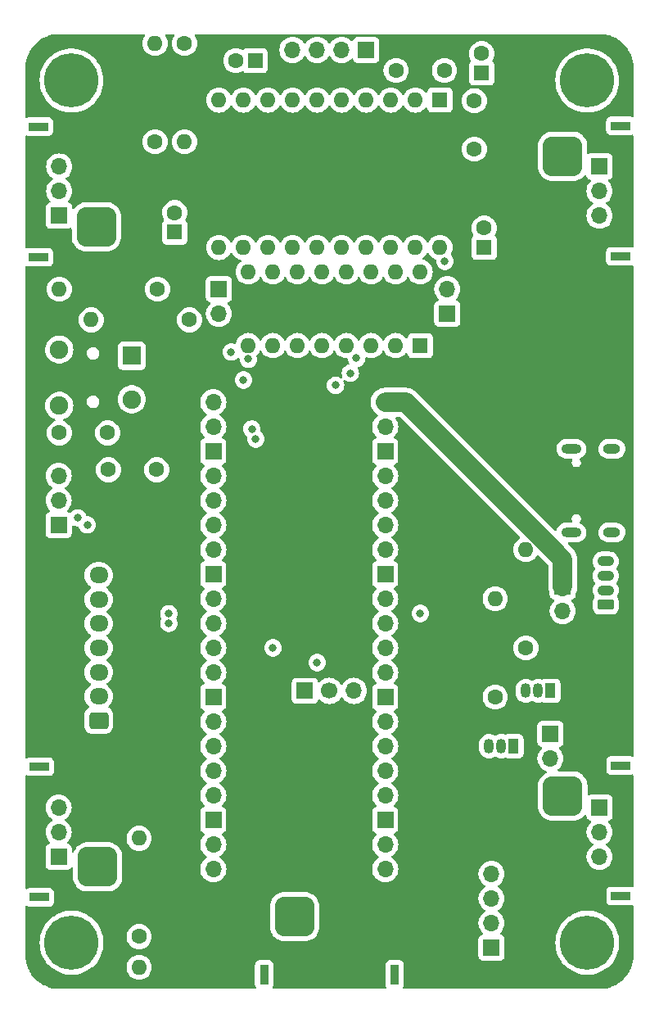
<source format=gbr>
%TF.GenerationSoftware,KiCad,Pcbnew,7.0.2*%
%TF.CreationDate,2023-08-07T19:48:10+09:00*%
%TF.ProjectId,TurtlePico,54757274-6c65-4506-9963-6f2e6b696361,rev?*%
%TF.SameCoordinates,Original*%
%TF.FileFunction,Copper,L3,Inr*%
%TF.FilePolarity,Positive*%
%FSLAX46Y46*%
G04 Gerber Fmt 4.6, Leading zero omitted, Abs format (unit mm)*
G04 Created by KiCad (PCBNEW 7.0.2) date 2023-08-07 19:48:10*
%MOMM*%
%LPD*%
G01*
G04 APERTURE LIST*
G04 Aperture macros list*
%AMRoundRect*
0 Rectangle with rounded corners*
0 $1 Rounding radius*
0 $2 $3 $4 $5 $6 $7 $8 $9 X,Y pos of 4 corners*
0 Add a 4 corners polygon primitive as box body*
4,1,4,$2,$3,$4,$5,$6,$7,$8,$9,$2,$3,0*
0 Add four circle primitives for the rounded corners*
1,1,$1+$1,$2,$3*
1,1,$1+$1,$4,$5*
1,1,$1+$1,$6,$7*
1,1,$1+$1,$8,$9*
0 Add four rect primitives between the rounded corners*
20,1,$1+$1,$2,$3,$4,$5,0*
20,1,$1+$1,$4,$5,$6,$7,0*
20,1,$1+$1,$6,$7,$8,$9,0*
20,1,$1+$1,$8,$9,$2,$3,0*%
G04 Aperture macros list end*
%TA.AperFunction,ComponentPad*%
%ADD10C,5.600000*%
%TD*%
%TA.AperFunction,ComponentPad*%
%ADD11C,1.600000*%
%TD*%
%TA.AperFunction,ComponentPad*%
%ADD12O,1.600000X1.600000*%
%TD*%
%TA.AperFunction,ComponentPad*%
%ADD13R,1.700000X1.700000*%
%TD*%
%TA.AperFunction,ComponentPad*%
%ADD14O,1.700000X1.700000*%
%TD*%
%TA.AperFunction,ComponentPad*%
%ADD15O,1.800000X1.000000*%
%TD*%
%TA.AperFunction,ComponentPad*%
%ADD16O,2.100000X1.000000*%
%TD*%
%TA.AperFunction,ComponentPad*%
%ADD17R,1.900000X1.900000*%
%TD*%
%TA.AperFunction,ComponentPad*%
%ADD18C,1.900000*%
%TD*%
%TA.AperFunction,ComponentPad*%
%ADD19R,1.600000X1.600000*%
%TD*%
%TA.AperFunction,ComponentPad*%
%ADD20C,1.700000*%
%TD*%
%TA.AperFunction,ComponentPad*%
%ADD21RoundRect,0.250000X0.615000X-0.265000X0.615000X0.265000X-0.615000X0.265000X-0.615000X-0.265000X0*%
%TD*%
%TA.AperFunction,ComponentPad*%
%ADD22O,1.730000X1.030000*%
%TD*%
%TA.AperFunction,ComponentPad*%
%ADD23R,2.000000X0.900000*%
%TD*%
%TA.AperFunction,ComponentPad*%
%ADD24RoundRect,1.025000X1.025000X-1.025000X1.025000X1.025000X-1.025000X1.025000X-1.025000X-1.025000X0*%
%TD*%
%TA.AperFunction,ComponentPad*%
%ADD25C,4.100000*%
%TD*%
%TA.AperFunction,ComponentPad*%
%ADD26R,1.050000X1.500000*%
%TD*%
%TA.AperFunction,ComponentPad*%
%ADD27O,1.050000X1.500000*%
%TD*%
%TA.AperFunction,ComponentPad*%
%ADD28RoundRect,1.025000X-1.025000X1.025000X-1.025000X-1.025000X1.025000X-1.025000X1.025000X1.025000X0*%
%TD*%
%TA.AperFunction,ComponentPad*%
%ADD29RoundRect,0.250000X0.725000X-0.600000X0.725000X0.600000X-0.725000X0.600000X-0.725000X-0.600000X0*%
%TD*%
%TA.AperFunction,ComponentPad*%
%ADD30O,1.950000X1.700000*%
%TD*%
%TA.AperFunction,ComponentPad*%
%ADD31R,0.900000X2.000000*%
%TD*%
%TA.AperFunction,ComponentPad*%
%ADD32RoundRect,1.025000X-1.025000X-1.025000X1.025000X-1.025000X1.025000X1.025000X-1.025000X1.025000X0*%
%TD*%
%TA.AperFunction,ViaPad*%
%ADD33C,0.800000*%
%TD*%
%TA.AperFunction,Conductor*%
%ADD34C,2.000000*%
%TD*%
G04 APERTURE END LIST*
D10*
%TO.N,GND*%
%TO.C,REF\u002A\u002A*%
X119380000Y-134620000D03*
%TD*%
D11*
%TO.N,/GP14*%
%TO.C,R5*%
X128016000Y-51816000D03*
D12*
%TO.N,GND*%
X128016000Y-41656000D03*
%TD*%
D13*
%TO.N,/GP3*%
%TO.C,J13*%
X173990000Y-120650000D03*
D14*
%TO.N,+5V*%
X173990000Y-123190000D03*
%TO.N,GND*%
X173990000Y-125730000D03*
%TD*%
D11*
%TO.N,Net-(J8-Pin_3)*%
%TO.C,R6*%
X131064000Y-41656000D03*
D12*
%TO.N,/GP14*%
X131064000Y-51816000D03*
%TD*%
D10*
%TO.N,GND*%
%TO.C,REF\u002A\u002A*%
X172720000Y-134620000D03*
%TD*%
D15*
%TO.N,GND*%
%TO.C,J1*%
X175260000Y-92206000D03*
X175260000Y-83566000D03*
D16*
X171080000Y-92206000D03*
X171080000Y-83566000D03*
%TD*%
D17*
%TO.N,Net-(C5-Pad1)*%
%TO.C,J5*%
X125610000Y-73950000D03*
D18*
%TO.N,GND*%
X125610000Y-78450000D03*
%TO.N,Net-(C4-Pad1)*%
X118110000Y-73300000D03*
X118110000Y-79100000D03*
%TD*%
D13*
%TO.N,Net-(J10-Pin_1)*%
%TO.C,J10*%
X134620000Y-67056000D03*
D14*
%TO.N,Net-(J10-Pin_2)*%
X134620000Y-69596000D03*
%TD*%
D13*
%TO.N,Net-(J9-Pin_1)*%
%TO.C,J9*%
X158242000Y-69596000D03*
D14*
%TO.N,Net-(J9-Pin_2)*%
X158242000Y-67056000D03*
%TD*%
D13*
%TO.N,GND*%
%TO.C,J14*%
X118100000Y-59461000D03*
D14*
%TO.N,+5V*%
X118100000Y-56921000D03*
%TO.N,/GP4*%
X118100000Y-54381000D03*
%TD*%
D11*
%TO.N,Net-(C5-Pad1)*%
%TO.C,C5*%
X128190000Y-85725000D03*
%TO.N,GND*%
X123190000Y-85725000D03*
%TD*%
D19*
%TO.N,+3.3V*%
%TO.C,C7*%
X162052000Y-62738000D03*
D11*
%TO.N,GND*%
X162052000Y-60738000D03*
%TD*%
%TO.N,Net-(U2-OUTL)*%
%TO.C,R4*%
X128270000Y-67056000D03*
D12*
%TO.N,Net-(C4-Pad1)*%
X118110000Y-67056000D03*
%TD*%
D11*
%TO.N,Net-(U2-CAPP)*%
%TO.C,C1*%
X157948000Y-44450000D03*
%TO.N,Net-(U2-CAPM)*%
X152948000Y-44450000D03*
%TD*%
D13*
%TO.N,+5V*%
%TO.C,J7*%
X162814000Y-135128000D03*
D14*
%TO.N,/GP16*%
X162814000Y-132588000D03*
%TO.N,GND*%
X162814000Y-130048000D03*
%TO.N,/GP17*%
X162814000Y-127508000D03*
%TD*%
D13*
%TO.N,/GP2*%
%TO.C,J12*%
X173980000Y-54381000D03*
D14*
%TO.N,+5V*%
X173980000Y-56921000D03*
%TO.N,GND*%
X173980000Y-59461000D03*
%TD*%
D13*
%TO.N,+5V*%
%TO.C,J3*%
X168910000Y-113030000D03*
D14*
%TO.N,Net-(J3-Pin_2)*%
X168910000Y-115570000D03*
%TD*%
D13*
%TO.N,+5V*%
%TO.C,J8*%
X149850000Y-42316000D03*
D14*
%TO.N,/GP15*%
X147310000Y-42316000D03*
%TO.N,Net-(J8-Pin_3)*%
X144770000Y-42316000D03*
%TO.N,GND*%
X142230000Y-42316000D03*
%TD*%
D13*
%TO.N,GND*%
%TO.C,J11*%
X118040000Y-91425000D03*
D14*
%TO.N,+5V*%
X118040000Y-88885000D03*
%TO.N,/GP7*%
X118040000Y-86345000D03*
%TD*%
%TO.N,/GP0*%
%TO.C,U1*%
X134035900Y-78755000D03*
%TO.N,/GP1*%
X134035900Y-81295000D03*
D13*
%TO.N,GND*%
X134035900Y-83835000D03*
D14*
%TO.N,/GP2*%
X134035900Y-86375000D03*
%TO.N,/GP3*%
X134035900Y-88915000D03*
%TO.N,/GP4*%
X134035900Y-91455000D03*
%TO.N,/GP5*%
X134035900Y-93995000D03*
D13*
%TO.N,GND*%
X134035900Y-96535000D03*
D14*
%TO.N,/GP6*%
X134035900Y-99075000D03*
%TO.N,/GP7*%
X134035900Y-101615000D03*
%TO.N,/GP8*%
X134035900Y-104155000D03*
%TO.N,/GP9*%
X134035900Y-106695000D03*
D13*
%TO.N,GND*%
X134035900Y-109235000D03*
D14*
%TO.N,/GP10*%
X134035900Y-111775000D03*
%TO.N,/GP11*%
X134035900Y-114315000D03*
%TO.N,/GP12*%
X134035900Y-116855000D03*
%TO.N,/GP13*%
X134035900Y-119395000D03*
D13*
%TO.N,GND*%
X134035900Y-121935000D03*
D14*
%TO.N,/GP14*%
X134035900Y-124475000D03*
%TO.N,/GP15*%
X134035900Y-127015000D03*
%TO.N,/GP16*%
X151815900Y-127015000D03*
%TO.N,/GP17*%
X151815900Y-124475000D03*
D13*
%TO.N,GND*%
X151815900Y-121935000D03*
D14*
%TO.N,/GP18*%
X151815900Y-119395000D03*
%TO.N,/GP19*%
X151815900Y-116855000D03*
%TO.N,/GP20*%
X151815900Y-114315000D03*
%TO.N,/GP21*%
X151815900Y-111775000D03*
D13*
%TO.N,GND*%
X151815900Y-109235000D03*
D14*
%TO.N,/GP22*%
X151815900Y-106695000D03*
%TO.N,unconnected-(U1-RUN-Pad30)*%
X151815900Y-104155000D03*
%TO.N,/GP26*%
X151815900Y-101615000D03*
%TO.N,/GP27*%
X151815900Y-99075000D03*
D13*
%TO.N,unconnected-(U1-AGND-Pad33)*%
X151815900Y-96535000D03*
D14*
%TO.N,/GP28*%
X151815900Y-93995000D03*
%TO.N,unconnected-(U1-ADC_VREF-Pad35)*%
X151815900Y-91455000D03*
%TO.N,+3.3V*%
X151815900Y-88915000D03*
%TO.N,unconnected-(U1-3V3_EN-Pad37)*%
X151815900Y-86375000D03*
D13*
%TO.N,GND*%
X151815900Y-83835000D03*
D14*
%TO.N,unconnected-(U1-VSYS-Pad39)*%
X151815900Y-81295000D03*
%TO.N,+5V*%
X151815900Y-78755000D03*
D13*
%TO.N,unconnected-(U1-SWCLK-Pad41)*%
X143510000Y-108585000D03*
D20*
%TO.N,unconnected-(U1-GND-Pad42)*%
X146050000Y-108585000D03*
D14*
%TO.N,unconnected-(U1-SWDIO-Pad43)*%
X148590000Y-108585000D03*
%TD*%
D19*
%TO.N,Net-(U2-LDOO)*%
%TO.C,C3*%
X130048000Y-61153112D03*
D11*
%TO.N,GND*%
X130048000Y-59153112D03*
%TD*%
D13*
%TO.N,GND*%
%TO.C,J15*%
X118040000Y-125715000D03*
D14*
%TO.N,+5V*%
X118040000Y-123175000D03*
%TO.N,/GP5*%
X118040000Y-120635000D03*
%TD*%
D13*
%TO.N,+5V*%
%TO.C,J2*%
X170180000Y-97790000D03*
D14*
%TO.N,Net-(J2-Pin_2)*%
X170180000Y-100330000D03*
%TD*%
D19*
%TO.N,+3.3V*%
%TO.C,U2*%
X157475000Y-47508000D03*
D12*
%TO.N,Net-(U2-CAPP)*%
X154935000Y-47508000D03*
%TO.N,GND*%
X152395000Y-47508000D03*
%TO.N,Net-(U2-CAPM)*%
X149855000Y-47508000D03*
%TO.N,Net-(U2-VNEG)*%
X147315000Y-47508000D03*
%TO.N,Net-(U2-OUTL)*%
X144775000Y-47508000D03*
%TO.N,Net-(U2-OUTR)*%
X142235000Y-47508000D03*
%TO.N,+3.3V*%
X139695000Y-47508000D03*
%TO.N,GND*%
X137155000Y-47508000D03*
X134615000Y-47508000D03*
X134615000Y-62748000D03*
X137155000Y-62748000D03*
%TO.N,/GP19*%
X139695000Y-62748000D03*
%TO.N,/GP21*%
X142235000Y-62748000D03*
%TO.N,/GP20*%
X144775000Y-62748000D03*
%TO.N,GND*%
X147315000Y-62748000D03*
%TO.N,+3.3V*%
X149855000Y-62748000D03*
%TO.N,Net-(U2-LDOO)*%
X152395000Y-62748000D03*
%TO.N,GND*%
X154935000Y-62748000D03*
%TO.N,+3.3V*%
X157475000Y-62748000D03*
%TD*%
D10*
%TO.N,GND*%
%TO.C,REF\u002A\u002A*%
X119370000Y-45491000D03*
%TD*%
%TO.N,GND*%
%TO.C,REF\u002A\u002A*%
X172710000Y-45491000D03*
%TD*%
D19*
%TO.N,+3.3V*%
%TO.C,C8*%
X161798000Y-44704000D03*
D11*
%TO.N,GND*%
X161798000Y-42704000D03*
%TD*%
D19*
%TO.N,+3.3V*%
%TO.C,C6*%
X138369113Y-43434000D03*
D11*
%TO.N,GND*%
X136369113Y-43434000D03*
%TD*%
%TO.N,Net-(U2-OUTR)*%
%TO.C,R3*%
X131572000Y-70231000D03*
D12*
%TO.N,Net-(C5-Pad1)*%
X121412000Y-70231000D03*
%TD*%
D21*
%TO.N,+5V*%
%TO.C,J6*%
X174625000Y-99695000D03*
D22*
%TO.N,GND*%
X174625000Y-98195000D03*
%TO.N,/GP16*%
X174625000Y-96695000D03*
%TO.N,/GP17*%
X174625000Y-95195000D03*
%TD*%
D11*
%TO.N,Net-(U2-VNEG)*%
%TO.C,C2*%
X161036000Y-52578000D03*
%TO.N,GND*%
X161036000Y-47578000D03*
%TD*%
%TO.N,Net-(C4-Pad1)*%
%TO.C,C4*%
X118110000Y-81915000D03*
%TO.N,GND*%
X123110000Y-81915000D03*
%TD*%
D23*
%TO.N,*%
%TO.C,J19*%
X176180000Y-129794000D03*
X176180000Y-116294000D03*
D24*
%TO.N,GND*%
X170180000Y-119444000D03*
D25*
%TO.N,+12V*%
X170180000Y-126644000D03*
%TD*%
D19*
%TO.N,GND*%
%TO.C,U3*%
X155433000Y-72888000D03*
D12*
%TO.N,+5V*%
X152893000Y-72888000D03*
X150353000Y-72888000D03*
%TO.N,/GP1*%
X147813000Y-72888000D03*
%TO.N,/GP18*%
X145273000Y-72888000D03*
X142733000Y-72888000D03*
%TO.N,/GP0*%
X140193000Y-72888000D03*
%TO.N,GND*%
X137653000Y-72888000D03*
X137653000Y-65268000D03*
X140193000Y-65268000D03*
%TO.N,Net-(J10-Pin_2)*%
X142733000Y-65268000D03*
%TO.N,Net-(J10-Pin_1)*%
X145273000Y-65268000D03*
%TO.N,Net-(J9-Pin_2)*%
X147813000Y-65268000D03*
%TO.N,Net-(J9-Pin_1)*%
X150353000Y-65268000D03*
%TO.N,+5V*%
X152893000Y-65268000D03*
X155433000Y-65268000D03*
%TD*%
D26*
%TO.N,GND*%
%TO.C,Q2*%
X165100000Y-114300000D03*
D27*
%TO.N,Net-(J3-Pin_2)*%
X163830000Y-114300000D03*
%TO.N,Net-(Q2-B)*%
X162560000Y-114300000D03*
%TD*%
D23*
%TO.N,*%
%TO.C,J20*%
X115951000Y-50254000D03*
X115951000Y-63754000D03*
D28*
%TO.N,GND*%
X121951000Y-60604000D03*
D25*
%TO.N,+12V*%
X121951000Y-53404000D03*
%TD*%
D11*
%TO.N,Net-(Q2-B)*%
%TO.C,R2*%
X163195000Y-109220000D03*
D12*
%TO.N,/GP27*%
X163195000Y-99060000D03*
%TD*%
D11*
%TO.N,Net-(Q1-B)*%
%TO.C,R1*%
X166370000Y-104140000D03*
D12*
%TO.N,/GP28*%
X166370000Y-93980000D03*
%TD*%
D29*
%TO.N,+5V*%
%TO.C,J4*%
X122195000Y-111640000D03*
D30*
%TO.N,GND*%
X122195000Y-109140000D03*
%TO.N,/GP11*%
X122195000Y-106640000D03*
%TO.N,/GP10*%
X122195000Y-104140000D03*
%TO.N,/GP13*%
X122195000Y-101640000D03*
%TO.N,/GP9*%
X122195000Y-99140000D03*
%TO.N,/GP8*%
X122195000Y-96640000D03*
%TD*%
D23*
%TO.N,*%
%TO.C,J21*%
X116078000Y-116421000D03*
X116078000Y-129921000D03*
D28*
%TO.N,GND*%
X122078000Y-126771000D03*
D25*
%TO.N,+12V*%
X122078000Y-119571000D03*
%TD*%
D23*
%TO.N,*%
%TO.C,J18*%
X176170000Y-63671000D03*
X176170000Y-50171000D03*
D24*
%TO.N,GND*%
X170170000Y-53321000D03*
D25*
%TO.N,+12V*%
X170170000Y-60521000D03*
%TD*%
D11*
%TO.N,/GP26*%
%TO.C,R8*%
X126365000Y-133985000D03*
D12*
%TO.N,GND*%
X126365000Y-123825000D03*
%TD*%
D11*
%TO.N,+12V*%
%TO.C,R7*%
X136525000Y-137160000D03*
D12*
%TO.N,/GP26*%
X126365000Y-137160000D03*
%TD*%
D26*
%TO.N,GND*%
%TO.C,Q1*%
X168910000Y-108585000D03*
D27*
%TO.N,Net-(J2-Pin_2)*%
X167640000Y-108585000D03*
%TO.N,Net-(Q1-B)*%
X166370000Y-108585000D03*
%TD*%
D31*
%TO.N,*%
%TO.C,J17*%
X139300000Y-137915000D03*
X152800000Y-137915000D03*
D32*
%TO.N,GND*%
X142450000Y-131915000D03*
D25*
%TO.N,+12V*%
X149650000Y-131915000D03*
%TD*%
D33*
%TO.N,+3.3V*%
X155448000Y-100584000D03*
%TO.N,/GP13*%
X129436400Y-101600000D03*
%TO.N,/GP11*%
X146685000Y-77004500D03*
X148216243Y-75736743D03*
%TO.N,/GP15*%
X138430000Y-82550000D03*
X137669399Y-74287407D03*
%TO.N,/GP7*%
X121001237Y-91425000D03*
%TO.N,/GP2*%
X157988000Y-64168500D03*
X148844000Y-74205500D03*
%TO.N,/GP3*%
X137160000Y-76454000D03*
X140208000Y-104140000D03*
%TO.N,/GP4*%
X120015000Y-90700500D03*
%TO.N,/GP5*%
X129436400Y-100600497D03*
%TO.N,/GP14*%
X138026239Y-81511239D03*
X135890000Y-73562907D03*
%TO.N,/GP18*%
X144784299Y-105659701D03*
%TD*%
D34*
%TO.N,+5V*%
X170180000Y-94961572D02*
X153973428Y-78755000D01*
X153973428Y-78755000D02*
X151815900Y-78755000D01*
X170180000Y-97790000D02*
X170180000Y-94961572D01*
%TD*%
%TA.AperFunction,Conductor*%
%TO.N,+12V*%
G36*
X126869041Y-40686488D02*
G01*
X126936077Y-40706173D01*
X126981832Y-40758977D01*
X126991776Y-40828135D01*
X126970614Y-40881610D01*
X126885432Y-41003265D01*
X126789261Y-41209502D01*
X126730364Y-41429310D01*
X126710531Y-41655999D01*
X126730364Y-41882689D01*
X126789261Y-42102497D01*
X126885432Y-42308735D01*
X127015953Y-42495140D01*
X127176859Y-42656046D01*
X127363264Y-42786567D01*
X127363265Y-42786567D01*
X127363266Y-42786568D01*
X127569504Y-42882739D01*
X127789308Y-42941635D01*
X127896602Y-42951022D01*
X128015999Y-42961468D01*
X128015999Y-42961467D01*
X128016000Y-42961468D01*
X128242692Y-42941635D01*
X128462496Y-42882739D01*
X128668734Y-42786568D01*
X128855139Y-42656047D01*
X129016047Y-42495139D01*
X129146568Y-42308734D01*
X129242739Y-42102496D01*
X129301635Y-41882692D01*
X129321468Y-41656000D01*
X129301635Y-41429308D01*
X129242739Y-41209504D01*
X129146568Y-41003266D01*
X129130933Y-40980937D01*
X129061386Y-40881612D01*
X129039059Y-40815406D01*
X129056069Y-40747638D01*
X129107018Y-40699826D01*
X129162961Y-40686489D01*
X129917039Y-40686489D01*
X129984078Y-40706174D01*
X130029833Y-40758978D01*
X130039777Y-40828136D01*
X130018614Y-40881612D01*
X129933432Y-41003264D01*
X129837261Y-41209502D01*
X129778364Y-41429310D01*
X129758531Y-41655999D01*
X129778364Y-41882689D01*
X129837261Y-42102497D01*
X129933432Y-42308735D01*
X130063953Y-42495140D01*
X130224859Y-42656046D01*
X130411264Y-42786567D01*
X130411265Y-42786567D01*
X130411266Y-42786568D01*
X130617504Y-42882739D01*
X130837308Y-42941635D01*
X131064000Y-42961468D01*
X131290692Y-42941635D01*
X131510496Y-42882739D01*
X131716734Y-42786568D01*
X131903139Y-42656047D01*
X132064047Y-42495139D01*
X132194568Y-42308734D01*
X132290739Y-42102496D01*
X132349635Y-41882692D01*
X132369468Y-41656000D01*
X132349635Y-41429308D01*
X132290739Y-41209504D01*
X132194568Y-41003266D01*
X132109385Y-40881611D01*
X132087059Y-40815407D01*
X132104069Y-40747640D01*
X132155017Y-40699827D01*
X132210960Y-40686490D01*
X173917740Y-40686498D01*
X173917744Y-40686500D01*
X173942405Y-40686500D01*
X173986949Y-40686500D01*
X173993032Y-40686648D01*
X174327909Y-40703100D01*
X174340017Y-40704292D01*
X174504329Y-40728666D01*
X174668642Y-40753040D01*
X174680576Y-40755414D01*
X174841293Y-40795671D01*
X175002858Y-40836141D01*
X175014486Y-40839669D01*
X175327290Y-40951591D01*
X175338519Y-40956242D01*
X175638877Y-41098300D01*
X175649585Y-41104024D01*
X175934494Y-41274792D01*
X175934544Y-41274822D01*
X175944659Y-41281580D01*
X176132079Y-41420581D01*
X176211514Y-41479494D01*
X176220920Y-41487214D01*
X176467084Y-41710324D01*
X176475675Y-41718915D01*
X176624111Y-41882689D01*
X176698785Y-41965079D01*
X176706505Y-41974485D01*
X176904417Y-42241337D01*
X176911177Y-42251455D01*
X176942331Y-42303432D01*
X177081957Y-42536385D01*
X177081968Y-42536402D01*
X177087703Y-42547130D01*
X177110277Y-42594859D01*
X177229754Y-42847473D01*
X177234410Y-42858716D01*
X177346327Y-43171503D01*
X177349860Y-43183148D01*
X177430585Y-43505423D01*
X177432959Y-43517357D01*
X177481706Y-43845981D01*
X177482899Y-43858091D01*
X177499351Y-44192966D01*
X177499500Y-44199051D01*
X177499500Y-49131122D01*
X177479815Y-49198161D01*
X177427011Y-49243916D01*
X177357853Y-49253860D01*
X177332167Y-49247304D01*
X177277485Y-49226909D01*
X177221166Y-49220854D01*
X177221165Y-49220853D01*
X177217873Y-49220500D01*
X177214550Y-49220500D01*
X175125439Y-49220500D01*
X175125420Y-49220500D01*
X175122128Y-49220501D01*
X175118848Y-49220853D01*
X175118840Y-49220854D01*
X175062515Y-49226909D01*
X174927669Y-49277204D01*
X174812454Y-49363454D01*
X174726204Y-49478668D01*
X174726203Y-49478669D01*
X174726204Y-49478669D01*
X174675909Y-49613517D01*
X174669500Y-49673127D01*
X174669500Y-49676448D01*
X174669500Y-49676449D01*
X174669500Y-50665560D01*
X174669500Y-50665578D01*
X174669501Y-50668872D01*
X174675909Y-50728483D01*
X174726204Y-50863331D01*
X174812454Y-50978546D01*
X174927669Y-51064796D01*
X175062517Y-51115091D01*
X175122127Y-51121500D01*
X177217872Y-51121499D01*
X177277483Y-51115091D01*
X177332167Y-51094694D01*
X177401858Y-51089711D01*
X177463181Y-51123196D01*
X177496666Y-51184519D01*
X177499500Y-51210877D01*
X177499500Y-62631122D01*
X177479815Y-62698161D01*
X177427011Y-62743916D01*
X177357853Y-62753860D01*
X177332167Y-62747304D01*
X177277485Y-62726909D01*
X177221166Y-62720854D01*
X177221165Y-62720853D01*
X177217873Y-62720500D01*
X177214550Y-62720500D01*
X175125439Y-62720500D01*
X175125420Y-62720500D01*
X175122128Y-62720501D01*
X175118848Y-62720853D01*
X175118840Y-62720854D01*
X175062515Y-62726909D01*
X174927669Y-62777204D01*
X174812454Y-62863454D01*
X174726204Y-62978668D01*
X174675909Y-63113516D01*
X174672602Y-63144280D01*
X174669500Y-63173127D01*
X174669500Y-63176448D01*
X174669500Y-63176449D01*
X174669500Y-64165560D01*
X174669500Y-64165578D01*
X174669501Y-64168872D01*
X174669853Y-64172152D01*
X174669854Y-64172159D01*
X174675909Y-64228484D01*
X174690630Y-64267953D01*
X174726204Y-64363331D01*
X174812454Y-64478546D01*
X174927669Y-64564796D01*
X175062517Y-64615091D01*
X175122127Y-64621500D01*
X177217872Y-64621499D01*
X177277483Y-64615091D01*
X177332167Y-64594694D01*
X177401858Y-64589711D01*
X177463181Y-64623196D01*
X177496666Y-64684519D01*
X177499500Y-64710877D01*
X177499500Y-115250392D01*
X177479815Y-115317431D01*
X177427011Y-115363186D01*
X177357853Y-115373130D01*
X177332168Y-115366574D01*
X177287487Y-115349909D01*
X177231166Y-115343854D01*
X177231165Y-115343853D01*
X177227873Y-115343500D01*
X177224550Y-115343500D01*
X175135439Y-115343500D01*
X175135420Y-115343500D01*
X175132128Y-115343501D01*
X175128848Y-115343853D01*
X175128840Y-115343854D01*
X175072515Y-115349909D01*
X174937669Y-115400204D01*
X174822454Y-115486454D01*
X174736204Y-115601668D01*
X174706629Y-115680965D01*
X174685909Y-115736517D01*
X174679500Y-115796127D01*
X174679500Y-115799448D01*
X174679500Y-115799449D01*
X174679500Y-116788560D01*
X174679500Y-116788578D01*
X174679501Y-116791872D01*
X174679853Y-116795152D01*
X174679854Y-116795159D01*
X174685909Y-116851484D01*
X174694238Y-116873815D01*
X174736204Y-116986331D01*
X174822454Y-117101546D01*
X174937669Y-117187796D01*
X175072517Y-117238091D01*
X175132127Y-117244500D01*
X177227872Y-117244499D01*
X177287483Y-117238091D01*
X177332167Y-117221424D01*
X177401857Y-117216439D01*
X177463180Y-117249924D01*
X177496666Y-117311246D01*
X177499500Y-117337606D01*
X177499500Y-128750392D01*
X177479815Y-128817431D01*
X177427011Y-128863186D01*
X177357853Y-128873130D01*
X177332168Y-128866574D01*
X177287487Y-128849909D01*
X177231166Y-128843854D01*
X177231165Y-128843853D01*
X177227873Y-128843500D01*
X177224550Y-128843500D01*
X175135439Y-128843500D01*
X175135420Y-128843500D01*
X175132128Y-128843501D01*
X175128848Y-128843853D01*
X175128840Y-128843854D01*
X175072515Y-128849909D01*
X174937669Y-128900204D01*
X174822454Y-128986454D01*
X174736204Y-129101668D01*
X174712507Y-129165205D01*
X174685909Y-129236517D01*
X174679500Y-129296127D01*
X174679500Y-129299448D01*
X174679500Y-129299449D01*
X174679500Y-130288560D01*
X174679500Y-130288578D01*
X174679501Y-130291872D01*
X174685909Y-130351483D01*
X174736204Y-130486331D01*
X174822454Y-130601546D01*
X174937669Y-130687796D01*
X175072517Y-130738091D01*
X175132127Y-130744500D01*
X177227872Y-130744499D01*
X177287483Y-130738091D01*
X177332167Y-130721424D01*
X177401857Y-130716439D01*
X177463180Y-130749924D01*
X177496666Y-130811246D01*
X177499500Y-130837606D01*
X177499500Y-135886948D01*
X177499351Y-135893033D01*
X177482899Y-136227908D01*
X177481706Y-136240018D01*
X177432959Y-136568642D01*
X177430585Y-136580576D01*
X177349860Y-136902851D01*
X177346327Y-136914496D01*
X177234410Y-137227283D01*
X177229754Y-137238526D01*
X177087705Y-137538865D01*
X177081968Y-137549597D01*
X176911177Y-137834544D01*
X176904417Y-137844662D01*
X176706505Y-138111514D01*
X176698785Y-138120920D01*
X176475682Y-138367077D01*
X176467077Y-138375682D01*
X176220920Y-138598785D01*
X176211514Y-138606505D01*
X175944662Y-138804417D01*
X175934544Y-138811177D01*
X175649597Y-138981968D01*
X175638865Y-138987705D01*
X175338526Y-139129754D01*
X175327283Y-139134410D01*
X175014496Y-139246327D01*
X175002851Y-139249860D01*
X174680576Y-139330585D01*
X174668642Y-139332959D01*
X174340018Y-139381706D01*
X174327908Y-139382899D01*
X174011645Y-139398436D01*
X173993032Y-139399351D01*
X173986949Y-139399500D01*
X153760230Y-139399500D01*
X153693191Y-139379815D01*
X153647436Y-139327011D01*
X153637492Y-139257853D01*
X153660961Y-139201191D01*
X153693796Y-139157331D01*
X153744091Y-139022483D01*
X153750500Y-138962873D01*
X153750499Y-136867128D01*
X153744091Y-136807517D01*
X153693796Y-136672669D01*
X153607546Y-136557454D01*
X153492331Y-136471204D01*
X153357483Y-136420909D01*
X153297873Y-136414500D01*
X153294550Y-136414500D01*
X152305439Y-136414500D01*
X152305420Y-136414500D01*
X152302128Y-136414501D01*
X152298848Y-136414853D01*
X152298840Y-136414854D01*
X152242515Y-136420909D01*
X152107669Y-136471204D01*
X151992454Y-136557454D01*
X151906204Y-136672668D01*
X151855910Y-136807515D01*
X151855909Y-136807517D01*
X151849500Y-136867127D01*
X151849500Y-136870448D01*
X151849500Y-136870449D01*
X151849500Y-138959560D01*
X151849500Y-138959578D01*
X151849501Y-138962872D01*
X151849853Y-138966152D01*
X151849854Y-138966159D01*
X151855909Y-139022484D01*
X151897655Y-139134410D01*
X151906204Y-139157331D01*
X151939037Y-139201191D01*
X151963454Y-139266653D01*
X151948603Y-139334926D01*
X151899198Y-139384332D01*
X151839770Y-139399500D01*
X140260230Y-139399500D01*
X140193191Y-139379815D01*
X140147436Y-139327011D01*
X140137492Y-139257853D01*
X140160961Y-139201191D01*
X140193796Y-139157331D01*
X140244091Y-139022483D01*
X140250500Y-138962873D01*
X140250499Y-136867128D01*
X140244091Y-136807517D01*
X140193796Y-136672669D01*
X140107546Y-136557454D01*
X139992331Y-136471204D01*
X139857483Y-136420909D01*
X139797873Y-136414500D01*
X139794550Y-136414500D01*
X138805439Y-136414500D01*
X138805420Y-136414500D01*
X138802128Y-136414501D01*
X138798848Y-136414853D01*
X138798840Y-136414854D01*
X138742515Y-136420909D01*
X138607669Y-136471204D01*
X138492454Y-136557454D01*
X138406204Y-136672668D01*
X138355910Y-136807515D01*
X138355909Y-136807517D01*
X138349500Y-136867127D01*
X138349500Y-136870448D01*
X138349500Y-136870449D01*
X138349500Y-138959560D01*
X138349500Y-138959578D01*
X138349501Y-138962872D01*
X138349853Y-138966152D01*
X138349854Y-138966159D01*
X138355909Y-139022484D01*
X138397655Y-139134410D01*
X138406204Y-139157331D01*
X138439037Y-139201191D01*
X138463454Y-139266653D01*
X138448603Y-139334926D01*
X138399198Y-139384332D01*
X138339770Y-139399500D01*
X118113051Y-139399500D01*
X118106967Y-139399351D01*
X118087259Y-139398382D01*
X117772091Y-139382899D01*
X117759981Y-139381706D01*
X117431357Y-139332959D01*
X117419423Y-139330585D01*
X117097148Y-139249860D01*
X117085503Y-139246327D01*
X116772716Y-139134410D01*
X116761473Y-139129754D01*
X116604951Y-139055725D01*
X116461130Y-138987703D01*
X116450407Y-138981970D01*
X116165455Y-138811177D01*
X116155337Y-138804417D01*
X115888485Y-138606505D01*
X115879079Y-138598785D01*
X115731986Y-138465468D01*
X115632915Y-138375675D01*
X115624324Y-138367084D01*
X115401214Y-138120920D01*
X115393494Y-138111514D01*
X115230931Y-137892324D01*
X115195580Y-137844659D01*
X115188822Y-137834544D01*
X115102540Y-137690591D01*
X115018024Y-137549585D01*
X115012300Y-137538877D01*
X114870242Y-137238519D01*
X114865589Y-137227283D01*
X114841515Y-137160000D01*
X114753669Y-136914486D01*
X114750139Y-136902851D01*
X114748271Y-136895395D01*
X114692482Y-136672669D01*
X114669414Y-136580576D01*
X114667040Y-136568642D01*
X114618293Y-136240018D01*
X114617100Y-136227907D01*
X114600649Y-135893032D01*
X114600500Y-135886948D01*
X114600500Y-135817968D01*
X114600499Y-135817852D01*
X114600499Y-134620000D01*
X116074652Y-134620000D01*
X116074834Y-134623356D01*
X116093845Y-134974007D01*
X116093846Y-134974018D01*
X116094028Y-134977371D01*
X116094572Y-134980692D01*
X116094573Y-134980697D01*
X116151384Y-135327233D01*
X116151387Y-135327248D01*
X116151929Y-135330552D01*
X116247676Y-135675403D01*
X116248924Y-135678535D01*
X116319047Y-135854532D01*
X116380147Y-136007880D01*
X116381721Y-136010849D01*
X116381722Y-136010851D01*
X116387930Y-136022560D01*
X116547789Y-136324085D01*
X116549676Y-136326868D01*
X116549679Y-136326873D01*
X116717689Y-136574669D01*
X116748635Y-136620311D01*
X116980332Y-136893086D01*
X116982763Y-136895389D01*
X116982769Y-136895395D01*
X117022796Y-136933310D01*
X117240163Y-137139211D01*
X117525081Y-137355800D01*
X117831747Y-137540315D01*
X118156565Y-137690591D01*
X118495726Y-137804868D01*
X118845254Y-137881805D01*
X119201052Y-137920500D01*
X119204410Y-137920500D01*
X119555590Y-137920500D01*
X119558948Y-137920500D01*
X119914746Y-137881805D01*
X120264274Y-137804868D01*
X120603435Y-137690591D01*
X120928253Y-137540315D01*
X121234919Y-137355800D01*
X121492491Y-137159999D01*
X125059531Y-137159999D01*
X125079364Y-137386689D01*
X125138261Y-137606497D01*
X125234432Y-137812735D01*
X125364953Y-137999140D01*
X125525859Y-138160046D01*
X125712264Y-138290567D01*
X125712265Y-138290567D01*
X125712266Y-138290568D01*
X125918504Y-138386739D01*
X126138308Y-138445635D01*
X126365000Y-138465468D01*
X126591692Y-138445635D01*
X126811496Y-138386739D01*
X127017734Y-138290568D01*
X127204139Y-138160047D01*
X127365047Y-137999139D01*
X127495568Y-137812734D01*
X127591739Y-137606496D01*
X127650635Y-137386692D01*
X127670468Y-137160000D01*
X127650635Y-136933308D01*
X127591739Y-136713504D01*
X127495568Y-136507266D01*
X127475426Y-136478499D01*
X127365046Y-136320859D01*
X127204140Y-136159953D01*
X127017735Y-136029432D01*
X126811497Y-135933261D01*
X126591689Y-135874364D01*
X126365000Y-135854531D01*
X126138310Y-135874364D01*
X125918502Y-135933261D01*
X125712264Y-136029432D01*
X125525859Y-136159953D01*
X125364953Y-136320859D01*
X125234432Y-136507264D01*
X125138261Y-136713502D01*
X125079364Y-136933310D01*
X125059531Y-137159999D01*
X121492491Y-137159999D01*
X121519837Y-137139211D01*
X121779668Y-136893086D01*
X122011365Y-136620311D01*
X122212211Y-136324085D01*
X122379853Y-136007880D01*
X122512324Y-135675403D01*
X122608071Y-135330552D01*
X122665972Y-134977371D01*
X122685348Y-134620000D01*
X122665972Y-134262629D01*
X122620457Y-133985000D01*
X125059531Y-133985000D01*
X125079364Y-134211689D01*
X125138261Y-134431497D01*
X125234432Y-134637735D01*
X125364953Y-134824140D01*
X125525859Y-134985046D01*
X125712264Y-135115567D01*
X125712265Y-135115567D01*
X125712266Y-135115568D01*
X125918504Y-135211739D01*
X126138308Y-135270635D01*
X126365000Y-135290468D01*
X126591692Y-135270635D01*
X126811496Y-135211739D01*
X127017734Y-135115568D01*
X127204139Y-134985047D01*
X127365047Y-134824139D01*
X127495568Y-134637734D01*
X127591739Y-134431496D01*
X127650635Y-134211692D01*
X127670468Y-133985000D01*
X127650635Y-133758308D01*
X127591739Y-133538504D01*
X127495568Y-133332266D01*
X127449050Y-133265830D01*
X127365046Y-133145859D01*
X127227320Y-133008133D01*
X139899500Y-133008133D01*
X139899501Y-133010294D01*
X139899654Y-133012472D01*
X139899655Y-133012478D01*
X139909719Y-133155033D01*
X139963834Y-133395316D01*
X140038697Y-133581326D01*
X140055795Y-133623809D01*
X140148705Y-133777501D01*
X140183218Y-133834592D01*
X140244136Y-133906209D01*
X140342799Y-134022201D01*
X140476574Y-134135990D01*
X140517162Y-134170515D01*
X140530411Y-134181784D01*
X140741191Y-134309205D01*
X140969683Y-134401165D01*
X141209966Y-134455281D01*
X141354705Y-134465500D01*
X143545294Y-134465499D01*
X143690034Y-134455281D01*
X143930317Y-134401165D01*
X144158809Y-134309205D01*
X144369589Y-134181784D01*
X144557201Y-134022201D01*
X144716784Y-133834589D01*
X144844205Y-133623809D01*
X144936165Y-133395317D01*
X144990281Y-133155034D01*
X145000500Y-133010295D01*
X145000500Y-132588000D01*
X161458340Y-132588000D01*
X161478936Y-132823407D01*
X161522222Y-132984953D01*
X161540097Y-133051663D01*
X161639965Y-133265830D01*
X161775505Y-133459401D01*
X161775508Y-133459403D01*
X161775508Y-133459404D01*
X161897430Y-133581326D01*
X161930915Y-133642649D01*
X161925931Y-133712341D01*
X161884059Y-133768274D01*
X161853083Y-133785189D01*
X161721669Y-133834204D01*
X161606454Y-133920454D01*
X161520204Y-134035668D01*
X161469910Y-134170515D01*
X161469909Y-134170517D01*
X161463500Y-134230127D01*
X161463500Y-134233448D01*
X161463500Y-134233449D01*
X161463500Y-136022560D01*
X161463500Y-136022578D01*
X161463501Y-136025872D01*
X161463853Y-136029152D01*
X161463854Y-136029159D01*
X161469324Y-136080040D01*
X161469909Y-136085483D01*
X161520204Y-136220331D01*
X161606454Y-136335546D01*
X161721669Y-136421796D01*
X161856517Y-136472091D01*
X161916127Y-136478500D01*
X163711872Y-136478499D01*
X163771483Y-136472091D01*
X163906331Y-136421796D01*
X164021546Y-136335546D01*
X164107796Y-136220331D01*
X164158091Y-136085483D01*
X164164500Y-136025873D01*
X164164499Y-134620000D01*
X169414652Y-134620000D01*
X169414834Y-134623356D01*
X169433845Y-134974007D01*
X169433846Y-134974018D01*
X169434028Y-134977371D01*
X169434572Y-134980692D01*
X169434573Y-134980697D01*
X169491384Y-135327233D01*
X169491387Y-135327248D01*
X169491929Y-135330552D01*
X169587676Y-135675403D01*
X169588924Y-135678535D01*
X169659047Y-135854532D01*
X169720147Y-136007880D01*
X169721721Y-136010849D01*
X169721722Y-136010851D01*
X169727930Y-136022560D01*
X169887789Y-136324085D01*
X169889676Y-136326868D01*
X169889679Y-136326873D01*
X170057689Y-136574669D01*
X170088635Y-136620311D01*
X170320332Y-136893086D01*
X170322763Y-136895389D01*
X170322769Y-136895395D01*
X170362796Y-136933310D01*
X170580163Y-137139211D01*
X170865081Y-137355800D01*
X171171747Y-137540315D01*
X171496565Y-137690591D01*
X171835726Y-137804868D01*
X172185254Y-137881805D01*
X172541052Y-137920500D01*
X172544410Y-137920500D01*
X172895590Y-137920500D01*
X172898948Y-137920500D01*
X173254746Y-137881805D01*
X173604274Y-137804868D01*
X173943435Y-137690591D01*
X174268253Y-137540315D01*
X174574919Y-137355800D01*
X174859837Y-137139211D01*
X175119668Y-136893086D01*
X175351365Y-136620311D01*
X175552211Y-136324085D01*
X175719853Y-136007880D01*
X175852324Y-135675403D01*
X175948071Y-135330552D01*
X176005972Y-134977371D01*
X176025348Y-134620000D01*
X176005972Y-134262629D01*
X175948071Y-133909448D01*
X175852324Y-133564597D01*
X175719853Y-133232120D01*
X175552211Y-132915915D01*
X175351365Y-132619689D01*
X175119668Y-132346914D01*
X175117235Y-132344609D01*
X175117230Y-132344604D01*
X174862267Y-132103091D01*
X174859837Y-132100789D01*
X174574919Y-131884200D01*
X174572045Y-131882471D01*
X174572041Y-131882468D01*
X174271135Y-131701419D01*
X174271134Y-131701418D01*
X174268253Y-131699685D01*
X174265197Y-131698271D01*
X173946490Y-131550822D01*
X173946483Y-131550819D01*
X173943435Y-131549409D01*
X173855005Y-131519613D01*
X173607457Y-131436204D01*
X173607448Y-131436201D01*
X173604274Y-131435132D01*
X173601006Y-131434412D01*
X173600993Y-131434409D01*
X173258033Y-131358918D01*
X173258023Y-131358916D01*
X173254746Y-131358195D01*
X172898948Y-131319500D01*
X172541052Y-131319500D01*
X172537715Y-131319862D01*
X172537713Y-131319863D01*
X172188600Y-131357831D01*
X172188598Y-131357831D01*
X172185254Y-131358195D01*
X172181979Y-131358915D01*
X172181966Y-131358918D01*
X171839006Y-131434409D01*
X171838988Y-131434413D01*
X171835726Y-131435132D01*
X171832555Y-131436200D01*
X171832542Y-131436204D01*
X171499752Y-131548335D01*
X171499749Y-131548336D01*
X171496565Y-131549409D01*
X171493522Y-131550816D01*
X171493509Y-131550822D01*
X171174802Y-131698271D01*
X171174792Y-131698275D01*
X171171747Y-131699685D01*
X171168873Y-131701414D01*
X171168864Y-131701419D01*
X170867958Y-131882468D01*
X170867945Y-131882476D01*
X170865081Y-131884200D01*
X170862423Y-131886220D01*
X170862412Y-131886228D01*
X170582822Y-132098767D01*
X170582814Y-132098773D01*
X170580163Y-132100789D01*
X170577739Y-132103084D01*
X170577732Y-132103091D01*
X170322769Y-132344604D01*
X170322754Y-132344619D01*
X170320332Y-132346914D01*
X170318169Y-132349459D01*
X170318158Y-132349472D01*
X170090808Y-132617130D01*
X170090802Y-132617137D01*
X170088635Y-132619689D01*
X170086755Y-132622461D01*
X170086748Y-132622471D01*
X169889679Y-132913126D01*
X169889671Y-132913138D01*
X169887789Y-132915915D01*
X169886214Y-132918885D01*
X169886212Y-132918889D01*
X169721722Y-133229148D01*
X169721717Y-133229157D01*
X169720147Y-133232120D01*
X169718906Y-133235232D01*
X169718902Y-133235243D01*
X169598073Y-133538502D01*
X169587676Y-133564597D01*
X169586775Y-133567841D01*
X169586773Y-133567848D01*
X169492828Y-133906209D01*
X169491929Y-133909448D01*
X169491388Y-133912747D01*
X169491384Y-133912766D01*
X169434573Y-134259302D01*
X169434028Y-134262629D01*
X169433846Y-134265979D01*
X169433845Y-134265992D01*
X169414834Y-134616643D01*
X169414652Y-134620000D01*
X164164499Y-134620000D01*
X164164499Y-134230128D01*
X164158091Y-134170517D01*
X164107796Y-134035669D01*
X164021546Y-133920454D01*
X163906331Y-133834204D01*
X163844898Y-133811291D01*
X163774916Y-133785189D01*
X163718983Y-133743317D01*
X163694566Y-133677853D01*
X163709418Y-133609580D01*
X163730563Y-133581332D01*
X163852495Y-133459401D01*
X163988035Y-133265830D01*
X164087903Y-133051663D01*
X164149063Y-132823408D01*
X164169659Y-132588000D01*
X164149063Y-132352592D01*
X164087903Y-132124337D01*
X163988035Y-131910171D01*
X163852495Y-131716599D01*
X163685401Y-131549505D01*
X163499839Y-131419573D01*
X163456216Y-131364998D01*
X163449022Y-131295500D01*
X163480545Y-131233145D01*
X163499837Y-131216428D01*
X163685401Y-131086495D01*
X163852495Y-130919401D01*
X163988035Y-130725830D01*
X164087903Y-130511663D01*
X164149063Y-130283408D01*
X164169659Y-130048000D01*
X164149063Y-129812592D01*
X164087903Y-129584337D01*
X163988035Y-129370171D01*
X163852495Y-129176599D01*
X163685401Y-129009505D01*
X163499839Y-128879573D01*
X163456215Y-128824997D01*
X163449023Y-128755498D01*
X163480545Y-128693144D01*
X163499831Y-128676432D01*
X163685401Y-128546495D01*
X163852495Y-128379401D01*
X163988035Y-128185830D01*
X164087903Y-127971663D01*
X164149063Y-127743408D01*
X164169659Y-127508000D01*
X164149063Y-127272592D01*
X164087903Y-127044337D01*
X163988035Y-126830171D01*
X163852495Y-126636599D01*
X163685401Y-126469505D01*
X163491830Y-126333965D01*
X163277663Y-126234097D01*
X163216502Y-126217709D01*
X163049407Y-126172936D01*
X162814000Y-126152340D01*
X162578592Y-126172936D01*
X162350336Y-126234097D01*
X162136170Y-126333965D01*
X161942598Y-126469505D01*
X161775505Y-126636598D01*
X161639965Y-126830170D01*
X161540097Y-127044336D01*
X161478936Y-127272592D01*
X161458340Y-127507999D01*
X161478936Y-127743407D01*
X161511277Y-127864105D01*
X161540097Y-127971663D01*
X161639965Y-128185830D01*
X161775505Y-128379401D01*
X161942599Y-128546495D01*
X162128160Y-128676426D01*
X162171783Y-128731002D01*
X162178976Y-128800501D01*
X162147454Y-128862855D01*
X162128160Y-128879574D01*
X161975520Y-128986454D01*
X161942595Y-129009508D01*
X161775505Y-129176598D01*
X161639965Y-129370170D01*
X161540097Y-129584336D01*
X161478936Y-129812592D01*
X161458340Y-130048000D01*
X161478936Y-130283407D01*
X161523709Y-130450502D01*
X161540097Y-130511663D01*
X161639965Y-130725830D01*
X161775505Y-130919401D01*
X161942599Y-131086495D01*
X162128160Y-131216426D01*
X162171783Y-131271002D01*
X162178976Y-131340501D01*
X162147454Y-131402855D01*
X162128159Y-131419575D01*
X161942595Y-131549508D01*
X161775505Y-131716598D01*
X161639965Y-131910170D01*
X161540097Y-132124336D01*
X161478936Y-132352592D01*
X161458340Y-132588000D01*
X145000500Y-132588000D01*
X145000499Y-130819706D01*
X144990281Y-130674966D01*
X144936165Y-130434683D01*
X144844205Y-130206191D01*
X144716784Y-129995411D01*
X144557201Y-129807799D01*
X144443410Y-129711008D01*
X144369592Y-129648218D01*
X144263920Y-129584337D01*
X144158809Y-129520795D01*
X144158807Y-129520794D01*
X143930316Y-129428834D01*
X143690034Y-129374719D01*
X143547478Y-129364654D01*
X143547474Y-129364653D01*
X143545295Y-129364500D01*
X143543107Y-129364500D01*
X141356894Y-129364500D01*
X141356865Y-129364500D01*
X141354706Y-129364501D01*
X141352528Y-129364654D01*
X141352521Y-129364655D01*
X141209966Y-129374719D01*
X140969683Y-129428834D01*
X140741192Y-129520794D01*
X140530407Y-129648218D01*
X140342799Y-129807799D01*
X140183218Y-129995407D01*
X140055794Y-130206192D01*
X139963834Y-130434683D01*
X139909719Y-130674965D01*
X139899847Y-130814796D01*
X139899500Y-130819705D01*
X139899500Y-130821891D01*
X139899500Y-130821892D01*
X139899500Y-133008105D01*
X139899500Y-133008133D01*
X127227320Y-133008133D01*
X127204140Y-132984953D01*
X127017735Y-132854432D01*
X126811497Y-132758261D01*
X126591689Y-132699364D01*
X126365000Y-132679531D01*
X126138310Y-132699364D01*
X125918502Y-132758261D01*
X125712264Y-132854432D01*
X125525859Y-132984953D01*
X125364953Y-133145859D01*
X125234432Y-133332264D01*
X125138261Y-133538502D01*
X125079364Y-133758310D01*
X125059531Y-133985000D01*
X122620457Y-133985000D01*
X122608071Y-133909448D01*
X122512324Y-133564597D01*
X122379853Y-133232120D01*
X122212211Y-132915915D01*
X122011365Y-132619689D01*
X121779668Y-132346914D01*
X121777235Y-132344609D01*
X121777230Y-132344604D01*
X121522267Y-132103091D01*
X121519837Y-132100789D01*
X121234919Y-131884200D01*
X121232045Y-131882471D01*
X121232041Y-131882468D01*
X120931135Y-131701419D01*
X120931134Y-131701418D01*
X120928253Y-131699685D01*
X120925197Y-131698271D01*
X120606490Y-131550822D01*
X120606483Y-131550819D01*
X120603435Y-131549409D01*
X120515005Y-131519613D01*
X120267457Y-131436204D01*
X120267448Y-131436201D01*
X120264274Y-131435132D01*
X120261006Y-131434412D01*
X120260993Y-131434409D01*
X119918033Y-131358918D01*
X119918023Y-131358916D01*
X119914746Y-131358195D01*
X119558948Y-131319500D01*
X119201052Y-131319500D01*
X119197715Y-131319862D01*
X119197713Y-131319863D01*
X118848600Y-131357831D01*
X118848598Y-131357831D01*
X118845254Y-131358195D01*
X118841979Y-131358915D01*
X118841966Y-131358918D01*
X118499006Y-131434409D01*
X118498988Y-131434413D01*
X118495726Y-131435132D01*
X118492555Y-131436200D01*
X118492542Y-131436204D01*
X118159752Y-131548335D01*
X118159749Y-131548336D01*
X118156565Y-131549409D01*
X118153522Y-131550816D01*
X118153509Y-131550822D01*
X117834802Y-131698271D01*
X117834792Y-131698275D01*
X117831747Y-131699685D01*
X117828873Y-131701414D01*
X117828864Y-131701419D01*
X117527958Y-131882468D01*
X117527945Y-131882476D01*
X117525081Y-131884200D01*
X117522423Y-131886220D01*
X117522412Y-131886228D01*
X117242822Y-132098767D01*
X117242814Y-132098773D01*
X117240163Y-132100789D01*
X117237739Y-132103084D01*
X117237732Y-132103091D01*
X116982769Y-132344604D01*
X116982754Y-132344619D01*
X116980332Y-132346914D01*
X116978169Y-132349459D01*
X116978158Y-132349472D01*
X116750808Y-132617130D01*
X116750802Y-132617137D01*
X116748635Y-132619689D01*
X116746755Y-132622461D01*
X116746748Y-132622471D01*
X116549679Y-132913126D01*
X116549671Y-132913138D01*
X116547789Y-132915915D01*
X116546214Y-132918885D01*
X116546212Y-132918889D01*
X116381722Y-133229148D01*
X116381717Y-133229157D01*
X116380147Y-133232120D01*
X116378906Y-133235232D01*
X116378902Y-133235243D01*
X116258073Y-133538502D01*
X116247676Y-133564597D01*
X116246775Y-133567841D01*
X116246773Y-133567848D01*
X116152828Y-133906209D01*
X116151929Y-133909448D01*
X116151388Y-133912747D01*
X116151384Y-133912766D01*
X116094573Y-134259302D01*
X116094028Y-134262629D01*
X116093846Y-134265979D01*
X116093845Y-134265992D01*
X116074834Y-134616643D01*
X116074652Y-134620000D01*
X114600499Y-134620000D01*
X114600499Y-130886469D01*
X114620184Y-130819430D01*
X114672988Y-130773675D01*
X114742146Y-130763731D01*
X114798807Y-130787201D01*
X114835669Y-130814796D01*
X114970517Y-130865091D01*
X115030127Y-130871500D01*
X117125872Y-130871499D01*
X117185483Y-130865091D01*
X117320331Y-130814796D01*
X117435546Y-130728546D01*
X117521796Y-130613331D01*
X117572091Y-130478483D01*
X117578500Y-130418873D01*
X117578499Y-129423128D01*
X117572091Y-129363517D01*
X117521796Y-129228669D01*
X117435546Y-129113454D01*
X117320331Y-129027204D01*
X117185483Y-128976909D01*
X117125873Y-128970500D01*
X117122550Y-128970500D01*
X115033439Y-128970500D01*
X115033420Y-128970500D01*
X115030128Y-128970501D01*
X115026848Y-128970853D01*
X115026840Y-128970854D01*
X114970515Y-128976909D01*
X114835669Y-129027204D01*
X114798808Y-129054798D01*
X114733343Y-129079214D01*
X114665070Y-129064362D01*
X114615665Y-129014956D01*
X114600498Y-128955533D01*
X114600498Y-123175000D01*
X116684340Y-123175000D01*
X116704936Y-123410407D01*
X116724032Y-123481673D01*
X116766097Y-123638663D01*
X116865965Y-123852830D01*
X117001505Y-124046401D01*
X117001508Y-124046404D01*
X117123430Y-124168326D01*
X117156915Y-124229649D01*
X117151931Y-124299341D01*
X117110059Y-124355274D01*
X117079083Y-124372189D01*
X116947669Y-124421204D01*
X116832454Y-124507454D01*
X116746204Y-124622668D01*
X116695910Y-124757515D01*
X116695909Y-124757517D01*
X116689500Y-124817127D01*
X116689500Y-124820448D01*
X116689500Y-124820449D01*
X116689500Y-126609560D01*
X116689500Y-126609578D01*
X116689501Y-126612872D01*
X116689853Y-126616152D01*
X116689854Y-126616159D01*
X116695909Y-126672483D01*
X116746204Y-126807331D01*
X116832454Y-126922546D01*
X116947669Y-127008796D01*
X117082517Y-127059091D01*
X117142127Y-127065500D01*
X118937872Y-127065499D01*
X118997483Y-127059091D01*
X119132331Y-127008796D01*
X119247546Y-126922546D01*
X119304234Y-126846819D01*
X119360166Y-126804949D01*
X119429858Y-126799965D01*
X119491181Y-126833449D01*
X119524666Y-126894772D01*
X119527500Y-126921131D01*
X119527500Y-127864105D01*
X119527500Y-127864133D01*
X119527501Y-127866294D01*
X119527654Y-127868472D01*
X119527655Y-127868478D01*
X119537719Y-128011033D01*
X119591834Y-128251316D01*
X119683794Y-128479807D01*
X119811218Y-128690592D01*
X119866428Y-128755498D01*
X119970799Y-128878201D01*
X120104574Y-128991990D01*
X120145972Y-129027204D01*
X120158411Y-129037784D01*
X120369191Y-129165205D01*
X120597683Y-129257165D01*
X120837966Y-129311281D01*
X120982705Y-129321500D01*
X123173294Y-129321499D01*
X123318034Y-129311281D01*
X123558317Y-129257165D01*
X123786809Y-129165205D01*
X123997589Y-129037784D01*
X124185201Y-128878201D01*
X124344784Y-128690589D01*
X124472205Y-128479809D01*
X124564165Y-128251317D01*
X124618281Y-128011034D01*
X124628500Y-127866295D01*
X124628500Y-127015000D01*
X132680240Y-127015000D01*
X132700836Y-127250407D01*
X132745609Y-127417501D01*
X132761997Y-127478663D01*
X132861865Y-127692830D01*
X132997405Y-127886401D01*
X133164499Y-128053495D01*
X133358070Y-128189035D01*
X133572237Y-128288903D01*
X133800492Y-128350063D01*
X134035900Y-128370659D01*
X134271308Y-128350063D01*
X134499563Y-128288903D01*
X134713730Y-128189035D01*
X134907301Y-128053495D01*
X135074395Y-127886401D01*
X135209935Y-127692830D01*
X135309803Y-127478663D01*
X135370963Y-127250408D01*
X135391559Y-127015000D01*
X135370963Y-126779592D01*
X135309803Y-126551337D01*
X135209935Y-126337171D01*
X135074395Y-126143599D01*
X134907301Y-125976505D01*
X134721739Y-125846573D01*
X134678116Y-125791998D01*
X134670922Y-125722500D01*
X134702445Y-125660145D01*
X134721737Y-125643428D01*
X134907301Y-125513495D01*
X135074395Y-125346401D01*
X135209935Y-125152830D01*
X135309803Y-124938663D01*
X135370963Y-124710408D01*
X135391559Y-124475000D01*
X135376190Y-124299341D01*
X135370963Y-124239592D01*
X135309803Y-124011337D01*
X135209935Y-123797171D01*
X135074395Y-123603599D01*
X134952469Y-123481672D01*
X134918984Y-123420350D01*
X134923968Y-123350658D01*
X134965840Y-123294725D01*
X134996815Y-123277810D01*
X135128231Y-123228796D01*
X135243446Y-123142546D01*
X135329696Y-123027331D01*
X135379991Y-122892483D01*
X135386400Y-122832873D01*
X135386399Y-121037128D01*
X135379991Y-120977517D01*
X135329696Y-120842669D01*
X135243446Y-120727454D01*
X135128231Y-120641204D01*
X135066798Y-120618291D01*
X134996816Y-120592189D01*
X134940883Y-120550317D01*
X134916466Y-120484853D01*
X134931318Y-120416580D01*
X134952463Y-120388332D01*
X135074395Y-120266401D01*
X135209935Y-120072830D01*
X135309803Y-119858663D01*
X135370963Y-119630408D01*
X135391559Y-119395000D01*
X135388595Y-119361127D01*
X135370963Y-119159592D01*
X135309803Y-118931337D01*
X135209935Y-118717171D01*
X135074395Y-118523599D01*
X134907301Y-118356505D01*
X134721739Y-118226573D01*
X134678116Y-118171998D01*
X134670922Y-118102500D01*
X134702445Y-118040145D01*
X134721737Y-118023428D01*
X134907301Y-117893495D01*
X135074395Y-117726401D01*
X135209935Y-117532830D01*
X135309803Y-117318663D01*
X135370963Y-117090408D01*
X135391559Y-116855000D01*
X135370963Y-116619592D01*
X135309803Y-116391337D01*
X135209935Y-116177171D01*
X135074395Y-115983599D01*
X134907301Y-115816505D01*
X134721739Y-115686573D01*
X134678116Y-115631998D01*
X134670922Y-115562500D01*
X134702445Y-115500145D01*
X134721737Y-115483428D01*
X134907301Y-115353495D01*
X135074395Y-115186401D01*
X135209935Y-114992830D01*
X135309803Y-114778663D01*
X135370963Y-114550408D01*
X135391559Y-114315000D01*
X135370963Y-114079592D01*
X135309803Y-113851337D01*
X135209935Y-113637171D01*
X135074395Y-113443599D01*
X134907301Y-113276505D01*
X134721739Y-113146573D01*
X134678116Y-113091998D01*
X134670922Y-113022500D01*
X134702445Y-112960145D01*
X134721737Y-112943428D01*
X134907301Y-112813495D01*
X135074395Y-112646401D01*
X135209935Y-112452830D01*
X135309803Y-112238663D01*
X135370963Y-112010408D01*
X135391559Y-111775000D01*
X135370963Y-111539592D01*
X135309803Y-111311337D01*
X135209935Y-111097171D01*
X135074395Y-110903599D01*
X134952469Y-110781673D01*
X134918984Y-110720350D01*
X134923968Y-110650658D01*
X134965840Y-110594725D01*
X134996815Y-110577810D01*
X135128231Y-110528796D01*
X135243446Y-110442546D01*
X135329696Y-110327331D01*
X135379991Y-110192483D01*
X135386400Y-110132873D01*
X135386400Y-109479578D01*
X142159500Y-109479578D01*
X142159501Y-109482872D01*
X142159853Y-109486152D01*
X142159854Y-109486159D01*
X142165909Y-109542484D01*
X142178906Y-109577331D01*
X142216204Y-109677331D01*
X142302454Y-109792546D01*
X142417669Y-109878796D01*
X142552517Y-109929091D01*
X142612127Y-109935500D01*
X144407872Y-109935499D01*
X144467483Y-109929091D01*
X144602331Y-109878796D01*
X144717546Y-109792546D01*
X144803796Y-109677331D01*
X144852810Y-109545916D01*
X144894681Y-109489983D01*
X144960146Y-109465566D01*
X145028419Y-109480418D01*
X145056673Y-109501569D01*
X145178599Y-109623495D01*
X145372170Y-109759035D01*
X145586337Y-109858903D01*
X145814592Y-109920063D01*
X146050000Y-109940659D01*
X146285408Y-109920063D01*
X146513663Y-109858903D01*
X146727830Y-109759035D01*
X146921401Y-109623495D01*
X147088495Y-109456401D01*
X147218426Y-109270839D01*
X147273002Y-109227216D01*
X147342500Y-109220022D01*
X147404855Y-109251545D01*
X147421571Y-109270837D01*
X147551505Y-109456401D01*
X147718599Y-109623495D01*
X147912170Y-109759035D01*
X148126337Y-109858903D01*
X148354592Y-109920062D01*
X148354592Y-109920063D01*
X148589999Y-109940659D01*
X148589999Y-109940658D01*
X148590000Y-109940659D01*
X148825408Y-109920063D01*
X149053663Y-109858903D01*
X149267830Y-109759035D01*
X149461401Y-109623495D01*
X149628495Y-109456401D01*
X149764035Y-109262830D01*
X149863903Y-109048663D01*
X149925063Y-108820408D01*
X149945659Y-108585000D01*
X149925063Y-108349592D01*
X149863903Y-108121337D01*
X149764035Y-107907171D01*
X149628495Y-107713599D01*
X149461401Y-107546505D01*
X149267830Y-107410965D01*
X149053663Y-107311097D01*
X148992502Y-107294709D01*
X148825407Y-107249936D01*
X148589999Y-107229340D01*
X148354592Y-107249936D01*
X148126336Y-107311097D01*
X147912170Y-107410965D01*
X147718598Y-107546505D01*
X147551505Y-107713598D01*
X147421575Y-107899159D01*
X147366998Y-107942784D01*
X147297500Y-107949978D01*
X147235145Y-107918455D01*
X147218425Y-107899159D01*
X147142299Y-107790439D01*
X147088495Y-107713599D01*
X146921401Y-107546505D01*
X146727830Y-107410965D01*
X146513663Y-107311097D01*
X146452501Y-107294709D01*
X146285407Y-107249936D01*
X146050000Y-107229340D01*
X145814592Y-107249936D01*
X145586336Y-107311097D01*
X145372170Y-107410965D01*
X145178601Y-107546503D01*
X145056673Y-107668431D01*
X144995350Y-107701915D01*
X144925658Y-107696931D01*
X144869725Y-107655059D01*
X144852810Y-107624082D01*
X144845658Y-107604907D01*
X144803796Y-107492669D01*
X144717546Y-107377454D01*
X144602331Y-107291204D01*
X144467483Y-107240909D01*
X144407873Y-107234500D01*
X144404550Y-107234500D01*
X142615439Y-107234500D01*
X142615420Y-107234500D01*
X142612128Y-107234501D01*
X142608848Y-107234853D01*
X142608840Y-107234854D01*
X142552515Y-107240909D01*
X142417669Y-107291204D01*
X142302454Y-107377454D01*
X142216204Y-107492668D01*
X142165909Y-107627516D01*
X142165497Y-107631353D01*
X142159500Y-107687127D01*
X142159500Y-107690448D01*
X142159500Y-107690449D01*
X142159500Y-109479560D01*
X142159500Y-109479578D01*
X135386400Y-109479578D01*
X135386399Y-108337128D01*
X135379991Y-108277517D01*
X135329696Y-108142669D01*
X135243446Y-108027454D01*
X135128231Y-107941204D01*
X135036984Y-107907171D01*
X134996816Y-107892189D01*
X134940883Y-107850317D01*
X134916466Y-107784853D01*
X134931318Y-107716580D01*
X134952463Y-107688332D01*
X135074395Y-107566401D01*
X135209935Y-107372830D01*
X135309803Y-107158663D01*
X135370963Y-106930408D01*
X135391559Y-106695000D01*
X135370963Y-106459592D01*
X135309803Y-106231337D01*
X135209935Y-106017171D01*
X135074395Y-105823599D01*
X134910496Y-105659700D01*
X143878839Y-105659700D01*
X143898625Y-105847958D01*
X143957119Y-106027985D01*
X144051765Y-106191917D01*
X144178428Y-106332590D01*
X144331568Y-106443852D01*
X144504496Y-106520845D01*
X144689651Y-106560201D01*
X144689653Y-106560201D01*
X144878947Y-106560201D01*
X145002382Y-106533963D01*
X145064102Y-106520845D01*
X145237029Y-106443852D01*
X145390170Y-106332589D01*
X145516832Y-106191917D01*
X145611478Y-106027985D01*
X145669973Y-105847957D01*
X145689759Y-105659701D01*
X145669973Y-105471445D01*
X145611478Y-105291417D01*
X145611478Y-105291416D01*
X145516832Y-105127484D01*
X145390169Y-104986811D01*
X145237029Y-104875549D01*
X145064101Y-104798556D01*
X144878947Y-104759201D01*
X144878945Y-104759201D01*
X144689653Y-104759201D01*
X144689651Y-104759201D01*
X144504496Y-104798556D01*
X144331568Y-104875549D01*
X144178428Y-104986811D01*
X144051765Y-105127484D01*
X143957119Y-105291416D01*
X143898625Y-105471443D01*
X143878839Y-105659700D01*
X134910496Y-105659700D01*
X134907301Y-105656505D01*
X134721739Y-105526573D01*
X134678116Y-105471998D01*
X134670922Y-105402500D01*
X134702445Y-105340145D01*
X134721737Y-105323428D01*
X134907301Y-105193495D01*
X135074395Y-105026401D01*
X135209935Y-104832830D01*
X135309803Y-104618663D01*
X135370963Y-104390408D01*
X135391559Y-104155000D01*
X135390247Y-104140000D01*
X139302540Y-104140000D01*
X139322326Y-104328257D01*
X139380820Y-104508284D01*
X139475466Y-104672216D01*
X139602129Y-104812889D01*
X139755269Y-104924151D01*
X139928197Y-105001144D01*
X140113352Y-105040500D01*
X140113354Y-105040500D01*
X140302648Y-105040500D01*
X140439547Y-105011401D01*
X140487803Y-105001144D01*
X140660730Y-104924151D01*
X140786423Y-104832830D01*
X140813870Y-104812889D01*
X140940533Y-104672216D01*
X141035179Y-104508284D01*
X141073479Y-104390408D01*
X141093674Y-104328256D01*
X141113460Y-104140000D01*
X141093674Y-103951744D01*
X141035179Y-103771716D01*
X141035179Y-103771715D01*
X140940533Y-103607783D01*
X140813870Y-103467110D01*
X140660730Y-103355848D01*
X140487802Y-103278855D01*
X140302648Y-103239500D01*
X140302646Y-103239500D01*
X140113354Y-103239500D01*
X140113352Y-103239500D01*
X139928197Y-103278855D01*
X139755269Y-103355848D01*
X139602129Y-103467110D01*
X139475466Y-103607783D01*
X139380820Y-103771715D01*
X139322326Y-103951742D01*
X139302540Y-104140000D01*
X135390247Y-104140000D01*
X135370963Y-103919592D01*
X135309803Y-103691337D01*
X135209935Y-103477171D01*
X135074395Y-103283599D01*
X134907301Y-103116505D01*
X134721739Y-102986573D01*
X134678116Y-102931998D01*
X134670922Y-102862500D01*
X134702445Y-102800145D01*
X134721737Y-102783428D01*
X134907301Y-102653495D01*
X135074395Y-102486401D01*
X135209935Y-102292830D01*
X135309803Y-102078663D01*
X135370963Y-101850408D01*
X135391559Y-101615000D01*
X135370963Y-101379592D01*
X135309803Y-101151337D01*
X135209935Y-100937171D01*
X135074395Y-100743599D01*
X134907301Y-100576505D01*
X134721739Y-100446573D01*
X134678117Y-100391998D01*
X134670924Y-100322499D01*
X134702446Y-100260145D01*
X134721737Y-100243428D01*
X134907301Y-100113495D01*
X135074395Y-99946401D01*
X135209935Y-99752830D01*
X135309803Y-99538663D01*
X135370963Y-99310408D01*
X135391559Y-99075000D01*
X135384782Y-98997546D01*
X135370963Y-98839592D01*
X135350149Y-98761912D01*
X135309803Y-98611337D01*
X135209935Y-98397171D01*
X135074395Y-98203599D01*
X134952469Y-98081673D01*
X134918984Y-98020350D01*
X134923968Y-97950658D01*
X134965840Y-97894725D01*
X134996815Y-97877810D01*
X135128231Y-97828796D01*
X135243446Y-97742546D01*
X135329696Y-97627331D01*
X135379991Y-97492483D01*
X135386400Y-97432873D01*
X135386399Y-95637128D01*
X135379991Y-95577517D01*
X135329696Y-95442669D01*
X135243446Y-95327454D01*
X135128231Y-95241204D01*
X135066798Y-95218291D01*
X134996816Y-95192189D01*
X134940883Y-95150317D01*
X134916466Y-95084853D01*
X134931318Y-95016580D01*
X134952463Y-94988332D01*
X135074395Y-94866401D01*
X135209935Y-94672830D01*
X135309803Y-94458663D01*
X135370963Y-94230408D01*
X135391559Y-93995000D01*
X135370963Y-93759592D01*
X135309803Y-93531337D01*
X135209935Y-93317171D01*
X135074395Y-93123599D01*
X134907301Y-92956505D01*
X134721739Y-92826573D01*
X134678116Y-92771998D01*
X134670922Y-92702500D01*
X134702445Y-92640145D01*
X134721737Y-92623428D01*
X134907301Y-92493495D01*
X135074395Y-92326401D01*
X135209935Y-92132830D01*
X135309803Y-91918663D01*
X135370963Y-91690408D01*
X135391559Y-91455000D01*
X135390504Y-91442947D01*
X135370963Y-91219592D01*
X135360389Y-91180130D01*
X135309803Y-90991337D01*
X135209935Y-90777171D01*
X135074395Y-90583599D01*
X134907301Y-90416505D01*
X134721739Y-90286573D01*
X134678117Y-90231998D01*
X134670924Y-90162499D01*
X134702446Y-90100145D01*
X134721737Y-90083428D01*
X134907301Y-89953495D01*
X135074395Y-89786401D01*
X135209935Y-89592830D01*
X135309803Y-89378663D01*
X135370963Y-89150408D01*
X135391559Y-88915000D01*
X135370963Y-88679592D01*
X135309803Y-88451337D01*
X135209935Y-88237171D01*
X135074395Y-88043599D01*
X134907301Y-87876505D01*
X134721739Y-87746573D01*
X134678116Y-87691998D01*
X134670922Y-87622500D01*
X134702445Y-87560145D01*
X134721737Y-87543428D01*
X134907301Y-87413495D01*
X135074395Y-87246401D01*
X135209935Y-87052830D01*
X135309803Y-86838663D01*
X135370963Y-86610408D01*
X135391559Y-86375000D01*
X135370963Y-86139592D01*
X135309803Y-85911337D01*
X135209935Y-85697171D01*
X135074395Y-85503599D01*
X134952469Y-85381673D01*
X134918984Y-85320350D01*
X134923968Y-85250658D01*
X134965840Y-85194725D01*
X134996815Y-85177810D01*
X135128231Y-85128796D01*
X135243446Y-85042546D01*
X135329696Y-84927331D01*
X135379991Y-84792483D01*
X135386400Y-84732873D01*
X135386399Y-82937128D01*
X135379991Y-82877517D01*
X135329696Y-82742669D01*
X135243446Y-82627454D01*
X135128231Y-82541204D01*
X135066798Y-82518291D01*
X134996816Y-82492189D01*
X134940883Y-82450317D01*
X134916466Y-82384853D01*
X134931318Y-82316580D01*
X134952463Y-82288332D01*
X135074395Y-82166401D01*
X135209935Y-81972830D01*
X135309803Y-81758663D01*
X135370963Y-81530408D01*
X135372640Y-81511238D01*
X137120779Y-81511238D01*
X137140565Y-81699496D01*
X137199059Y-81879523D01*
X137293705Y-82043455D01*
X137382159Y-82141692D01*
X137420368Y-82184127D01*
X137494958Y-82238319D01*
X137537622Y-82293647D01*
X137545392Y-82351597D01*
X137524540Y-82549999D01*
X137544326Y-82738257D01*
X137602820Y-82918284D01*
X137697466Y-83082216D01*
X137824129Y-83222889D01*
X137977269Y-83334151D01*
X138150197Y-83411144D01*
X138335352Y-83450500D01*
X138335354Y-83450500D01*
X138524648Y-83450500D01*
X138648083Y-83424262D01*
X138709803Y-83411144D01*
X138882730Y-83334151D01*
X139035871Y-83222888D01*
X139162533Y-83082216D01*
X139257179Y-82918284D01*
X139315674Y-82738256D01*
X139335460Y-82550000D01*
X139315674Y-82361744D01*
X139275570Y-82238317D01*
X139257179Y-82181715D01*
X139162533Y-82017783D01*
X139035872Y-81877112D01*
X138961281Y-81822919D01*
X138918616Y-81767589D01*
X138910846Y-81709639D01*
X138911911Y-81699498D01*
X138911913Y-81699495D01*
X138931699Y-81511239D01*
X138911913Y-81322983D01*
X138853418Y-81142955D01*
X138853418Y-81142954D01*
X138758772Y-80979022D01*
X138632109Y-80838349D01*
X138478969Y-80727087D01*
X138306041Y-80650094D01*
X138120887Y-80610739D01*
X138120885Y-80610739D01*
X137931593Y-80610739D01*
X137931591Y-80610739D01*
X137746436Y-80650094D01*
X137573508Y-80727087D01*
X137420368Y-80838349D01*
X137293705Y-80979022D01*
X137199059Y-81142954D01*
X137140565Y-81322981D01*
X137120779Y-81511238D01*
X135372640Y-81511238D01*
X135391559Y-81295000D01*
X135378256Y-81142955D01*
X135370963Y-81059592D01*
X135349375Y-80979023D01*
X135309803Y-80831337D01*
X135209935Y-80617171D01*
X135074395Y-80423599D01*
X134907301Y-80256505D01*
X134721739Y-80126573D01*
X134678117Y-80071998D01*
X134670924Y-80002499D01*
X134702446Y-79940145D01*
X134721737Y-79923428D01*
X134907301Y-79793495D01*
X135074395Y-79626401D01*
X135209935Y-79432830D01*
X135309803Y-79218663D01*
X135370963Y-78990408D01*
X135380681Y-78879335D01*
X150315400Y-78879335D01*
X150322618Y-78922591D01*
X150356329Y-79124615D01*
X150433708Y-79350011D01*
X150437072Y-79359810D01*
X150552224Y-79572592D01*
X150555429Y-79578514D01*
X150592704Y-79626404D01*
X150708162Y-79774744D01*
X150891115Y-79943164D01*
X150996782Y-80012200D01*
X151042139Y-80065345D01*
X151051563Y-80134577D01*
X151022061Y-80197912D01*
X151000086Y-80217582D01*
X150944497Y-80256506D01*
X150777405Y-80423598D01*
X150641865Y-80617170D01*
X150541997Y-80831336D01*
X150480836Y-81059592D01*
X150460240Y-81295000D01*
X150480836Y-81530407D01*
X150523146Y-81688308D01*
X150541997Y-81758663D01*
X150641865Y-81972830D01*
X150777405Y-82166401D01*
X150777408Y-82166403D01*
X150777408Y-82166404D01*
X150899330Y-82288326D01*
X150932815Y-82349649D01*
X150927831Y-82419341D01*
X150885959Y-82475274D01*
X150854983Y-82492189D01*
X150723569Y-82541204D01*
X150608354Y-82627454D01*
X150522104Y-82742668D01*
X150471810Y-82877515D01*
X150471809Y-82877517D01*
X150465400Y-82937127D01*
X150465400Y-82940448D01*
X150465400Y-82940449D01*
X150465400Y-84729560D01*
X150465400Y-84729578D01*
X150465401Y-84732872D01*
X150465753Y-84736152D01*
X150465754Y-84736159D01*
X150471809Y-84792484D01*
X150473284Y-84796439D01*
X150522104Y-84927331D01*
X150608354Y-85042546D01*
X150723569Y-85128796D01*
X150835807Y-85170658D01*
X150854982Y-85177810D01*
X150910916Y-85219681D01*
X150935333Y-85285146D01*
X150920481Y-85353419D01*
X150899331Y-85381673D01*
X150777403Y-85503601D01*
X150641865Y-85697170D01*
X150541997Y-85911336D01*
X150480836Y-86139592D01*
X150460240Y-86375000D01*
X150480836Y-86610407D01*
X150511554Y-86725046D01*
X150541997Y-86838663D01*
X150641865Y-87052830D01*
X150777405Y-87246401D01*
X150944499Y-87413495D01*
X151130060Y-87543426D01*
X151173683Y-87598002D01*
X151180876Y-87667501D01*
X151149354Y-87729855D01*
X151130058Y-87746575D01*
X150987340Y-87846508D01*
X150944495Y-87876508D01*
X150777405Y-88043598D01*
X150641865Y-88237170D01*
X150541997Y-88451336D01*
X150480836Y-88679592D01*
X150460240Y-88914999D01*
X150480836Y-89150407D01*
X150525609Y-89317501D01*
X150541997Y-89378663D01*
X150641865Y-89592830D01*
X150777405Y-89786401D01*
X150944499Y-89953495D01*
X151130060Y-90083426D01*
X151173683Y-90138002D01*
X151180876Y-90207501D01*
X151149354Y-90269855D01*
X151130059Y-90286575D01*
X150944495Y-90416508D01*
X150777405Y-90583598D01*
X150641865Y-90777170D01*
X150541997Y-90991336D01*
X150480836Y-91219592D01*
X150460240Y-91454999D01*
X150480836Y-91690407D01*
X150525402Y-91856728D01*
X150541997Y-91918663D01*
X150641865Y-92132830D01*
X150777405Y-92326401D01*
X150944499Y-92493495D01*
X151130060Y-92623426D01*
X151173683Y-92678002D01*
X151180876Y-92747501D01*
X151149354Y-92809855D01*
X151130058Y-92826575D01*
X151026817Y-92898866D01*
X150944495Y-92956508D01*
X150777405Y-93123598D01*
X150641865Y-93317170D01*
X150541997Y-93531336D01*
X150480836Y-93759592D01*
X150460240Y-93995000D01*
X150480836Y-94230407D01*
X150522216Y-94384839D01*
X150541997Y-94458663D01*
X150641865Y-94672830D01*
X150777405Y-94866401D01*
X150777408Y-94866403D01*
X150777408Y-94866404D01*
X150899330Y-94988326D01*
X150932815Y-95049649D01*
X150927831Y-95119341D01*
X150885959Y-95175274D01*
X150854983Y-95192189D01*
X150723569Y-95241204D01*
X150608354Y-95327454D01*
X150522104Y-95442668D01*
X150471809Y-95577516D01*
X150468521Y-95608103D01*
X150465400Y-95637127D01*
X150465400Y-95640448D01*
X150465400Y-95640449D01*
X150465400Y-97429560D01*
X150465400Y-97429578D01*
X150465401Y-97432872D01*
X150465753Y-97436152D01*
X150465754Y-97436159D01*
X150468248Y-97459355D01*
X150471809Y-97492483D01*
X150522104Y-97627331D01*
X150608354Y-97742546D01*
X150723569Y-97828796D01*
X150827340Y-97867500D01*
X150854982Y-97877810D01*
X150910916Y-97919681D01*
X150935333Y-97985146D01*
X150920481Y-98053419D01*
X150899331Y-98081673D01*
X150777403Y-98203601D01*
X150641865Y-98397170D01*
X150541997Y-98611336D01*
X150480836Y-98839592D01*
X150460240Y-99074999D01*
X150480836Y-99310407D01*
X150520544Y-99458598D01*
X150541997Y-99538663D01*
X150641865Y-99752830D01*
X150777405Y-99946401D01*
X150944499Y-100113495D01*
X151130060Y-100243426D01*
X151173683Y-100298002D01*
X151180876Y-100367501D01*
X151149354Y-100429855D01*
X151130058Y-100446575D01*
X150978481Y-100552711D01*
X150944495Y-100576508D01*
X150777405Y-100743598D01*
X150641865Y-100937170D01*
X150541997Y-101151336D01*
X150480836Y-101379592D01*
X150460240Y-101614999D01*
X150480836Y-101850407D01*
X150512421Y-101968284D01*
X150541997Y-102078663D01*
X150641865Y-102292830D01*
X150777405Y-102486401D01*
X150944499Y-102653495D01*
X151130060Y-102783426D01*
X151173683Y-102838002D01*
X151180876Y-102907501D01*
X151149354Y-102969855D01*
X151130058Y-102986575D01*
X150965922Y-103101505D01*
X150944495Y-103116508D01*
X150777405Y-103283598D01*
X150641865Y-103477170D01*
X150541997Y-103691336D01*
X150480836Y-103919592D01*
X150460240Y-104154999D01*
X150480836Y-104390407D01*
X150512421Y-104508284D01*
X150541997Y-104618663D01*
X150641865Y-104832830D01*
X150777405Y-105026401D01*
X150944499Y-105193495D01*
X151130060Y-105323426D01*
X151173683Y-105378002D01*
X151180876Y-105447501D01*
X151149354Y-105509855D01*
X151130058Y-105526575D01*
X151023048Y-105601505D01*
X150944495Y-105656508D01*
X150777405Y-105823598D01*
X150641865Y-106017170D01*
X150541997Y-106231336D01*
X150480836Y-106459592D01*
X150460240Y-106695000D01*
X150480836Y-106930407D01*
X150525609Y-107097501D01*
X150541997Y-107158663D01*
X150641865Y-107372830D01*
X150777405Y-107566401D01*
X150777408Y-107566404D01*
X150899330Y-107688326D01*
X150932815Y-107749649D01*
X150927831Y-107819341D01*
X150885959Y-107875274D01*
X150854983Y-107892189D01*
X150723569Y-107941204D01*
X150608354Y-108027454D01*
X150522104Y-108142668D01*
X150471809Y-108277516D01*
X150468030Y-108312669D01*
X150465400Y-108337127D01*
X150465400Y-108340448D01*
X150465400Y-108340449D01*
X150465400Y-110129560D01*
X150465400Y-110129578D01*
X150465401Y-110132872D01*
X150465753Y-110136152D01*
X150465754Y-110136159D01*
X150471809Y-110192484D01*
X150486142Y-110230911D01*
X150522104Y-110327331D01*
X150608354Y-110442546D01*
X150723569Y-110528796D01*
X150835807Y-110570658D01*
X150854982Y-110577810D01*
X150910916Y-110619681D01*
X150935333Y-110685146D01*
X150920481Y-110753419D01*
X150899331Y-110781673D01*
X150777403Y-110903601D01*
X150641865Y-111097170D01*
X150541997Y-111311336D01*
X150480836Y-111539592D01*
X150460240Y-111774999D01*
X150480836Y-112010407D01*
X150514341Y-112135449D01*
X150541997Y-112238663D01*
X150641865Y-112452830D01*
X150777405Y-112646401D01*
X150944499Y-112813495D01*
X151130060Y-112943426D01*
X151173683Y-112998002D01*
X151180876Y-113067501D01*
X151149354Y-113129855D01*
X151130059Y-113146575D01*
X150944495Y-113276508D01*
X150777405Y-113443598D01*
X150641865Y-113637170D01*
X150541997Y-113851336D01*
X150480836Y-114079592D01*
X150460240Y-114315000D01*
X150480836Y-114550407D01*
X150520544Y-114698598D01*
X150541997Y-114778663D01*
X150641865Y-114992830D01*
X150777405Y-115186401D01*
X150944499Y-115353495D01*
X151130060Y-115483426D01*
X151173683Y-115538002D01*
X151180876Y-115607501D01*
X151149354Y-115669855D01*
X151130059Y-115686575D01*
X150944495Y-115816508D01*
X150777405Y-115983598D01*
X150641865Y-116177170D01*
X150541997Y-116391336D01*
X150480836Y-116619592D01*
X150460240Y-116855000D01*
X150480836Y-117090407D01*
X150520408Y-117238090D01*
X150541997Y-117318663D01*
X150641865Y-117532830D01*
X150777405Y-117726401D01*
X150944499Y-117893495D01*
X151130060Y-118023426D01*
X151173683Y-118078002D01*
X151180876Y-118147501D01*
X151149354Y-118209855D01*
X151130058Y-118226575D01*
X150952513Y-118350894D01*
X150944495Y-118356508D01*
X150777405Y-118523598D01*
X150641865Y-118717170D01*
X150541997Y-118931336D01*
X150480836Y-119159592D01*
X150460240Y-119395000D01*
X150480836Y-119630407D01*
X150516525Y-119763598D01*
X150541997Y-119858663D01*
X150641865Y-120072830D01*
X150777405Y-120266401D01*
X150777408Y-120266404D01*
X150899330Y-120388326D01*
X150932815Y-120449649D01*
X150927831Y-120519341D01*
X150885959Y-120575274D01*
X150854983Y-120592189D01*
X150723569Y-120641204D01*
X150608354Y-120727454D01*
X150522104Y-120842668D01*
X150471810Y-120977515D01*
X150471809Y-120977517D01*
X150465400Y-121037127D01*
X150465400Y-121040448D01*
X150465400Y-121040449D01*
X150465400Y-122829560D01*
X150465400Y-122829578D01*
X150465401Y-122832872D01*
X150465753Y-122836152D01*
X150465754Y-122836159D01*
X150471809Y-122892484D01*
X150494974Y-122954592D01*
X150522104Y-123027331D01*
X150608354Y-123142546D01*
X150723569Y-123228796D01*
X150835807Y-123270658D01*
X150854982Y-123277810D01*
X150910916Y-123319681D01*
X150935333Y-123385146D01*
X150920481Y-123453419D01*
X150899331Y-123481673D01*
X150777403Y-123603601D01*
X150641865Y-123797170D01*
X150541997Y-124011336D01*
X150480836Y-124239592D01*
X150460240Y-124475000D01*
X150480836Y-124710407D01*
X150508549Y-124813833D01*
X150541997Y-124938663D01*
X150641865Y-125152830D01*
X150777405Y-125346401D01*
X150944499Y-125513495D01*
X151130060Y-125643426D01*
X151173683Y-125698002D01*
X151180876Y-125767501D01*
X151149354Y-125829855D01*
X151130059Y-125846575D01*
X150944495Y-125976508D01*
X150777405Y-126143598D01*
X150641865Y-126337170D01*
X150541997Y-126551336D01*
X150480836Y-126779592D01*
X150460240Y-127015000D01*
X150480836Y-127250407D01*
X150525609Y-127417501D01*
X150541997Y-127478663D01*
X150641865Y-127692830D01*
X150777405Y-127886401D01*
X150944499Y-128053495D01*
X151138070Y-128189035D01*
X151352237Y-128288903D01*
X151580491Y-128350062D01*
X151580492Y-128350063D01*
X151815899Y-128370659D01*
X151815899Y-128370658D01*
X151815900Y-128370659D01*
X152051308Y-128350063D01*
X152279563Y-128288903D01*
X152493730Y-128189035D01*
X152687301Y-128053495D01*
X152854395Y-127886401D01*
X152989935Y-127692830D01*
X153089803Y-127478663D01*
X153150963Y-127250408D01*
X153171559Y-127015000D01*
X153150963Y-126779592D01*
X153089803Y-126551337D01*
X152989935Y-126337171D01*
X152854395Y-126143599D01*
X152687301Y-125976505D01*
X152501739Y-125846573D01*
X152458116Y-125791998D01*
X152450922Y-125722500D01*
X152482445Y-125660145D01*
X152501737Y-125643428D01*
X152687301Y-125513495D01*
X152854395Y-125346401D01*
X152989935Y-125152830D01*
X153089803Y-124938663D01*
X153150963Y-124710408D01*
X153171559Y-124475000D01*
X153156190Y-124299341D01*
X153150963Y-124239592D01*
X153150962Y-124239592D01*
X153089803Y-124011337D01*
X152989935Y-123797171D01*
X152854395Y-123603599D01*
X152732469Y-123481673D01*
X152698984Y-123420350D01*
X152703968Y-123350658D01*
X152745840Y-123294725D01*
X152776815Y-123277810D01*
X152908231Y-123228796D01*
X153023446Y-123142546D01*
X153109696Y-123027331D01*
X153159991Y-122892483D01*
X153166400Y-122832873D01*
X153166399Y-121037128D01*
X153159991Y-120977517D01*
X153109696Y-120842669D01*
X153023446Y-120727454D01*
X152908231Y-120641204D01*
X152846798Y-120618291D01*
X152776816Y-120592189D01*
X152720883Y-120550317D01*
X152696466Y-120484853D01*
X152711318Y-120416580D01*
X152732463Y-120388332D01*
X152854395Y-120266401D01*
X152989935Y-120072830D01*
X153089803Y-119858663D01*
X153150963Y-119630408D01*
X153171559Y-119395000D01*
X153150963Y-119159592D01*
X153089803Y-118931337D01*
X152989935Y-118717171D01*
X152854395Y-118523599D01*
X152687301Y-118356505D01*
X152501739Y-118226573D01*
X152458116Y-118171998D01*
X152450922Y-118102500D01*
X152482445Y-118040145D01*
X152501737Y-118023428D01*
X152687301Y-117893495D01*
X152854395Y-117726401D01*
X152989935Y-117532830D01*
X153089803Y-117318663D01*
X153150963Y-117090408D01*
X153171559Y-116855000D01*
X153166323Y-116795159D01*
X153150963Y-116619592D01*
X153147990Y-116608495D01*
X153089803Y-116391337D01*
X152989935Y-116177171D01*
X152854395Y-115983599D01*
X152687301Y-115816505D01*
X152501739Y-115686573D01*
X152458116Y-115631998D01*
X152451698Y-115570000D01*
X167554340Y-115570000D01*
X167574936Y-115805407D01*
X167607367Y-115926439D01*
X167636097Y-116033663D01*
X167735965Y-116247830D01*
X167871505Y-116441401D01*
X168038599Y-116608495D01*
X168232170Y-116744035D01*
X168441966Y-116841864D01*
X168494403Y-116888035D01*
X168513555Y-116955229D01*
X168493339Y-117022110D01*
X168453710Y-117060361D01*
X168260409Y-117177217D01*
X168072799Y-117336799D01*
X167913218Y-117524407D01*
X167785794Y-117735192D01*
X167693834Y-117963683D01*
X167639719Y-118203965D01*
X167639719Y-118203966D01*
X167629500Y-118348705D01*
X167629500Y-118350891D01*
X167629500Y-118350892D01*
X167629500Y-120537105D01*
X167629500Y-120537133D01*
X167629501Y-120539294D01*
X167629654Y-120541472D01*
X167629655Y-120541478D01*
X167639719Y-120684033D01*
X167693834Y-120924316D01*
X167785794Y-121152807D01*
X167913218Y-121363592D01*
X167937490Y-121392127D01*
X168072799Y-121551201D01*
X168260411Y-121710784D01*
X168471191Y-121838205D01*
X168699683Y-121930165D01*
X168939966Y-121984281D01*
X169084705Y-121994500D01*
X171275294Y-121994499D01*
X171420034Y-121984281D01*
X171660317Y-121930165D01*
X171888809Y-121838205D01*
X172099589Y-121710784D01*
X172287201Y-121551201D01*
X172421051Y-121393840D01*
X172479477Y-121355533D01*
X172549344Y-121354893D01*
X172608465Y-121392127D01*
X172638071Y-121455415D01*
X172639500Y-121474183D01*
X172639500Y-121544559D01*
X172639500Y-121544577D01*
X172639501Y-121547872D01*
X172639853Y-121551152D01*
X172639854Y-121551159D01*
X172639859Y-121551201D01*
X172645909Y-121607483D01*
X172696204Y-121742331D01*
X172782454Y-121857546D01*
X172897669Y-121943796D01*
X173006212Y-121984280D01*
X173029082Y-121992810D01*
X173085016Y-122034681D01*
X173109433Y-122100146D01*
X173094581Y-122168419D01*
X173073431Y-122196673D01*
X172951503Y-122318601D01*
X172815965Y-122512170D01*
X172716097Y-122726336D01*
X172654936Y-122954592D01*
X172634340Y-123189999D01*
X172654936Y-123425407D01*
X172699709Y-123592501D01*
X172716097Y-123653663D01*
X172815965Y-123867830D01*
X172951505Y-124061401D01*
X173118599Y-124228495D01*
X173304160Y-124358426D01*
X173347783Y-124413002D01*
X173354976Y-124482501D01*
X173323454Y-124544855D01*
X173304158Y-124561575D01*
X173157681Y-124664140D01*
X173118595Y-124691508D01*
X172951505Y-124858598D01*
X172815965Y-125052170D01*
X172716097Y-125266336D01*
X172654936Y-125494592D01*
X172634340Y-125730000D01*
X172654936Y-125965407D01*
X172657910Y-125976505D01*
X172716097Y-126193663D01*
X172815965Y-126407830D01*
X172951505Y-126601401D01*
X173118599Y-126768495D01*
X173312170Y-126904035D01*
X173526337Y-127003903D01*
X173754592Y-127065063D01*
X173990000Y-127085659D01*
X174225408Y-127065063D01*
X174453663Y-127003903D01*
X174667830Y-126904035D01*
X174861401Y-126768495D01*
X175028495Y-126601401D01*
X175164035Y-126407830D01*
X175263903Y-126193663D01*
X175325063Y-125965408D01*
X175345659Y-125730000D01*
X175325063Y-125494592D01*
X175263903Y-125266337D01*
X175164035Y-125052171D01*
X175028495Y-124858599D01*
X174861401Y-124691505D01*
X174675839Y-124561573D01*
X174632216Y-124506998D01*
X174625022Y-124437500D01*
X174656545Y-124375145D01*
X174675837Y-124358428D01*
X174861401Y-124228495D01*
X175028495Y-124061401D01*
X175164035Y-123867830D01*
X175263903Y-123653663D01*
X175325063Y-123425408D01*
X175345659Y-123190000D01*
X175344107Y-123172266D01*
X175325063Y-122954592D01*
X175293329Y-122836159D01*
X175263903Y-122726337D01*
X175164035Y-122512171D01*
X175028495Y-122318599D01*
X174906569Y-122196673D01*
X174873084Y-122135350D01*
X174878068Y-122065658D01*
X174919940Y-122009725D01*
X174950915Y-121992810D01*
X175082331Y-121943796D01*
X175197546Y-121857546D01*
X175283796Y-121742331D01*
X175334091Y-121607483D01*
X175340500Y-121547873D01*
X175340499Y-119752128D01*
X175334091Y-119692517D01*
X175283796Y-119557669D01*
X175197546Y-119442454D01*
X175082331Y-119356204D01*
X174947483Y-119305909D01*
X174891938Y-119299937D01*
X174891166Y-119299854D01*
X174891165Y-119299853D01*
X174887873Y-119299500D01*
X174884550Y-119299500D01*
X173095439Y-119299500D01*
X173095420Y-119299500D01*
X173092128Y-119299501D01*
X173088848Y-119299853D01*
X173088840Y-119299854D01*
X173032515Y-119305909D01*
X172897832Y-119356143D01*
X172828140Y-119361127D01*
X172766817Y-119327642D01*
X172733333Y-119266319D01*
X172730499Y-119239961D01*
X172730499Y-118350894D01*
X172730499Y-118350892D01*
X172730499Y-118348706D01*
X172720281Y-118203966D01*
X172666165Y-117963683D01*
X172574205Y-117735191D01*
X172446784Y-117524411D01*
X172287201Y-117336799D01*
X172145701Y-117216439D01*
X172099592Y-117177218D01*
X171993910Y-117113331D01*
X171888809Y-117049795D01*
X171888807Y-117049794D01*
X171660316Y-116957834D01*
X171420034Y-116903719D01*
X171277478Y-116893654D01*
X171277474Y-116893653D01*
X171275295Y-116893500D01*
X171273107Y-116893500D01*
X169767649Y-116893500D01*
X169700610Y-116873815D01*
X169654855Y-116821011D01*
X169644911Y-116751853D01*
X169673936Y-116688297D01*
X169696520Y-116667928D01*
X169781401Y-116608495D01*
X169948495Y-116441401D01*
X170084035Y-116247830D01*
X170183903Y-116033663D01*
X170245063Y-115805408D01*
X170265659Y-115570000D01*
X170245063Y-115334592D01*
X170183903Y-115106337D01*
X170084035Y-114892171D01*
X169948495Y-114698599D01*
X169826569Y-114576673D01*
X169793084Y-114515350D01*
X169798068Y-114445658D01*
X169839940Y-114389725D01*
X169870915Y-114372810D01*
X170002331Y-114323796D01*
X170117546Y-114237546D01*
X170203796Y-114122331D01*
X170254091Y-113987483D01*
X170260500Y-113927873D01*
X170260499Y-112132128D01*
X170254091Y-112072517D01*
X170203796Y-111937669D01*
X170117546Y-111822454D01*
X170002331Y-111736204D01*
X169867483Y-111685909D01*
X169807873Y-111679500D01*
X169804550Y-111679500D01*
X168015439Y-111679500D01*
X168015420Y-111679500D01*
X168012128Y-111679501D01*
X168008848Y-111679853D01*
X168008840Y-111679854D01*
X167952515Y-111685909D01*
X167817669Y-111736204D01*
X167702454Y-111822454D01*
X167616204Y-111937668D01*
X167565910Y-112072515D01*
X167565909Y-112072517D01*
X167559500Y-112132127D01*
X167559500Y-112135448D01*
X167559500Y-112135449D01*
X167559500Y-113924560D01*
X167559500Y-113924578D01*
X167559501Y-113927872D01*
X167565909Y-113987483D01*
X167616204Y-114122331D01*
X167702454Y-114237546D01*
X167817669Y-114323796D01*
X167929907Y-114365658D01*
X167949082Y-114372810D01*
X168005016Y-114414681D01*
X168029433Y-114480146D01*
X168014581Y-114548419D01*
X167993431Y-114576673D01*
X167871503Y-114698601D01*
X167735965Y-114892170D01*
X167636097Y-115106336D01*
X167574936Y-115334592D01*
X167554340Y-115570000D01*
X152451698Y-115570000D01*
X152450922Y-115562500D01*
X152482445Y-115500145D01*
X152501737Y-115483428D01*
X152687301Y-115353495D01*
X152854395Y-115186401D01*
X152989935Y-114992830D01*
X153089803Y-114778663D01*
X153144272Y-114575380D01*
X161534500Y-114575380D01*
X161534797Y-114578397D01*
X161534798Y-114578414D01*
X161549337Y-114726031D01*
X161549338Y-114726033D01*
X161607977Y-114919341D01*
X161703202Y-115097494D01*
X161752434Y-115157483D01*
X161831352Y-115253647D01*
X161909074Y-115317431D01*
X161987506Y-115381798D01*
X162165659Y-115477023D01*
X162358967Y-115535662D01*
X162560000Y-115555462D01*
X162761033Y-115535662D01*
X162954341Y-115477023D01*
X163132494Y-115381798D01*
X163132496Y-115381796D01*
X163136547Y-115379631D01*
X163204949Y-115365389D01*
X163253453Y-115379631D01*
X163257503Y-115381796D01*
X163257506Y-115381798D01*
X163435659Y-115477023D01*
X163628967Y-115535662D01*
X163830000Y-115555462D01*
X164031033Y-115535662D01*
X164224341Y-115477023D01*
X164224347Y-115477019D01*
X164225424Y-115476693D01*
X164295291Y-115476070D01*
X164326304Y-115491421D01*
X164332666Y-115493794D01*
X164332669Y-115493796D01*
X164467517Y-115544091D01*
X164527127Y-115550500D01*
X165672872Y-115550499D01*
X165732483Y-115544091D01*
X165867331Y-115493796D01*
X165982546Y-115407546D01*
X166068796Y-115292331D01*
X166119091Y-115157483D01*
X166125500Y-115097873D01*
X166125499Y-113502128D01*
X166119091Y-113442517D01*
X166068796Y-113307669D01*
X165982546Y-113192454D01*
X165867331Y-113106204D01*
X165732483Y-113055909D01*
X165672873Y-113049500D01*
X165669550Y-113049500D01*
X164530439Y-113049500D01*
X164530420Y-113049500D01*
X164527128Y-113049501D01*
X164523848Y-113049853D01*
X164523840Y-113049854D01*
X164467515Y-113055909D01*
X164315964Y-113112434D01*
X164315587Y-113111424D01*
X164270257Y-113128329D01*
X164225424Y-113123305D01*
X164031031Y-113064337D01*
X163830000Y-113044538D01*
X163628968Y-113064337D01*
X163435656Y-113122978D01*
X163253453Y-113220368D01*
X163185050Y-113234610D01*
X163136547Y-113220368D01*
X162954343Y-113122978D01*
X162954342Y-113122977D01*
X162954341Y-113122977D01*
X162852216Y-113091998D01*
X162761031Y-113064337D01*
X162560000Y-113044538D01*
X162358968Y-113064337D01*
X162165656Y-113122978D01*
X161987507Y-113218201D01*
X161831352Y-113346352D01*
X161703201Y-113502507D01*
X161607978Y-113680656D01*
X161549337Y-113873968D01*
X161534798Y-114021585D01*
X161534797Y-114021603D01*
X161534500Y-114024620D01*
X161534500Y-114575380D01*
X153144272Y-114575380D01*
X153150963Y-114550408D01*
X153171559Y-114315000D01*
X153150963Y-114079592D01*
X153089803Y-113851337D01*
X152989935Y-113637171D01*
X152854395Y-113443599D01*
X152687301Y-113276505D01*
X152501739Y-113146573D01*
X152458116Y-113091998D01*
X152450922Y-113022500D01*
X152482445Y-112960145D01*
X152501737Y-112943428D01*
X152687301Y-112813495D01*
X152854395Y-112646401D01*
X152989935Y-112452830D01*
X153089803Y-112238663D01*
X153150963Y-112010408D01*
X153171559Y-111775000D01*
X153150963Y-111539592D01*
X153089803Y-111311337D01*
X152989935Y-111097171D01*
X152854395Y-110903599D01*
X152732469Y-110781673D01*
X152698984Y-110720350D01*
X152703968Y-110650658D01*
X152745840Y-110594725D01*
X152776815Y-110577810D01*
X152908231Y-110528796D01*
X153023446Y-110442546D01*
X153109696Y-110327331D01*
X153159991Y-110192483D01*
X153166400Y-110132873D01*
X153166399Y-109219999D01*
X161889531Y-109219999D01*
X161909364Y-109446689D01*
X161968261Y-109666497D01*
X162064432Y-109872735D01*
X162194953Y-110059140D01*
X162355859Y-110220046D01*
X162542264Y-110350567D01*
X162542265Y-110350567D01*
X162542266Y-110350568D01*
X162748504Y-110446739D01*
X162968308Y-110505635D01*
X163119435Y-110518856D01*
X163194999Y-110525468D01*
X163194999Y-110525467D01*
X163195000Y-110525468D01*
X163421692Y-110505635D01*
X163641496Y-110446739D01*
X163847734Y-110350568D01*
X164034139Y-110220047D01*
X164195047Y-110059139D01*
X164325568Y-109872734D01*
X164421739Y-109666496D01*
X164480635Y-109446692D01*
X164500468Y-109220000D01*
X164480635Y-108993308D01*
X164445017Y-108860380D01*
X165344500Y-108860380D01*
X165344797Y-108863397D01*
X165344798Y-108863414D01*
X165359337Y-109011031D01*
X165388657Y-109107687D01*
X165417977Y-109204341D01*
X165513202Y-109382494D01*
X165516216Y-109386166D01*
X165641352Y-109538647D01*
X165719429Y-109602722D01*
X165797506Y-109666798D01*
X165975659Y-109762023D01*
X166168967Y-109820662D01*
X166370000Y-109840462D01*
X166571033Y-109820662D01*
X166764341Y-109762023D01*
X166942494Y-109666798D01*
X166942496Y-109666796D01*
X166946547Y-109664631D01*
X167014949Y-109650389D01*
X167063453Y-109664631D01*
X167067503Y-109666796D01*
X167067506Y-109666798D01*
X167245659Y-109762023D01*
X167438967Y-109820662D01*
X167640000Y-109840462D01*
X167841033Y-109820662D01*
X168034341Y-109762023D01*
X168034347Y-109762019D01*
X168035424Y-109761693D01*
X168105291Y-109761070D01*
X168136304Y-109776421D01*
X168142666Y-109778794D01*
X168142669Y-109778796D01*
X168277517Y-109829091D01*
X168337127Y-109835500D01*
X169482872Y-109835499D01*
X169542483Y-109829091D01*
X169677331Y-109778796D01*
X169792546Y-109692546D01*
X169878796Y-109577331D01*
X169929091Y-109442483D01*
X169935500Y-109382873D01*
X169935499Y-107787128D01*
X169929091Y-107727517D01*
X169878796Y-107592669D01*
X169792546Y-107477454D01*
X169677331Y-107391204D01*
X169542483Y-107340909D01*
X169482873Y-107334500D01*
X169479550Y-107334500D01*
X168340439Y-107334500D01*
X168340420Y-107334500D01*
X168337128Y-107334501D01*
X168333848Y-107334853D01*
X168333840Y-107334854D01*
X168277515Y-107340909D01*
X168125964Y-107397434D01*
X168125587Y-107396424D01*
X168080257Y-107413329D01*
X168035424Y-107408305D01*
X167841031Y-107349337D01*
X167661962Y-107331701D01*
X167640000Y-107329538D01*
X167639999Y-107329538D01*
X167438968Y-107349337D01*
X167245656Y-107407978D01*
X167063453Y-107505368D01*
X166995050Y-107519610D01*
X166946547Y-107505368D01*
X166764343Y-107407978D01*
X166764342Y-107407977D01*
X166764341Y-107407977D01*
X166648476Y-107372830D01*
X166571031Y-107349337D01*
X166370000Y-107329538D01*
X166168968Y-107349337D01*
X165975656Y-107407978D01*
X165797507Y-107503201D01*
X165641352Y-107631352D01*
X165513201Y-107787507D01*
X165417978Y-107965656D01*
X165359337Y-108158968D01*
X165344798Y-108306585D01*
X165344797Y-108306603D01*
X165344500Y-108309620D01*
X165344500Y-108860380D01*
X164445017Y-108860380D01*
X164421739Y-108773504D01*
X164325568Y-108567266D01*
X164251981Y-108462171D01*
X164195046Y-108380859D01*
X164034140Y-108219953D01*
X163847735Y-108089432D01*
X163641497Y-107993261D01*
X163421689Y-107934364D01*
X163194999Y-107914531D01*
X162968310Y-107934364D01*
X162748502Y-107993261D01*
X162542264Y-108089432D01*
X162355859Y-108219953D01*
X162194953Y-108380859D01*
X162064432Y-108567264D01*
X161968261Y-108773502D01*
X161909364Y-108993310D01*
X161889531Y-109219999D01*
X153166399Y-109219999D01*
X153166399Y-108337128D01*
X153159991Y-108277517D01*
X153109696Y-108142669D01*
X153023446Y-108027454D01*
X152908231Y-107941204D01*
X152816984Y-107907171D01*
X152776816Y-107892189D01*
X152720883Y-107850317D01*
X152696466Y-107784853D01*
X152711318Y-107716580D01*
X152732463Y-107688332D01*
X152854395Y-107566401D01*
X152989935Y-107372830D01*
X153089803Y-107158663D01*
X153150963Y-106930408D01*
X153171559Y-106695000D01*
X153150963Y-106459592D01*
X153089803Y-106231337D01*
X152989935Y-106017171D01*
X152854395Y-105823599D01*
X152687301Y-105656505D01*
X152501739Y-105526573D01*
X152458116Y-105471998D01*
X152450922Y-105402500D01*
X152482445Y-105340145D01*
X152501737Y-105323428D01*
X152687301Y-105193495D01*
X152854395Y-105026401D01*
X152989935Y-104832830D01*
X153089803Y-104618663D01*
X153150963Y-104390408D01*
X153171559Y-104155000D01*
X153170247Y-104140000D01*
X165064531Y-104140000D01*
X165084364Y-104366689D01*
X165143261Y-104586497D01*
X165239432Y-104792735D01*
X165369953Y-104979140D01*
X165530859Y-105140046D01*
X165717264Y-105270567D01*
X165717265Y-105270567D01*
X165717266Y-105270568D01*
X165923504Y-105366739D01*
X166143308Y-105425635D01*
X166370000Y-105445468D01*
X166596692Y-105425635D01*
X166816496Y-105366739D01*
X167022734Y-105270568D01*
X167209139Y-105140047D01*
X167370047Y-104979139D01*
X167500568Y-104792734D01*
X167596739Y-104586496D01*
X167655635Y-104366692D01*
X167675468Y-104140000D01*
X167655635Y-103913308D01*
X167596739Y-103693504D01*
X167500568Y-103487266D01*
X167493500Y-103477171D01*
X167370046Y-103300859D01*
X167209140Y-103139953D01*
X167022735Y-103009432D01*
X166816497Y-102913261D01*
X166596689Y-102854364D01*
X166370000Y-102834531D01*
X166143310Y-102854364D01*
X165923502Y-102913261D01*
X165717264Y-103009432D01*
X165530859Y-103139953D01*
X165369953Y-103300859D01*
X165239432Y-103487264D01*
X165143261Y-103693502D01*
X165084364Y-103913310D01*
X165064531Y-104140000D01*
X153170247Y-104140000D01*
X153150963Y-103919592D01*
X153089803Y-103691337D01*
X152989935Y-103477171D01*
X152854395Y-103283599D01*
X152687301Y-103116505D01*
X152501739Y-102986573D01*
X152458116Y-102931998D01*
X152450922Y-102862500D01*
X152482445Y-102800145D01*
X152501737Y-102783428D01*
X152687301Y-102653495D01*
X152854395Y-102486401D01*
X152989935Y-102292830D01*
X153089803Y-102078663D01*
X153150963Y-101850408D01*
X153171559Y-101615000D01*
X153150963Y-101379592D01*
X153089803Y-101151337D01*
X152989935Y-100937171D01*
X152854395Y-100743599D01*
X152694796Y-100584000D01*
X154542540Y-100584000D01*
X154562326Y-100772257D01*
X154620820Y-100952284D01*
X154715466Y-101116216D01*
X154842129Y-101256889D01*
X154995269Y-101368151D01*
X155168197Y-101445144D01*
X155353352Y-101484500D01*
X155353354Y-101484500D01*
X155542648Y-101484500D01*
X155666083Y-101458262D01*
X155727803Y-101445144D01*
X155900730Y-101368151D01*
X156053871Y-101256888D01*
X156180533Y-101116216D01*
X156275179Y-100952284D01*
X156333674Y-100772256D01*
X156353460Y-100584000D01*
X156333674Y-100395744D01*
X156275179Y-100215716D01*
X156275179Y-100215715D01*
X156180533Y-100051783D01*
X156053870Y-99911110D01*
X155900730Y-99799848D01*
X155727802Y-99722855D01*
X155542648Y-99683500D01*
X155542646Y-99683500D01*
X155353354Y-99683500D01*
X155353352Y-99683500D01*
X155168197Y-99722855D01*
X154995269Y-99799848D01*
X154842129Y-99911110D01*
X154715466Y-100051783D01*
X154620820Y-100215715D01*
X154562326Y-100395742D01*
X154542540Y-100584000D01*
X152694796Y-100584000D01*
X152687301Y-100576505D01*
X152501739Y-100446573D01*
X152458117Y-100391998D01*
X152450924Y-100322499D01*
X152482446Y-100260145D01*
X152501737Y-100243428D01*
X152687301Y-100113495D01*
X152854395Y-99946401D01*
X152989935Y-99752830D01*
X153089803Y-99538663D01*
X153150963Y-99310408D01*
X153171559Y-99075000D01*
X153170247Y-99060000D01*
X161889531Y-99060000D01*
X161909364Y-99286689D01*
X161968261Y-99506497D01*
X162064432Y-99712735D01*
X162194953Y-99899140D01*
X162355859Y-100060046D01*
X162542264Y-100190567D01*
X162542265Y-100190567D01*
X162542266Y-100190568D01*
X162748504Y-100286739D01*
X162968308Y-100345635D01*
X163119436Y-100358856D01*
X163194999Y-100365468D01*
X163194999Y-100365467D01*
X163195000Y-100365468D01*
X163421692Y-100345635D01*
X163641496Y-100286739D01*
X163847734Y-100190568D01*
X164034139Y-100060047D01*
X164195047Y-99899139D01*
X164325568Y-99712734D01*
X164421739Y-99506496D01*
X164480635Y-99286692D01*
X164500468Y-99060000D01*
X164480635Y-98833308D01*
X164421739Y-98613504D01*
X164325568Y-98407266D01*
X164318500Y-98397171D01*
X164195046Y-98220859D01*
X164034140Y-98059953D01*
X163847735Y-97929432D01*
X163641497Y-97833261D01*
X163421689Y-97774364D01*
X163194999Y-97754531D01*
X162968310Y-97774364D01*
X162748502Y-97833261D01*
X162542264Y-97929432D01*
X162355859Y-98059953D01*
X162194953Y-98220859D01*
X162064432Y-98407264D01*
X161968261Y-98613502D01*
X161909364Y-98833310D01*
X161889531Y-99060000D01*
X153170247Y-99060000D01*
X153164782Y-98997546D01*
X153150963Y-98839592D01*
X153130149Y-98761912D01*
X153089803Y-98611337D01*
X152989935Y-98397171D01*
X152854395Y-98203599D01*
X152732469Y-98081673D01*
X152698984Y-98020350D01*
X152703968Y-97950658D01*
X152745840Y-97894725D01*
X152776815Y-97877810D01*
X152908231Y-97828796D01*
X153023446Y-97742546D01*
X153109696Y-97627331D01*
X153159991Y-97492483D01*
X153166400Y-97432873D01*
X153166399Y-95637128D01*
X153159991Y-95577517D01*
X153109696Y-95442669D01*
X153023446Y-95327454D01*
X152908231Y-95241204D01*
X152846798Y-95218291D01*
X152776816Y-95192189D01*
X152720883Y-95150317D01*
X152696466Y-95084853D01*
X152711318Y-95016580D01*
X152732463Y-94988332D01*
X152854395Y-94866401D01*
X152989935Y-94672830D01*
X153089803Y-94458663D01*
X153150963Y-94230408D01*
X153171559Y-93995000D01*
X153150963Y-93759592D01*
X153089803Y-93531337D01*
X152989935Y-93317171D01*
X152854395Y-93123599D01*
X152687301Y-92956505D01*
X152501739Y-92826573D01*
X152458116Y-92771998D01*
X152450922Y-92702500D01*
X152482445Y-92640145D01*
X152501737Y-92623428D01*
X152687301Y-92493495D01*
X152854395Y-92326401D01*
X152989935Y-92132830D01*
X153089803Y-91918663D01*
X153150963Y-91690408D01*
X153171559Y-91455000D01*
X153170504Y-91442947D01*
X153150963Y-91219592D01*
X153140389Y-91180130D01*
X153089803Y-90991337D01*
X152989935Y-90777171D01*
X152854395Y-90583599D01*
X152687301Y-90416505D01*
X152501739Y-90286573D01*
X152458117Y-90231998D01*
X152450924Y-90162499D01*
X152482446Y-90100145D01*
X152501737Y-90083428D01*
X152687301Y-89953495D01*
X152854395Y-89786401D01*
X152989935Y-89592830D01*
X153089803Y-89378663D01*
X153150963Y-89150408D01*
X153171559Y-88915000D01*
X153150963Y-88679592D01*
X153089803Y-88451337D01*
X152989935Y-88237171D01*
X152854395Y-88043599D01*
X152687301Y-87876505D01*
X152501739Y-87746573D01*
X152458116Y-87691998D01*
X152450922Y-87622500D01*
X152482445Y-87560145D01*
X152501737Y-87543428D01*
X152687301Y-87413495D01*
X152854395Y-87246401D01*
X152989935Y-87052830D01*
X153089803Y-86838663D01*
X153150963Y-86610408D01*
X153171559Y-86375000D01*
X153150963Y-86139592D01*
X153089803Y-85911337D01*
X152989935Y-85697171D01*
X152854395Y-85503599D01*
X152732469Y-85381672D01*
X152698984Y-85320350D01*
X152703968Y-85250658D01*
X152745840Y-85194725D01*
X152776815Y-85177810D01*
X152908231Y-85128796D01*
X153023446Y-85042546D01*
X153109696Y-84927331D01*
X153159991Y-84792483D01*
X153166400Y-84732873D01*
X153166399Y-82937128D01*
X153159991Y-82877517D01*
X153109696Y-82742669D01*
X153023446Y-82627454D01*
X152908231Y-82541204D01*
X152846798Y-82518291D01*
X152776816Y-82492189D01*
X152720883Y-82450317D01*
X152696466Y-82384853D01*
X152711318Y-82316580D01*
X152732463Y-82288332D01*
X152854395Y-82166401D01*
X152989935Y-81972830D01*
X153089803Y-81758663D01*
X153150963Y-81530408D01*
X153171559Y-81295000D01*
X153150963Y-81059592D01*
X153089803Y-80831337D01*
X152989935Y-80617171D01*
X152873316Y-80450622D01*
X152850990Y-80384417D01*
X152868000Y-80316650D01*
X152918948Y-80268837D01*
X152974892Y-80255500D01*
X153300538Y-80255500D01*
X153367577Y-80275185D01*
X153388219Y-80291819D01*
X165747923Y-92651523D01*
X165781408Y-92712846D01*
X165776424Y-92782538D01*
X165734552Y-92838471D01*
X165723290Y-92845213D01*
X165530859Y-92979953D01*
X165369953Y-93140859D01*
X165239432Y-93327264D01*
X165143261Y-93533502D01*
X165084364Y-93753310D01*
X165064531Y-93980000D01*
X165084364Y-94206689D01*
X165143261Y-94426497D01*
X165239432Y-94632735D01*
X165369953Y-94819140D01*
X165530859Y-94980046D01*
X165717264Y-95110567D01*
X165717265Y-95110567D01*
X165717266Y-95110568D01*
X165923504Y-95206739D01*
X166143308Y-95265635D01*
X166370000Y-95285468D01*
X166596692Y-95265635D01*
X166816496Y-95206739D01*
X167022734Y-95110568D01*
X167209139Y-94980047D01*
X167370047Y-94819139D01*
X167472495Y-94672827D01*
X167506791Y-94623847D01*
X167508966Y-94625370D01*
X167544580Y-94584918D01*
X167611772Y-94565762D01*
X167678654Y-94585973D01*
X167698477Y-94602076D01*
X168643182Y-95546782D01*
X168676666Y-95608103D01*
X168679500Y-95634461D01*
X168679500Y-97852067D01*
X168690527Y-97985146D01*
X168694892Y-98037822D01*
X168705997Y-98081673D01*
X168753333Y-98268599D01*
X168755938Y-98278883D01*
X168819056Y-98422779D01*
X168829500Y-98472588D01*
X168829500Y-98684561D01*
X168829500Y-98684579D01*
X168829501Y-98687872D01*
X168829853Y-98691152D01*
X168829854Y-98691159D01*
X168835909Y-98747484D01*
X168847843Y-98779480D01*
X168886204Y-98882331D01*
X168972454Y-98997546D01*
X169087669Y-99083796D01*
X169199907Y-99125658D01*
X169219082Y-99132810D01*
X169275016Y-99174681D01*
X169299433Y-99240146D01*
X169284581Y-99308419D01*
X169263431Y-99336673D01*
X169141503Y-99458601D01*
X169005965Y-99652170D01*
X168906097Y-99866336D01*
X168844936Y-100094592D01*
X168824340Y-100329999D01*
X168844936Y-100565407D01*
X168883814Y-100710500D01*
X168906097Y-100793663D01*
X169005965Y-101007830D01*
X169141505Y-101201401D01*
X169308599Y-101368495D01*
X169502170Y-101504035D01*
X169716337Y-101603903D01*
X169944592Y-101665063D01*
X170179999Y-101685659D01*
X170179999Y-101685658D01*
X170180000Y-101685659D01*
X170415408Y-101665063D01*
X170643663Y-101603903D01*
X170857830Y-101504035D01*
X171051401Y-101368495D01*
X171218495Y-101201401D01*
X171354035Y-101007830D01*
X171453903Y-100793663D01*
X171515063Y-100565408D01*
X171535659Y-100330000D01*
X171532859Y-100298002D01*
X171515063Y-100094592D01*
X171505807Y-100060047D01*
X171453903Y-99866337D01*
X171354035Y-99652171D01*
X171218495Y-99458599D01*
X171096568Y-99336673D01*
X171063084Y-99275350D01*
X171068068Y-99205658D01*
X171109940Y-99149725D01*
X171140915Y-99132810D01*
X171272331Y-99083796D01*
X171387546Y-98997546D01*
X171473796Y-98882331D01*
X171524091Y-98747483D01*
X171530500Y-98687873D01*
X171530499Y-98472588D01*
X171540943Y-98422777D01*
X171552175Y-98397171D01*
X171604063Y-98278881D01*
X171625305Y-98194999D01*
X173254586Y-98194999D01*
X173274192Y-98394071D01*
X173332261Y-98585498D01*
X173426556Y-98761911D01*
X173440976Y-98779482D01*
X173468288Y-98843793D01*
X173456496Y-98912660D01*
X173432807Y-98945824D01*
X173417288Y-98961344D01*
X173325186Y-99110665D01*
X173270000Y-99277202D01*
X173259819Y-99376858D01*
X173259817Y-99376878D01*
X173259500Y-99379991D01*
X173259500Y-99383138D01*
X173259500Y-99383139D01*
X173259500Y-100006858D01*
X173259500Y-100006877D01*
X173259501Y-100010008D01*
X173259820Y-100013140D01*
X173259821Y-100013141D01*
X173270000Y-100112796D01*
X173325186Y-100279334D01*
X173417288Y-100428657D01*
X173541342Y-100552711D01*
X173579919Y-100576505D01*
X173690666Y-100644814D01*
X173802017Y-100681712D01*
X173857202Y-100699999D01*
X173956858Y-100710180D01*
X173956859Y-100710180D01*
X173959991Y-100710500D01*
X175290008Y-100710499D01*
X175392797Y-100699999D01*
X175559334Y-100644814D01*
X175708656Y-100552712D01*
X175832712Y-100428656D01*
X175924814Y-100279334D01*
X175979999Y-100112797D01*
X175990500Y-100010009D01*
X175990499Y-99379992D01*
X175979999Y-99277203D01*
X175924814Y-99110666D01*
X175867592Y-99017895D01*
X175832711Y-98961342D01*
X175817196Y-98945827D01*
X175783711Y-98884504D01*
X175788695Y-98814812D01*
X175809025Y-98779480D01*
X175823443Y-98761912D01*
X175917740Y-98585496D01*
X175975807Y-98394073D01*
X175995414Y-98195000D01*
X175975807Y-97995927D01*
X175917740Y-97804504D01*
X175823443Y-97628088D01*
X175737744Y-97523663D01*
X175710432Y-97459355D01*
X175722223Y-97390487D01*
X175737742Y-97366338D01*
X175823443Y-97261912D01*
X175917740Y-97085496D01*
X175975807Y-96894073D01*
X175995414Y-96695000D01*
X175975807Y-96495927D01*
X175917740Y-96304504D01*
X175823443Y-96128088D01*
X175737744Y-96023663D01*
X175710432Y-95959353D01*
X175722223Y-95890486D01*
X175737739Y-95866342D01*
X175823443Y-95761912D01*
X175917740Y-95585496D01*
X175975807Y-95394073D01*
X175995414Y-95195000D01*
X175975807Y-94995927D01*
X175917740Y-94804504D01*
X175823443Y-94628088D01*
X175759992Y-94550773D01*
X175696542Y-94473457D01*
X175594330Y-94389575D01*
X175541912Y-94346557D01*
X175365496Y-94252260D01*
X175269784Y-94223226D01*
X175174071Y-94194192D01*
X175027927Y-94179798D01*
X175027910Y-94179797D01*
X175024893Y-94179500D01*
X174225107Y-94179500D01*
X174222090Y-94179797D01*
X174222072Y-94179798D01*
X174075928Y-94194192D01*
X173884501Y-94252261D01*
X173708089Y-94346556D01*
X173553457Y-94473457D01*
X173426556Y-94628089D01*
X173332261Y-94804501D01*
X173274192Y-94995928D01*
X173254586Y-95195000D01*
X173274192Y-95394071D01*
X173274193Y-95394073D01*
X173331533Y-95583100D01*
X173332261Y-95585498D01*
X173359858Y-95637127D01*
X173426557Y-95761912D01*
X173432045Y-95768599D01*
X173512255Y-95866336D01*
X173539567Y-95930646D01*
X173527776Y-95999513D01*
X173512255Y-96023664D01*
X173426556Y-96128089D01*
X173332261Y-96304501D01*
X173274192Y-96495928D01*
X173254586Y-96694999D01*
X173274192Y-96894071D01*
X173332261Y-97085498D01*
X173379408Y-97173703D01*
X173426557Y-97261912D01*
X173472445Y-97317827D01*
X173512255Y-97366336D01*
X173539567Y-97430646D01*
X173527776Y-97499513D01*
X173512255Y-97523664D01*
X173426556Y-97628089D01*
X173332261Y-97804501D01*
X173274192Y-97995928D01*
X173254586Y-98194999D01*
X171625305Y-98194999D01*
X171665108Y-98037821D01*
X171680500Y-97852067D01*
X171680500Y-95062436D01*
X171681452Y-95047098D01*
X171684357Y-95023793D01*
X171683204Y-94995927D01*
X171680606Y-94933099D01*
X171680500Y-94927974D01*
X171680500Y-94902073D01*
X171680500Y-94899505D01*
X171678148Y-94871129D01*
X171677831Y-94866021D01*
X171674081Y-94775337D01*
X171669262Y-94752353D01*
X171667047Y-94737145D01*
X171665108Y-94713756D01*
X171665108Y-94713751D01*
X171642825Y-94625758D01*
X171641670Y-94620765D01*
X171623049Y-94531958D01*
X171614512Y-94510080D01*
X171609826Y-94495451D01*
X171605117Y-94476855D01*
X171604063Y-94472691D01*
X171583800Y-94426496D01*
X171567605Y-94389575D01*
X171565643Y-94384839D01*
X171532656Y-94300299D01*
X171520633Y-94280121D01*
X171513609Y-94266478D01*
X171504173Y-94244965D01*
X171454529Y-94168979D01*
X171451827Y-94164650D01*
X171405366Y-94086678D01*
X171390187Y-94068756D01*
X171381006Y-94056445D01*
X171368164Y-94036787D01*
X171306694Y-93970013D01*
X171303301Y-93966170D01*
X171286567Y-93946411D01*
X171286557Y-93946400D01*
X171284902Y-93944446D01*
X171264771Y-93924315D01*
X171261222Y-93920617D01*
X171199743Y-93853833D01*
X171181211Y-93839409D01*
X171169693Y-93829237D01*
X170758637Y-93418181D01*
X170725152Y-93356858D01*
X170730136Y-93287166D01*
X170772008Y-93231233D01*
X170837472Y-93206816D01*
X170846318Y-93206500D01*
X171677600Y-93206500D01*
X171680742Y-93206500D01*
X171832438Y-93191074D01*
X172026588Y-93130159D01*
X172204502Y-93031409D01*
X172358895Y-92898866D01*
X172483448Y-92737958D01*
X172573060Y-92555271D01*
X172624063Y-92358285D01*
X172629203Y-92256937D01*
X173855630Y-92256937D01*
X173886443Y-92458071D01*
X173957113Y-92648886D01*
X174064745Y-92821568D01*
X174064748Y-92821571D01*
X174204941Y-92969053D01*
X174371951Y-93085295D01*
X174558942Y-93165540D01*
X174758259Y-93206500D01*
X174758261Y-93206500D01*
X175707600Y-93206500D01*
X175710742Y-93206500D01*
X175862438Y-93191074D01*
X176056588Y-93130159D01*
X176234502Y-93031409D01*
X176388895Y-92898866D01*
X176513448Y-92737958D01*
X176603060Y-92555271D01*
X176654063Y-92358285D01*
X176664369Y-92155064D01*
X176660962Y-92132827D01*
X176633556Y-91953928D01*
X176562886Y-91763113D01*
X176455254Y-91590431D01*
X176448803Y-91583644D01*
X176315059Y-91442947D01*
X176148049Y-91326705D01*
X175961058Y-91246460D01*
X175761741Y-91205500D01*
X174809258Y-91205500D01*
X174806147Y-91205816D01*
X174806134Y-91205817D01*
X174657559Y-91220926D01*
X174463412Y-91281841D01*
X174285500Y-91380589D01*
X174182569Y-91468952D01*
X174164284Y-91484651D01*
X174131104Y-91513135D01*
X174006551Y-91674042D01*
X173916940Y-91856727D01*
X173865937Y-92053716D01*
X173855630Y-92256937D01*
X172629203Y-92256937D01*
X172634369Y-92155064D01*
X172630962Y-92132827D01*
X172603556Y-91953928D01*
X172532886Y-91763113D01*
X172425254Y-91590431D01*
X172418803Y-91583644D01*
X172285059Y-91442947D01*
X172118049Y-91326705D01*
X171996549Y-91274565D01*
X171942707Y-91230039D01*
X171921484Y-91163471D01*
X171939619Y-91095996D01*
X171941135Y-91093576D01*
X171943055Y-91090589D01*
X172016978Y-90975561D01*
X172055500Y-90844367D01*
X172055500Y-90707633D01*
X172016978Y-90576439D01*
X172008891Y-90563855D01*
X171943056Y-90461412D01*
X171839717Y-90371869D01*
X171715342Y-90315068D01*
X171614011Y-90300500D01*
X171545989Y-90300500D01*
X171444657Y-90315068D01*
X171320282Y-90371869D01*
X171216943Y-90461412D01*
X171143022Y-90576437D01*
X171104500Y-90707633D01*
X171104500Y-90844366D01*
X171143022Y-90975562D01*
X171168021Y-91014462D01*
X171187705Y-91081502D01*
X171168019Y-91148541D01*
X171115215Y-91194295D01*
X171063705Y-91205500D01*
X170479258Y-91205500D01*
X170476147Y-91205816D01*
X170476134Y-91205817D01*
X170327559Y-91220926D01*
X170133412Y-91281841D01*
X169955500Y-91380589D01*
X169852569Y-91468953D01*
X169834284Y-91484651D01*
X169801104Y-91513135D01*
X169676551Y-91674042D01*
X169586940Y-91856728D01*
X169561143Y-91956364D01*
X169525283Y-92016329D01*
X169462696Y-92047388D01*
X169393253Y-92039679D01*
X169353420Y-92012964D01*
X160957393Y-83616937D01*
X169525630Y-83616937D01*
X169556443Y-83818071D01*
X169627113Y-84008886D01*
X169734745Y-84181568D01*
X169734748Y-84181571D01*
X169874941Y-84329053D01*
X170041951Y-84445295D01*
X170228942Y-84525540D01*
X170428259Y-84566500D01*
X171063705Y-84566500D01*
X171130744Y-84586185D01*
X171176499Y-84638989D01*
X171186443Y-84708147D01*
X171168021Y-84757538D01*
X171143022Y-84796437D01*
X171116766Y-84885859D01*
X171104500Y-84927633D01*
X171104500Y-85064367D01*
X171123418Y-85128795D01*
X171143022Y-85195562D01*
X171216943Y-85310587D01*
X171320282Y-85400130D01*
X171444657Y-85456931D01*
X171545989Y-85471500D01*
X171614011Y-85471500D01*
X171715342Y-85456931D01*
X171839718Y-85400130D01*
X171943055Y-85310589D01*
X172016978Y-85195561D01*
X172055500Y-85064367D01*
X172055500Y-84927633D01*
X172016978Y-84796439D01*
X172016977Y-84796437D01*
X171942641Y-84680765D01*
X171922957Y-84613726D01*
X171942642Y-84546686D01*
X171995447Y-84500932D01*
X172009824Y-84495418D01*
X172026588Y-84490159D01*
X172204502Y-84391409D01*
X172358895Y-84258866D01*
X172483448Y-84097958D01*
X172573060Y-83915271D01*
X172624063Y-83718285D01*
X172629203Y-83616937D01*
X173855630Y-83616937D01*
X173886443Y-83818071D01*
X173957113Y-84008886D01*
X174064745Y-84181568D01*
X174064748Y-84181571D01*
X174204941Y-84329053D01*
X174371951Y-84445295D01*
X174558942Y-84525540D01*
X174758259Y-84566500D01*
X174758261Y-84566500D01*
X175707600Y-84566500D01*
X175710742Y-84566500D01*
X175862438Y-84551074D01*
X176056588Y-84490159D01*
X176234502Y-84391409D01*
X176388895Y-84258866D01*
X176513448Y-84097958D01*
X176603060Y-83915271D01*
X176654063Y-83718285D01*
X176664369Y-83515064D01*
X176633556Y-83313929D01*
X176599838Y-83222888D01*
X176562886Y-83123113D01*
X176455254Y-82950431D01*
X176439476Y-82933833D01*
X176315059Y-82802947D01*
X176148049Y-82686705D01*
X175961058Y-82606460D01*
X175761741Y-82565500D01*
X174809258Y-82565500D01*
X174806147Y-82565816D01*
X174806134Y-82565817D01*
X174657559Y-82580926D01*
X174463412Y-82641841D01*
X174285500Y-82740589D01*
X174131104Y-82873135D01*
X174006551Y-83034042D01*
X173916940Y-83216727D01*
X173865937Y-83413716D01*
X173855630Y-83616937D01*
X172629203Y-83616937D01*
X172634369Y-83515064D01*
X172603556Y-83313929D01*
X172569838Y-83222888D01*
X172532886Y-83123113D01*
X172425254Y-82950431D01*
X172409476Y-82933833D01*
X172285059Y-82802947D01*
X172118049Y-82686705D01*
X171931058Y-82606460D01*
X171731741Y-82565500D01*
X170479258Y-82565500D01*
X170476147Y-82565816D01*
X170476134Y-82565817D01*
X170327559Y-82580926D01*
X170133412Y-82641841D01*
X169955500Y-82740589D01*
X169801104Y-82873135D01*
X169676551Y-83034042D01*
X169586940Y-83216727D01*
X169535937Y-83413716D01*
X169525630Y-83616937D01*
X160957393Y-83616937D01*
X155105763Y-77765307D01*
X155095590Y-77753787D01*
X155081168Y-77735258D01*
X155014381Y-77673776D01*
X155010683Y-77670227D01*
X154992367Y-77651911D01*
X154990554Y-77650098D01*
X154968816Y-77631687D01*
X154964974Y-77628293D01*
X154898216Y-77566837D01*
X154878553Y-77553991D01*
X154866239Y-77544808D01*
X154848322Y-77529634D01*
X154770318Y-77483153D01*
X154766037Y-77480481D01*
X154714706Y-77446945D01*
X154690031Y-77430824D01*
X154668535Y-77421395D01*
X154654876Y-77414364D01*
X154634703Y-77402344D01*
X154575318Y-77379172D01*
X154550145Y-77369349D01*
X154545432Y-77367397D01*
X154516028Y-77354500D01*
X154462308Y-77330936D01*
X154439542Y-77325171D01*
X154424913Y-77320484D01*
X154403042Y-77311950D01*
X154314221Y-77293325D01*
X154309231Y-77292171D01*
X154221247Y-77269891D01*
X154197849Y-77267952D01*
X154182651Y-77265738D01*
X154159665Y-77260919D01*
X154137916Y-77260019D01*
X154068987Y-77257168D01*
X154063876Y-77256851D01*
X154038037Y-77254710D01*
X154038022Y-77254709D01*
X154035495Y-77254500D01*
X154032942Y-77254500D01*
X154007024Y-77254500D01*
X154001901Y-77254394D01*
X153998129Y-77254238D01*
X153911208Y-77250642D01*
X153887901Y-77253548D01*
X153872563Y-77254500D01*
X151753833Y-77254500D01*
X151636011Y-77264262D01*
X151568077Y-77269892D01*
X151445986Y-77300810D01*
X151327019Y-77330937D01*
X151327016Y-77330938D01*
X151327017Y-77330938D01*
X151099295Y-77430825D01*
X150960507Y-77521499D01*
X150891115Y-77566836D01*
X150771023Y-77677389D01*
X150708159Y-77735259D01*
X150555429Y-77931485D01*
X150437070Y-78150194D01*
X150356329Y-78385384D01*
X150324331Y-78577141D01*
X150315400Y-78630665D01*
X150315400Y-78879335D01*
X135380681Y-78879335D01*
X135391559Y-78755000D01*
X135370963Y-78519592D01*
X135309803Y-78291337D01*
X135209935Y-78077171D01*
X135074395Y-77883599D01*
X134907301Y-77716505D01*
X134713730Y-77580965D01*
X134499563Y-77481097D01*
X134438401Y-77464709D01*
X134271307Y-77419936D01*
X134035900Y-77399340D01*
X133800492Y-77419936D01*
X133572236Y-77481097D01*
X133358070Y-77580965D01*
X133164498Y-77716505D01*
X132997405Y-77883598D01*
X132861865Y-78077170D01*
X132761997Y-78291336D01*
X132700836Y-78519592D01*
X132680240Y-78755000D01*
X132700836Y-78990407D01*
X132745609Y-79157502D01*
X132761997Y-79218663D01*
X132861865Y-79432830D01*
X132997405Y-79626401D01*
X133164499Y-79793495D01*
X133350060Y-79923426D01*
X133393683Y-79978002D01*
X133400876Y-80047501D01*
X133369354Y-80109855D01*
X133350058Y-80126575D01*
X133165935Y-80255500D01*
X133164495Y-80256508D01*
X132997405Y-80423598D01*
X132861865Y-80617170D01*
X132761997Y-80831336D01*
X132700836Y-81059592D01*
X132680240Y-81294999D01*
X132700836Y-81530407D01*
X132743146Y-81688308D01*
X132761997Y-81758663D01*
X132861865Y-81972830D01*
X132997405Y-82166401D01*
X132997408Y-82166404D01*
X133119330Y-82288326D01*
X133152815Y-82349649D01*
X133147831Y-82419341D01*
X133105959Y-82475274D01*
X133074983Y-82492189D01*
X132943569Y-82541204D01*
X132828354Y-82627454D01*
X132742104Y-82742668D01*
X132691810Y-82877515D01*
X132691809Y-82877517D01*
X132685400Y-82937127D01*
X132685400Y-82940448D01*
X132685400Y-82940449D01*
X132685400Y-84729560D01*
X132685400Y-84729578D01*
X132685401Y-84732872D01*
X132685753Y-84736152D01*
X132685754Y-84736159D01*
X132691809Y-84792484D01*
X132693284Y-84796439D01*
X132742104Y-84927331D01*
X132828354Y-85042546D01*
X132943569Y-85128796D01*
X133055807Y-85170658D01*
X133074982Y-85177810D01*
X133130916Y-85219681D01*
X133155333Y-85285146D01*
X133140481Y-85353419D01*
X133119331Y-85381673D01*
X132997403Y-85503601D01*
X132861865Y-85697170D01*
X132761997Y-85911336D01*
X132700836Y-86139592D01*
X132680240Y-86375000D01*
X132700836Y-86610407D01*
X132731554Y-86725046D01*
X132761997Y-86838663D01*
X132861865Y-87052830D01*
X132997405Y-87246401D01*
X133164499Y-87413495D01*
X133350060Y-87543426D01*
X133393683Y-87598002D01*
X133400876Y-87667501D01*
X133369354Y-87729855D01*
X133350058Y-87746575D01*
X133207340Y-87846508D01*
X133164495Y-87876508D01*
X132997405Y-88043598D01*
X132861865Y-88237170D01*
X132761997Y-88451336D01*
X132700836Y-88679592D01*
X132680240Y-88915000D01*
X132700836Y-89150407D01*
X132745609Y-89317501D01*
X132761997Y-89378663D01*
X132861865Y-89592830D01*
X132997405Y-89786401D01*
X133164499Y-89953495D01*
X133350060Y-90083426D01*
X133393683Y-90138002D01*
X133400876Y-90207501D01*
X133369354Y-90269855D01*
X133350059Y-90286575D01*
X133164495Y-90416508D01*
X132997405Y-90583598D01*
X132861865Y-90777170D01*
X132761997Y-90991336D01*
X132700836Y-91219592D01*
X132680240Y-91454999D01*
X132700836Y-91690407D01*
X132745402Y-91856728D01*
X132761997Y-91918663D01*
X132861865Y-92132830D01*
X132997405Y-92326401D01*
X133164499Y-92493495D01*
X133350060Y-92623426D01*
X133393683Y-92678002D01*
X133400876Y-92747501D01*
X133369354Y-92809855D01*
X133350058Y-92826575D01*
X133246817Y-92898866D01*
X133164495Y-92956508D01*
X132997405Y-93123598D01*
X132861865Y-93317170D01*
X132761997Y-93531336D01*
X132700836Y-93759592D01*
X132680240Y-93994999D01*
X132700836Y-94230407D01*
X132742216Y-94384839D01*
X132761997Y-94458663D01*
X132861865Y-94672830D01*
X132997405Y-94866401D01*
X132997408Y-94866404D01*
X133119330Y-94988326D01*
X133152815Y-95049649D01*
X133147831Y-95119341D01*
X133105959Y-95175274D01*
X133074983Y-95192189D01*
X132943569Y-95241204D01*
X132828354Y-95327454D01*
X132742104Y-95442668D01*
X132691809Y-95577516D01*
X132688521Y-95608103D01*
X132685400Y-95637127D01*
X132685400Y-95640448D01*
X132685400Y-95640449D01*
X132685400Y-97429560D01*
X132685400Y-97429578D01*
X132685401Y-97432872D01*
X132685753Y-97436152D01*
X132685754Y-97436159D01*
X132688248Y-97459355D01*
X132691809Y-97492483D01*
X132742104Y-97627331D01*
X132828354Y-97742546D01*
X132943569Y-97828796D01*
X133047340Y-97867500D01*
X133074982Y-97877810D01*
X133130916Y-97919681D01*
X133155333Y-97985146D01*
X133140481Y-98053419D01*
X133119331Y-98081673D01*
X132997403Y-98203601D01*
X132861865Y-98397170D01*
X132761997Y-98611336D01*
X132700836Y-98839592D01*
X132680240Y-99074999D01*
X132700836Y-99310407D01*
X132740544Y-99458598D01*
X132761997Y-99538663D01*
X132861865Y-99752830D01*
X132997405Y-99946401D01*
X133164499Y-100113495D01*
X133350060Y-100243426D01*
X133393683Y-100298002D01*
X133400876Y-100367501D01*
X133369354Y-100429855D01*
X133350058Y-100446575D01*
X133198481Y-100552711D01*
X133164495Y-100576508D01*
X132997405Y-100743598D01*
X132861865Y-100937170D01*
X132761997Y-101151336D01*
X132700836Y-101379592D01*
X132680240Y-101615000D01*
X132700836Y-101850407D01*
X132732421Y-101968284D01*
X132761997Y-102078663D01*
X132861865Y-102292830D01*
X132997405Y-102486401D01*
X133164499Y-102653495D01*
X133350060Y-102783426D01*
X133393683Y-102838002D01*
X133400876Y-102907501D01*
X133369354Y-102969855D01*
X133350058Y-102986575D01*
X133185922Y-103101505D01*
X133164495Y-103116508D01*
X132997405Y-103283598D01*
X132861865Y-103477170D01*
X132761997Y-103691336D01*
X132700836Y-103919592D01*
X132680240Y-104154999D01*
X132700836Y-104390407D01*
X132732421Y-104508284D01*
X132761997Y-104618663D01*
X132861865Y-104832830D01*
X132997405Y-105026401D01*
X133164499Y-105193495D01*
X133350060Y-105323426D01*
X133393683Y-105378002D01*
X133400876Y-105447501D01*
X133369354Y-105509855D01*
X133350058Y-105526575D01*
X133243048Y-105601505D01*
X133164495Y-105656508D01*
X132997405Y-105823598D01*
X132861865Y-106017170D01*
X132761997Y-106231336D01*
X132700836Y-106459592D01*
X132680240Y-106694999D01*
X132700836Y-106930407D01*
X132745609Y-107097502D01*
X132761997Y-107158663D01*
X132861865Y-107372830D01*
X132997405Y-107566401D01*
X132997408Y-107566404D01*
X133119330Y-107688326D01*
X133152815Y-107749649D01*
X133147831Y-107819341D01*
X133105959Y-107875274D01*
X133074983Y-107892189D01*
X132943569Y-107941204D01*
X132828354Y-108027454D01*
X132742104Y-108142668D01*
X132691809Y-108277516D01*
X132688030Y-108312669D01*
X132685400Y-108337127D01*
X132685400Y-108340448D01*
X132685400Y-108340449D01*
X132685400Y-110129560D01*
X132685400Y-110129578D01*
X132685401Y-110132872D01*
X132685753Y-110136152D01*
X132685754Y-110136159D01*
X132691809Y-110192484D01*
X132706142Y-110230911D01*
X132742104Y-110327331D01*
X132828354Y-110442546D01*
X132943569Y-110528796D01*
X133055807Y-110570658D01*
X133074982Y-110577810D01*
X133130916Y-110619681D01*
X133155333Y-110685146D01*
X133140481Y-110753419D01*
X133119331Y-110781673D01*
X132997403Y-110903601D01*
X132861865Y-111097170D01*
X132761997Y-111311336D01*
X132700836Y-111539592D01*
X132680240Y-111774999D01*
X132700836Y-112010407D01*
X132734341Y-112135449D01*
X132761997Y-112238663D01*
X132861865Y-112452830D01*
X132997405Y-112646401D01*
X133164499Y-112813495D01*
X133350060Y-112943426D01*
X133393683Y-112998002D01*
X133400876Y-113067501D01*
X133369354Y-113129855D01*
X133350059Y-113146575D01*
X133164495Y-113276508D01*
X132997405Y-113443598D01*
X132861865Y-113637170D01*
X132761997Y-113851336D01*
X132700836Y-114079592D01*
X132680240Y-114315000D01*
X132700836Y-114550407D01*
X132740544Y-114698598D01*
X132761997Y-114778663D01*
X132861865Y-114992830D01*
X132997405Y-115186401D01*
X133164499Y-115353495D01*
X133350060Y-115483426D01*
X133393683Y-115538002D01*
X133400876Y-115607501D01*
X133369354Y-115669855D01*
X133350059Y-115686575D01*
X133164495Y-115816508D01*
X132997405Y-115983598D01*
X132861865Y-116177170D01*
X132761997Y-116391336D01*
X132700836Y-116619592D01*
X132680240Y-116855000D01*
X132700836Y-117090407D01*
X132740408Y-117238090D01*
X132761997Y-117318663D01*
X132861865Y-117532830D01*
X132997405Y-117726401D01*
X133164499Y-117893495D01*
X133350060Y-118023426D01*
X133393683Y-118078002D01*
X133400876Y-118147501D01*
X133369354Y-118209855D01*
X133350058Y-118226575D01*
X133172513Y-118350894D01*
X133164495Y-118356508D01*
X132997405Y-118523598D01*
X132861865Y-118717170D01*
X132761997Y-118931336D01*
X132700836Y-119159592D01*
X132680240Y-119395000D01*
X132700836Y-119630407D01*
X132736525Y-119763598D01*
X132761997Y-119858663D01*
X132861865Y-120072830D01*
X132997405Y-120266401D01*
X132997408Y-120266404D01*
X133119330Y-120388326D01*
X133152815Y-120449649D01*
X133147831Y-120519341D01*
X133105959Y-120575274D01*
X133074983Y-120592189D01*
X132943569Y-120641204D01*
X132828354Y-120727454D01*
X132742104Y-120842668D01*
X132691810Y-120977515D01*
X132691809Y-120977517D01*
X132685400Y-121037127D01*
X132685400Y-121040448D01*
X132685400Y-121040449D01*
X132685400Y-122829560D01*
X132685400Y-122829578D01*
X132685401Y-122832872D01*
X132685753Y-122836152D01*
X132685754Y-122836159D01*
X132691809Y-122892484D01*
X132714974Y-122954592D01*
X132742104Y-123027331D01*
X132828354Y-123142546D01*
X132943569Y-123228796D01*
X133055807Y-123270658D01*
X133074982Y-123277810D01*
X133130916Y-123319681D01*
X133155333Y-123385146D01*
X133140481Y-123453419D01*
X133119331Y-123481673D01*
X132997403Y-123603601D01*
X132861865Y-123797170D01*
X132761997Y-124011336D01*
X132700836Y-124239592D01*
X132680240Y-124474999D01*
X132700836Y-124710407D01*
X132728549Y-124813833D01*
X132761997Y-124938663D01*
X132861865Y-125152830D01*
X132997405Y-125346401D01*
X133164499Y-125513495D01*
X133350060Y-125643426D01*
X133393683Y-125698002D01*
X133400876Y-125767501D01*
X133369354Y-125829855D01*
X133350059Y-125846575D01*
X133164495Y-125976508D01*
X132997405Y-126143598D01*
X132861865Y-126337170D01*
X132761997Y-126551336D01*
X132700836Y-126779592D01*
X132680240Y-127015000D01*
X124628500Y-127015000D01*
X124628499Y-125675706D01*
X124618281Y-125530966D01*
X124564165Y-125290683D01*
X124472205Y-125062191D01*
X124344784Y-124851411D01*
X124185201Y-124663799D01*
X124071410Y-124567008D01*
X123997592Y-124504218D01*
X123860270Y-124421204D01*
X123786809Y-124376795D01*
X123786807Y-124376794D01*
X123558316Y-124284834D01*
X123318034Y-124230719D01*
X123175478Y-124220654D01*
X123175474Y-124220653D01*
X123173295Y-124220500D01*
X123171107Y-124220500D01*
X120984894Y-124220500D01*
X120984865Y-124220500D01*
X120982706Y-124220501D01*
X120980528Y-124220654D01*
X120980521Y-124220655D01*
X120837966Y-124230719D01*
X120597683Y-124284834D01*
X120369192Y-124376794D01*
X120158407Y-124504218D01*
X119970799Y-124663799D01*
X119811218Y-124851407D01*
X119683794Y-125062192D01*
X119629532Y-125197016D01*
X119586241Y-125251858D01*
X119520172Y-125274589D01*
X119452302Y-125257992D01*
X119404179Y-125207337D01*
X119390499Y-125150719D01*
X119390499Y-124820439D01*
X119390499Y-124817128D01*
X119384091Y-124757517D01*
X119333796Y-124622669D01*
X119247546Y-124507454D01*
X119132331Y-124421204D01*
X119070898Y-124398291D01*
X119000916Y-124372189D01*
X118944983Y-124330317D01*
X118920566Y-124264853D01*
X118935418Y-124196580D01*
X118956563Y-124168332D01*
X119078495Y-124046401D01*
X119214035Y-123852830D01*
X119227012Y-123825000D01*
X125059531Y-123825000D01*
X125079364Y-124051689D01*
X125138261Y-124271497D01*
X125234432Y-124477735D01*
X125364953Y-124664140D01*
X125525859Y-124825046D01*
X125712264Y-124955567D01*
X125712265Y-124955567D01*
X125712266Y-124955568D01*
X125918504Y-125051739D01*
X126138308Y-125110635D01*
X126365000Y-125130468D01*
X126591692Y-125110635D01*
X126811496Y-125051739D01*
X127017734Y-124955568D01*
X127204139Y-124825047D01*
X127365047Y-124664139D01*
X127495568Y-124477734D01*
X127591739Y-124271496D01*
X127650635Y-124051692D01*
X127670468Y-123825000D01*
X127650635Y-123598308D01*
X127591739Y-123378504D01*
X127495568Y-123172266D01*
X127474758Y-123142545D01*
X127365046Y-122985859D01*
X127204140Y-122824953D01*
X127017735Y-122694432D01*
X126811497Y-122598261D01*
X126591689Y-122539364D01*
X126365000Y-122519531D01*
X126138310Y-122539364D01*
X125918502Y-122598261D01*
X125712264Y-122694432D01*
X125525859Y-122824953D01*
X125364953Y-122985859D01*
X125234432Y-123172264D01*
X125138261Y-123378502D01*
X125079364Y-123598310D01*
X125059531Y-123825000D01*
X119227012Y-123825000D01*
X119313903Y-123638663D01*
X119375063Y-123410408D01*
X119395659Y-123175000D01*
X119375063Y-122939592D01*
X119313903Y-122711337D01*
X119214035Y-122497171D01*
X119078495Y-122303599D01*
X118911401Y-122136505D01*
X118725839Y-122006573D01*
X118682216Y-121951998D01*
X118675022Y-121882500D01*
X118706545Y-121820145D01*
X118725837Y-121803428D01*
X118911401Y-121673495D01*
X119078495Y-121506401D01*
X119214035Y-121312830D01*
X119313903Y-121098663D01*
X119375063Y-120870408D01*
X119395659Y-120635000D01*
X119375063Y-120399592D01*
X119313903Y-120171337D01*
X119214035Y-119957171D01*
X119078495Y-119763599D01*
X118911401Y-119596505D01*
X118717830Y-119460965D01*
X118503663Y-119361097D01*
X118442502Y-119344709D01*
X118275407Y-119299936D01*
X118039999Y-119279340D01*
X117804592Y-119299936D01*
X117576336Y-119361097D01*
X117362170Y-119460965D01*
X117168598Y-119596505D01*
X117001505Y-119763598D01*
X116865965Y-119957170D01*
X116766097Y-120171336D01*
X116704936Y-120399592D01*
X116684340Y-120635000D01*
X116704936Y-120870407D01*
X116748726Y-121033833D01*
X116766097Y-121098663D01*
X116865965Y-121312830D01*
X117001505Y-121506401D01*
X117168599Y-121673495D01*
X117354160Y-121803426D01*
X117397783Y-121858002D01*
X117404976Y-121927501D01*
X117373454Y-121989855D01*
X117354158Y-122006575D01*
X117269780Y-122065658D01*
X117168595Y-122136508D01*
X117001505Y-122303598D01*
X116865965Y-122497170D01*
X116766097Y-122711336D01*
X116704936Y-122939592D01*
X116684340Y-123175000D01*
X114600498Y-123175000D01*
X114600497Y-117386467D01*
X114620182Y-117319429D01*
X114672986Y-117273674D01*
X114742144Y-117263730D01*
X114798805Y-117287199D01*
X114835669Y-117314796D01*
X114970517Y-117365091D01*
X115030127Y-117371500D01*
X117125872Y-117371499D01*
X117185483Y-117365091D01*
X117320331Y-117314796D01*
X117435546Y-117228546D01*
X117521796Y-117113331D01*
X117572091Y-116978483D01*
X117578500Y-116918873D01*
X117578499Y-115923128D01*
X117572091Y-115863517D01*
X117521796Y-115728669D01*
X117435546Y-115613454D01*
X117320331Y-115527204D01*
X117185483Y-115476909D01*
X117183474Y-115476693D01*
X117129166Y-115470854D01*
X117129165Y-115470853D01*
X117125873Y-115470500D01*
X117122550Y-115470500D01*
X115033439Y-115470500D01*
X115033420Y-115470500D01*
X115030128Y-115470501D01*
X115026848Y-115470853D01*
X115026840Y-115470854D01*
X114970515Y-115476909D01*
X114835667Y-115527204D01*
X114798805Y-115554799D01*
X114733340Y-115579215D01*
X114665068Y-115564362D01*
X114615663Y-115514956D01*
X114600496Y-115455534D01*
X114600495Y-109139999D01*
X120714340Y-109139999D01*
X120734936Y-109375407D01*
X120796097Y-109603663D01*
X120895965Y-109817829D01*
X121031505Y-110011401D01*
X121178705Y-110158601D01*
X121212190Y-110219924D01*
X121207206Y-110289616D01*
X121165334Y-110345549D01*
X121156121Y-110351821D01*
X121001341Y-110447289D01*
X120877288Y-110571342D01*
X120785186Y-110720665D01*
X120730000Y-110887202D01*
X120719819Y-110986858D01*
X120719817Y-110986878D01*
X120719500Y-110989991D01*
X120719500Y-110993138D01*
X120719500Y-110993139D01*
X120719500Y-112286859D01*
X120719500Y-112286878D01*
X120719501Y-112290008D01*
X120719820Y-112293140D01*
X120719821Y-112293141D01*
X120730000Y-112392796D01*
X120785186Y-112559334D01*
X120877288Y-112708657D01*
X121001342Y-112832711D01*
X121001344Y-112832712D01*
X121150666Y-112924814D01*
X121257288Y-112960145D01*
X121317202Y-112979999D01*
X121416858Y-112990180D01*
X121416859Y-112990180D01*
X121419991Y-112990500D01*
X122970008Y-112990499D01*
X123072797Y-112979999D01*
X123239334Y-112924814D01*
X123388656Y-112832712D01*
X123512712Y-112708656D01*
X123604814Y-112559334D01*
X123659999Y-112392797D01*
X123670500Y-112290009D01*
X123670499Y-110989992D01*
X123659999Y-110887203D01*
X123604814Y-110720666D01*
X123530982Y-110600965D01*
X123512711Y-110571342D01*
X123388657Y-110447288D01*
X123233879Y-110351821D01*
X123187154Y-110299873D01*
X123175931Y-110230911D01*
X123203775Y-110166828D01*
X123211272Y-110158623D01*
X123358495Y-110011401D01*
X123494035Y-109817830D01*
X123593903Y-109603663D01*
X123655063Y-109375408D01*
X123675659Y-109140000D01*
X123655063Y-108904592D01*
X123593903Y-108676337D01*
X123494035Y-108462171D01*
X123358495Y-108268599D01*
X123191401Y-108101505D01*
X123034401Y-107991573D01*
X122990778Y-107936998D01*
X122983584Y-107867500D01*
X123015107Y-107805145D01*
X123034398Y-107788428D01*
X123191401Y-107678495D01*
X123358495Y-107511401D01*
X123494035Y-107317830D01*
X123593903Y-107103663D01*
X123655063Y-106875408D01*
X123675659Y-106640000D01*
X123655063Y-106404592D01*
X123593903Y-106176337D01*
X123494035Y-105962171D01*
X123358495Y-105768599D01*
X123191401Y-105601505D01*
X123034401Y-105491573D01*
X122990778Y-105436998D01*
X122983584Y-105367500D01*
X123015107Y-105305145D01*
X123034398Y-105288428D01*
X123191401Y-105178495D01*
X123358495Y-105011401D01*
X123494035Y-104817830D01*
X123593903Y-104603663D01*
X123655063Y-104375408D01*
X123675659Y-104140000D01*
X123655063Y-103904592D01*
X123593903Y-103676337D01*
X123494035Y-103462171D01*
X123358495Y-103268599D01*
X123191401Y-103101505D01*
X123034401Y-102991573D01*
X122990778Y-102936998D01*
X122983584Y-102867500D01*
X123015107Y-102805145D01*
X123034398Y-102788428D01*
X123191401Y-102678495D01*
X123358495Y-102511401D01*
X123494035Y-102317830D01*
X123593903Y-102103663D01*
X123655063Y-101875408D01*
X123675659Y-101640000D01*
X123672159Y-101600000D01*
X128530940Y-101600000D01*
X128532517Y-101615000D01*
X128550726Y-101788257D01*
X128609220Y-101968284D01*
X128703866Y-102132216D01*
X128830529Y-102272889D01*
X128983669Y-102384151D01*
X129156597Y-102461144D01*
X129341752Y-102500500D01*
X129341754Y-102500500D01*
X129531048Y-102500500D01*
X129654484Y-102474262D01*
X129716203Y-102461144D01*
X129889130Y-102384151D01*
X129889129Y-102384150D01*
X130042270Y-102272889D01*
X130168933Y-102132216D01*
X130263579Y-101968284D01*
X130293756Y-101875408D01*
X130322074Y-101788256D01*
X130341860Y-101600000D01*
X130322074Y-101411744D01*
X130292826Y-101321730D01*
X130263580Y-101231718D01*
X130246078Y-101201404D01*
X130223470Y-101162245D01*
X130206998Y-101094349D01*
X130223470Y-101038249D01*
X130263579Y-100968781D01*
X130322074Y-100788753D01*
X130341860Y-100600497D01*
X130322074Y-100412241D01*
X130284955Y-100298002D01*
X130263579Y-100232212D01*
X130168933Y-100068280D01*
X130042270Y-99927607D01*
X129889130Y-99816345D01*
X129716202Y-99739352D01*
X129531048Y-99699997D01*
X129531046Y-99699997D01*
X129341754Y-99699997D01*
X129341752Y-99699997D01*
X129156597Y-99739352D01*
X128983669Y-99816345D01*
X128830529Y-99927607D01*
X128703866Y-100068280D01*
X128609220Y-100232212D01*
X128550726Y-100412239D01*
X128530940Y-100600497D01*
X128550726Y-100788754D01*
X128609220Y-100968781D01*
X128649327Y-101038248D01*
X128665800Y-101106149D01*
X128649328Y-101162247D01*
X128609220Y-101231716D01*
X128550726Y-101411742D01*
X128543079Y-101484500D01*
X128530940Y-101600000D01*
X123672159Y-101600000D01*
X123655063Y-101404592D01*
X123593903Y-101176337D01*
X123494035Y-100962171D01*
X123358495Y-100768599D01*
X123191401Y-100601505D01*
X123034401Y-100491573D01*
X122990778Y-100436998D01*
X122983584Y-100367500D01*
X123015107Y-100305145D01*
X123034398Y-100288428D01*
X123191401Y-100178495D01*
X123358495Y-100011401D01*
X123494035Y-99817830D01*
X123593903Y-99603663D01*
X123655063Y-99375408D01*
X123675659Y-99140000D01*
X123673092Y-99110665D01*
X123655063Y-98904592D01*
X123655063Y-98904591D01*
X123593903Y-98676337D01*
X123494035Y-98462171D01*
X123358495Y-98268599D01*
X123191401Y-98101505D01*
X123034401Y-97991573D01*
X122990778Y-97936998D01*
X122983584Y-97867500D01*
X123015107Y-97805145D01*
X123034398Y-97788428D01*
X123191401Y-97678495D01*
X123358495Y-97511401D01*
X123494035Y-97317830D01*
X123593903Y-97103663D01*
X123655063Y-96875408D01*
X123675659Y-96640000D01*
X123655063Y-96404592D01*
X123593903Y-96176337D01*
X123494035Y-95962171D01*
X123358495Y-95768599D01*
X123191401Y-95601505D01*
X122997829Y-95465965D01*
X122783663Y-95366097D01*
X122783662Y-95366097D01*
X122555407Y-95304936D01*
X122381667Y-95289736D01*
X122381659Y-95289735D01*
X122378966Y-95289500D01*
X122011034Y-95289500D01*
X122008341Y-95289735D01*
X122008332Y-95289736D01*
X121834592Y-95304936D01*
X121606336Y-95366097D01*
X121392170Y-95465965D01*
X121198598Y-95601505D01*
X121031508Y-95768595D01*
X121031505Y-95768598D01*
X121031505Y-95768599D01*
X120897938Y-95959353D01*
X120895964Y-95962172D01*
X120796097Y-96176337D01*
X120734936Y-96404592D01*
X120714340Y-96640000D01*
X120734936Y-96875407D01*
X120796097Y-97103663D01*
X120895965Y-97317829D01*
X121031505Y-97511401D01*
X121198598Y-97678494D01*
X121355596Y-97788425D01*
X121399221Y-97843002D01*
X121406415Y-97912500D01*
X121374892Y-97974855D01*
X121355596Y-97991575D01*
X121198598Y-98101505D01*
X121031508Y-98268595D01*
X121031505Y-98268598D01*
X121031505Y-98268599D01*
X120906877Y-98446587D01*
X120895964Y-98462172D01*
X120796097Y-98676337D01*
X120734936Y-98904592D01*
X120714340Y-99140000D01*
X120734936Y-99375407D01*
X120796097Y-99603662D01*
X120796097Y-99603663D01*
X120895965Y-99817829D01*
X121031505Y-100011401D01*
X121198599Y-100178495D01*
X121275315Y-100232212D01*
X121355596Y-100288425D01*
X121399221Y-100343002D01*
X121406415Y-100412500D01*
X121374892Y-100474855D01*
X121355596Y-100491575D01*
X121198598Y-100601505D01*
X121031508Y-100768595D01*
X121031505Y-100768598D01*
X121031505Y-100768599D01*
X120902888Y-100952284D01*
X120895964Y-100962172D01*
X120796097Y-101176337D01*
X120734936Y-101404592D01*
X120714340Y-101639999D01*
X120734936Y-101875407D01*
X120796097Y-102103663D01*
X120895965Y-102317829D01*
X121031505Y-102511401D01*
X121198598Y-102678494D01*
X121355596Y-102788425D01*
X121399221Y-102843002D01*
X121406415Y-102912500D01*
X121374892Y-102974855D01*
X121355596Y-102991575D01*
X121198598Y-103101505D01*
X121031508Y-103268595D01*
X121031505Y-103268598D01*
X121031505Y-103268599D01*
X121008917Y-103300859D01*
X120895964Y-103462172D01*
X120796097Y-103676337D01*
X120734936Y-103904592D01*
X120714340Y-104140000D01*
X120734936Y-104375407D01*
X120791497Y-104586496D01*
X120796097Y-104603663D01*
X120895965Y-104817829D01*
X121031505Y-105011401D01*
X121198599Y-105178495D01*
X121355596Y-105288425D01*
X121399221Y-105343002D01*
X121406415Y-105412500D01*
X121374892Y-105474855D01*
X121355596Y-105491575D01*
X121198598Y-105601505D01*
X121031508Y-105768595D01*
X121031505Y-105768598D01*
X121031505Y-105768599D01*
X120992995Y-105823598D01*
X120895964Y-105962172D01*
X120796097Y-106176337D01*
X120734936Y-106404592D01*
X120714340Y-106640000D01*
X120734936Y-106875407D01*
X120796097Y-107103662D01*
X120796097Y-107103663D01*
X120895965Y-107317829D01*
X121031505Y-107511401D01*
X121198599Y-107678495D01*
X121300218Y-107749649D01*
X121355596Y-107788425D01*
X121399221Y-107843002D01*
X121406415Y-107912500D01*
X121374892Y-107974855D01*
X121355596Y-107991575D01*
X121198598Y-108101505D01*
X121031508Y-108268595D01*
X121031505Y-108268598D01*
X121031505Y-108268599D01*
X120952899Y-108380861D01*
X120895964Y-108462172D01*
X120796097Y-108676337D01*
X120734936Y-108904592D01*
X120714340Y-109139999D01*
X114600495Y-109139999D01*
X114600492Y-88884999D01*
X116684340Y-88884999D01*
X116704936Y-89120407D01*
X116712975Y-89150407D01*
X116766097Y-89348663D01*
X116865965Y-89562830D01*
X117001505Y-89756401D01*
X117001508Y-89756404D01*
X117123430Y-89878326D01*
X117156915Y-89939649D01*
X117151931Y-90009341D01*
X117110059Y-90065274D01*
X117079083Y-90082189D01*
X116947669Y-90131204D01*
X116832454Y-90217454D01*
X116746204Y-90332668D01*
X116706613Y-90438819D01*
X116695909Y-90467517D01*
X116689500Y-90527127D01*
X116689500Y-90530448D01*
X116689500Y-90530449D01*
X116689500Y-92319560D01*
X116689500Y-92319578D01*
X116689501Y-92322872D01*
X116689853Y-92326152D01*
X116689854Y-92326159D01*
X116693308Y-92358285D01*
X116695909Y-92382483D01*
X116746204Y-92517331D01*
X116832454Y-92632546D01*
X116947669Y-92718796D01*
X117082517Y-92769091D01*
X117142127Y-92775500D01*
X118937872Y-92775499D01*
X118997483Y-92769091D01*
X119132331Y-92718796D01*
X119247546Y-92632546D01*
X119333796Y-92517331D01*
X119384091Y-92382483D01*
X119390500Y-92322873D01*
X119390499Y-91599116D01*
X119410183Y-91532078D01*
X119462987Y-91486323D01*
X119532146Y-91476379D01*
X119564935Y-91485838D01*
X119735197Y-91561644D01*
X119920352Y-91601000D01*
X120021490Y-91601000D01*
X120088529Y-91620685D01*
X120134284Y-91673489D01*
X120139419Y-91686677D01*
X120147430Y-91711333D01*
X120174057Y-91793284D01*
X120268703Y-91957216D01*
X120395366Y-92097889D01*
X120548506Y-92209151D01*
X120721434Y-92286144D01*
X120906589Y-92325500D01*
X120906591Y-92325500D01*
X121095885Y-92325500D01*
X121219320Y-92299262D01*
X121281040Y-92286144D01*
X121453967Y-92209151D01*
X121528412Y-92155064D01*
X121607107Y-92097889D01*
X121652579Y-92047388D01*
X121733770Y-91957216D01*
X121828416Y-91793284D01*
X121886911Y-91613256D01*
X121906697Y-91425000D01*
X121886911Y-91236744D01*
X121828416Y-91056716D01*
X121828416Y-91056715D01*
X121733770Y-90892783D01*
X121607107Y-90752110D01*
X121453967Y-90640848D01*
X121281039Y-90563855D01*
X121095885Y-90524500D01*
X121095883Y-90524500D01*
X120994748Y-90524500D01*
X120927709Y-90504815D01*
X120881954Y-90452011D01*
X120876817Y-90438819D01*
X120842178Y-90332214D01*
X120747533Y-90168283D01*
X120620870Y-90027610D01*
X120467730Y-89916348D01*
X120294802Y-89839355D01*
X120109648Y-89800000D01*
X120109646Y-89800000D01*
X119920354Y-89800000D01*
X119920352Y-89800000D01*
X119735197Y-89839355D01*
X119562269Y-89916348D01*
X119409129Y-90027610D01*
X119317748Y-90129100D01*
X119258261Y-90165749D01*
X119188404Y-90164418D01*
X119151289Y-90145396D01*
X119132331Y-90131204D01*
X119126690Y-90129100D01*
X119000916Y-90082189D01*
X118944983Y-90040317D01*
X118920566Y-89974853D01*
X118935418Y-89906580D01*
X118956563Y-89878332D01*
X119078495Y-89756401D01*
X119214035Y-89562830D01*
X119313903Y-89348663D01*
X119375063Y-89120408D01*
X119395659Y-88885000D01*
X119375063Y-88649592D01*
X119313903Y-88421337D01*
X119214035Y-88207171D01*
X119078495Y-88013599D01*
X118911401Y-87846505D01*
X118725839Y-87716573D01*
X118682215Y-87661997D01*
X118675023Y-87592498D01*
X118706545Y-87530144D01*
X118725831Y-87513432D01*
X118911401Y-87383495D01*
X119078495Y-87216401D01*
X119214035Y-87022830D01*
X119313903Y-86808663D01*
X119375063Y-86580408D01*
X119395659Y-86345000D01*
X119375063Y-86109592D01*
X119313903Y-85881337D01*
X119241001Y-85725000D01*
X121884531Y-85725000D01*
X121904364Y-85951689D01*
X121963261Y-86171497D01*
X122059432Y-86377735D01*
X122189953Y-86564140D01*
X122350859Y-86725046D01*
X122537264Y-86855567D01*
X122537265Y-86855567D01*
X122537266Y-86855568D01*
X122743504Y-86951739D01*
X122963308Y-87010635D01*
X123114436Y-87023856D01*
X123189999Y-87030468D01*
X123189999Y-87030467D01*
X123190000Y-87030468D01*
X123416692Y-87010635D01*
X123636496Y-86951739D01*
X123842734Y-86855568D01*
X124029139Y-86725047D01*
X124190047Y-86564139D01*
X124320568Y-86377734D01*
X124416739Y-86171496D01*
X124475635Y-85951692D01*
X124495468Y-85725000D01*
X124495468Y-85724999D01*
X126884531Y-85724999D01*
X126904364Y-85951689D01*
X126963261Y-86171497D01*
X127059432Y-86377735D01*
X127189953Y-86564140D01*
X127350859Y-86725046D01*
X127537264Y-86855567D01*
X127537265Y-86855567D01*
X127537266Y-86855568D01*
X127743504Y-86951739D01*
X127963308Y-87010635D01*
X128190000Y-87030468D01*
X128416692Y-87010635D01*
X128636496Y-86951739D01*
X128842734Y-86855568D01*
X129029139Y-86725047D01*
X129190047Y-86564139D01*
X129320568Y-86377734D01*
X129416739Y-86171496D01*
X129475635Y-85951692D01*
X129495468Y-85725000D01*
X129475635Y-85498308D01*
X129416739Y-85278504D01*
X129320568Y-85072266D01*
X129319750Y-85071097D01*
X129190046Y-84885859D01*
X129029140Y-84724953D01*
X128842735Y-84594432D01*
X128636497Y-84498261D01*
X128416689Y-84439364D01*
X128190000Y-84419531D01*
X127963310Y-84439364D01*
X127743502Y-84498261D01*
X127537264Y-84594432D01*
X127350859Y-84724953D01*
X127189953Y-84885859D01*
X127059432Y-85072264D01*
X126963261Y-85278502D01*
X126904364Y-85498310D01*
X126884531Y-85724999D01*
X124495468Y-85724999D01*
X124475635Y-85498308D01*
X124416739Y-85278504D01*
X124320568Y-85072266D01*
X124319750Y-85071097D01*
X124190046Y-84885859D01*
X124029140Y-84724953D01*
X123842735Y-84594432D01*
X123636497Y-84498261D01*
X123416689Y-84439364D01*
X123189999Y-84419531D01*
X122963310Y-84439364D01*
X122743502Y-84498261D01*
X122537264Y-84594432D01*
X122350859Y-84724953D01*
X122189953Y-84885859D01*
X122059432Y-85072264D01*
X121963261Y-85278502D01*
X121904364Y-85498310D01*
X121884531Y-85725000D01*
X119241001Y-85725000D01*
X119214035Y-85667171D01*
X119078495Y-85473599D01*
X118911401Y-85306505D01*
X118717830Y-85170965D01*
X118503663Y-85071097D01*
X118442502Y-85054709D01*
X118275407Y-85009936D01*
X118040000Y-84989340D01*
X117804592Y-85009936D01*
X117576336Y-85071097D01*
X117362170Y-85170965D01*
X117168598Y-85306505D01*
X117001505Y-85473598D01*
X116865965Y-85667170D01*
X116766097Y-85881336D01*
X116704936Y-86109592D01*
X116684340Y-86344999D01*
X116704936Y-86580407D01*
X116712975Y-86610407D01*
X116766097Y-86808663D01*
X116865965Y-87022830D01*
X117001505Y-87216401D01*
X117168599Y-87383495D01*
X117354160Y-87513426D01*
X117397783Y-87568002D01*
X117404976Y-87637501D01*
X117373454Y-87699855D01*
X117354159Y-87716575D01*
X117168595Y-87846508D01*
X117001505Y-88013598D01*
X116865965Y-88207170D01*
X116766097Y-88421336D01*
X116704936Y-88649592D01*
X116684340Y-88884999D01*
X114600492Y-88884999D01*
X114600491Y-79100000D01*
X116654528Y-79100000D01*
X116674379Y-79339558D01*
X116674379Y-79339561D01*
X116674380Y-79339563D01*
X116733390Y-79572591D01*
X116829951Y-79792728D01*
X116961429Y-79993969D01*
X117124236Y-80170825D01*
X117184309Y-80217582D01*
X117313927Y-80318468D01*
X117313929Y-80318469D01*
X117313933Y-80318472D01*
X117525344Y-80432882D01*
X117629691Y-80468704D01*
X117686704Y-80509088D01*
X117712835Y-80573887D01*
X117699784Y-80642527D01*
X117651696Y-80693215D01*
X117641832Y-80698366D01*
X117457263Y-80784433D01*
X117270859Y-80914953D01*
X117109953Y-81075859D01*
X116979432Y-81262264D01*
X116883261Y-81468502D01*
X116824364Y-81688310D01*
X116804531Y-81915000D01*
X116824364Y-82141689D01*
X116883261Y-82361497D01*
X116979432Y-82567735D01*
X117109953Y-82754140D01*
X117270859Y-82915046D01*
X117457264Y-83045567D01*
X117457265Y-83045567D01*
X117457266Y-83045568D01*
X117663504Y-83141739D01*
X117883308Y-83200635D01*
X118110000Y-83220468D01*
X118336692Y-83200635D01*
X118556496Y-83141739D01*
X118762734Y-83045568D01*
X118949139Y-82915047D01*
X119110047Y-82754139D01*
X119240568Y-82567734D01*
X119336739Y-82361496D01*
X119395635Y-82141692D01*
X119415468Y-81915000D01*
X121804531Y-81915000D01*
X121824364Y-82141689D01*
X121883261Y-82361497D01*
X121979432Y-82567735D01*
X122109953Y-82754140D01*
X122270859Y-82915046D01*
X122457264Y-83045567D01*
X122457265Y-83045567D01*
X122457266Y-83045568D01*
X122663504Y-83141739D01*
X122883308Y-83200635D01*
X123110000Y-83220468D01*
X123336692Y-83200635D01*
X123556496Y-83141739D01*
X123762734Y-83045568D01*
X123949139Y-82915047D01*
X124110047Y-82754139D01*
X124240568Y-82567734D01*
X124336739Y-82361496D01*
X124395635Y-82141692D01*
X124415468Y-81915000D01*
X124395635Y-81688308D01*
X124336739Y-81468504D01*
X124240568Y-81262266D01*
X124157027Y-81142955D01*
X124110046Y-81075859D01*
X123949140Y-80914953D01*
X123762735Y-80784432D01*
X123556497Y-80688261D01*
X123336689Y-80629364D01*
X123110000Y-80609531D01*
X122883310Y-80629364D01*
X122663502Y-80688261D01*
X122457264Y-80784432D01*
X122270859Y-80914953D01*
X122109953Y-81075859D01*
X121979432Y-81262264D01*
X121883261Y-81468502D01*
X121824364Y-81688310D01*
X121804531Y-81915000D01*
X119415468Y-81915000D01*
X119395635Y-81688308D01*
X119336739Y-81468504D01*
X119240568Y-81262266D01*
X119157027Y-81142955D01*
X119110046Y-81075859D01*
X118949140Y-80914953D01*
X118762734Y-80784432D01*
X118578168Y-80698366D01*
X118525729Y-80652193D01*
X118506577Y-80584999D01*
X118526793Y-80518118D01*
X118579959Y-80472784D01*
X118590281Y-80468713D01*
X118694656Y-80432882D01*
X118906067Y-80318472D01*
X119095764Y-80170825D01*
X119258571Y-79993969D01*
X119390049Y-79792728D01*
X119486610Y-79572591D01*
X119545620Y-79339563D01*
X119565471Y-79100000D01*
X119545620Y-78860437D01*
X119494568Y-78658833D01*
X120955623Y-78658833D01*
X120965943Y-78822858D01*
X120984293Y-78879334D01*
X121016732Y-78979171D01*
X121050922Y-79033045D01*
X121104797Y-79117940D01*
X121168716Y-79177963D01*
X121224607Y-79230448D01*
X121368632Y-79309627D01*
X121368634Y-79309628D01*
X121527821Y-79350500D01*
X121527823Y-79350500D01*
X121647030Y-79350500D01*
X121650925Y-79350500D01*
X121752773Y-79337633D01*
X121773059Y-79335071D01*
X121849464Y-79304819D01*
X121925871Y-79274568D01*
X122058837Y-79177963D01*
X122163600Y-79051326D01*
X122233579Y-78902613D01*
X122264376Y-78741170D01*
X122254056Y-78577140D01*
X122212746Y-78450000D01*
X124154528Y-78450000D01*
X124174379Y-78689558D01*
X124174379Y-78689561D01*
X124174380Y-78689563D01*
X124233390Y-78922591D01*
X124329951Y-79142728D01*
X124461429Y-79343969D01*
X124624236Y-79520825D01*
X124624239Y-79520827D01*
X124813927Y-79668468D01*
X124813929Y-79668469D01*
X124813933Y-79668472D01*
X125025344Y-79782882D01*
X125252703Y-79860934D01*
X125489808Y-79900500D01*
X125489809Y-79900500D01*
X125730191Y-79900500D01*
X125730192Y-79900500D01*
X125967297Y-79860934D01*
X126194656Y-79782882D01*
X126406067Y-79668472D01*
X126595764Y-79520825D01*
X126758571Y-79343969D01*
X126890049Y-79142728D01*
X126986610Y-78922591D01*
X127045620Y-78689563D01*
X127065471Y-78450000D01*
X127045620Y-78210437D01*
X126986610Y-77977409D01*
X126890049Y-77757272D01*
X126758571Y-77556031D01*
X126595764Y-77379175D01*
X126533788Y-77330937D01*
X126406072Y-77231531D01*
X126406068Y-77231528D01*
X126406067Y-77231528D01*
X126194656Y-77117118D01*
X126194655Y-77117117D01*
X126194652Y-77117116D01*
X125967299Y-77039066D01*
X125760155Y-77004500D01*
X125730192Y-76999500D01*
X125489808Y-76999500D01*
X125459845Y-77004500D01*
X125252700Y-77039066D01*
X125025347Y-77117116D01*
X124813927Y-77231531D01*
X124624239Y-77379172D01*
X124624236Y-77379174D01*
X124624236Y-77379175D01*
X124461429Y-77556031D01*
X124356586Y-77716505D01*
X124329950Y-77757274D01*
X124325633Y-77767116D01*
X124233390Y-77977409D01*
X124184733Y-78169552D01*
X124174379Y-78210441D01*
X124154528Y-78450000D01*
X122212746Y-78450000D01*
X122203268Y-78420829D01*
X122149392Y-78335934D01*
X122115202Y-78282059D01*
X121995393Y-78169552D01*
X121851365Y-78090371D01*
X121692179Y-78049500D01*
X121692177Y-78049500D01*
X121569075Y-78049500D01*
X121565216Y-78049987D01*
X121565208Y-78049988D01*
X121446940Y-78064928D01*
X121294129Y-78125431D01*
X121161165Y-78222034D01*
X121056399Y-78348675D01*
X120993424Y-78482503D01*
X120986421Y-78497387D01*
X120971207Y-78577140D01*
X120955623Y-78658833D01*
X119494568Y-78658833D01*
X119486610Y-78627409D01*
X119390049Y-78407272D01*
X119258571Y-78206031D01*
X119095764Y-78029175D01*
X119029255Y-77977409D01*
X118906072Y-77881531D01*
X118906068Y-77881528D01*
X118906067Y-77881528D01*
X118694656Y-77767118D01*
X118694655Y-77767117D01*
X118694652Y-77767116D01*
X118467299Y-77689066D01*
X118309226Y-77662688D01*
X118230192Y-77649500D01*
X117989808Y-77649500D01*
X117975360Y-77651911D01*
X117752700Y-77689066D01*
X117525347Y-77767116D01*
X117313927Y-77881531D01*
X117124239Y-78029172D01*
X117124236Y-78029174D01*
X117124236Y-78029175D01*
X116961429Y-78206031D01*
X116829951Y-78407272D01*
X116733390Y-78627409D01*
X116717652Y-78689558D01*
X116674379Y-78860441D01*
X116654528Y-79100000D01*
X114600491Y-79100000D01*
X114600490Y-76454000D01*
X136254540Y-76454000D01*
X136274326Y-76642257D01*
X136332820Y-76822284D01*
X136427466Y-76986216D01*
X136554129Y-77126889D01*
X136707269Y-77238151D01*
X136880197Y-77315144D01*
X137065352Y-77354500D01*
X137065354Y-77354500D01*
X137254648Y-77354500D01*
X137401516Y-77323282D01*
X137439803Y-77315144D01*
X137612730Y-77238151D01*
X137765871Y-77126888D01*
X137892533Y-76986216D01*
X137987179Y-76822284D01*
X138045674Y-76642256D01*
X138065460Y-76454000D01*
X138045674Y-76265744D01*
X138015332Y-76172363D01*
X137987179Y-76085715D01*
X137892533Y-75921783D01*
X137765870Y-75781110D01*
X137612730Y-75669848D01*
X137439802Y-75592855D01*
X137254648Y-75553500D01*
X137254646Y-75553500D01*
X137065354Y-75553500D01*
X137065352Y-75553500D01*
X136880197Y-75592855D01*
X136707269Y-75669848D01*
X136554129Y-75781110D01*
X136427466Y-75921783D01*
X136332820Y-76085715D01*
X136274326Y-76265742D01*
X136254540Y-76454000D01*
X114600490Y-76454000D01*
X114600490Y-74944578D01*
X124159500Y-74944578D01*
X124159501Y-74947872D01*
X124159853Y-74951152D01*
X124159854Y-74951159D01*
X124163992Y-74989651D01*
X124165909Y-75007483D01*
X124216204Y-75142331D01*
X124302454Y-75257546D01*
X124417669Y-75343796D01*
X124552517Y-75394091D01*
X124612127Y-75400500D01*
X126607872Y-75400499D01*
X126667483Y-75394091D01*
X126802331Y-75343796D01*
X126917546Y-75257546D01*
X127003796Y-75142331D01*
X127054091Y-75007483D01*
X127060500Y-74947873D01*
X127060499Y-73562906D01*
X134984540Y-73562906D01*
X135004326Y-73751164D01*
X135062820Y-73931191D01*
X135157466Y-74095123D01*
X135284129Y-74235796D01*
X135437269Y-74347058D01*
X135610197Y-74424051D01*
X135795352Y-74463407D01*
X135795354Y-74463407D01*
X135984648Y-74463407D01*
X136108084Y-74437169D01*
X136169803Y-74424051D01*
X136342730Y-74347058D01*
X136495871Y-74235795D01*
X136550147Y-74175514D01*
X136609631Y-74138869D01*
X136679488Y-74140198D01*
X136737536Y-74179085D01*
X136765346Y-74243181D01*
X136765616Y-74271449D01*
X136763939Y-74287407D01*
X136770519Y-74350011D01*
X136783725Y-74475664D01*
X136842219Y-74655691D01*
X136936865Y-74819623D01*
X137063528Y-74960296D01*
X137216668Y-75071558D01*
X137389596Y-75148551D01*
X137574751Y-75187907D01*
X137574753Y-75187907D01*
X137764047Y-75187907D01*
X137887483Y-75161669D01*
X137949202Y-75148551D01*
X138122129Y-75071558D01*
X138275270Y-74960295D01*
X138401932Y-74819623D01*
X138496578Y-74655691D01*
X138555073Y-74475663D01*
X138574859Y-74287407D01*
X138555073Y-74099151D01*
X138511348Y-73964583D01*
X138509354Y-73894744D01*
X138541596Y-73838589D01*
X138653047Y-73727139D01*
X138783568Y-73540734D01*
X138810618Y-73482724D01*
X138856790Y-73430285D01*
X138923983Y-73411133D01*
X138990865Y-73431348D01*
X139035382Y-73482725D01*
X139062431Y-73540733D01*
X139192953Y-73727140D01*
X139353859Y-73888046D01*
X139540264Y-74018567D01*
X139540265Y-74018567D01*
X139540266Y-74018568D01*
X139746504Y-74114739D01*
X139966308Y-74173635D01*
X140193000Y-74193468D01*
X140419692Y-74173635D01*
X140639496Y-74114739D01*
X140845734Y-74018568D01*
X141032139Y-73888047D01*
X141193047Y-73727139D01*
X141323568Y-73540734D01*
X141350618Y-73482724D01*
X141396790Y-73430285D01*
X141463983Y-73411133D01*
X141530865Y-73431348D01*
X141575382Y-73482725D01*
X141602431Y-73540733D01*
X141732953Y-73727140D01*
X141893859Y-73888046D01*
X142080264Y-74018567D01*
X142080265Y-74018567D01*
X142080266Y-74018568D01*
X142286504Y-74114739D01*
X142506308Y-74173635D01*
X142733000Y-74193468D01*
X142959692Y-74173635D01*
X143179496Y-74114739D01*
X143385734Y-74018568D01*
X143572139Y-73888047D01*
X143733047Y-73727139D01*
X143863568Y-73540734D01*
X143890618Y-73482724D01*
X143936790Y-73430285D01*
X144003983Y-73411133D01*
X144070865Y-73431348D01*
X144115382Y-73482725D01*
X144142431Y-73540733D01*
X144272953Y-73727140D01*
X144433859Y-73888046D01*
X144620264Y-74018567D01*
X144620265Y-74018567D01*
X144620266Y-74018568D01*
X144826504Y-74114739D01*
X145046308Y-74173635D01*
X145273000Y-74193468D01*
X145499692Y-74173635D01*
X145719496Y-74114739D01*
X145925734Y-74018568D01*
X146112139Y-73888047D01*
X146273047Y-73727139D01*
X146403568Y-73540734D01*
X146430618Y-73482724D01*
X146476790Y-73430285D01*
X146543983Y-73411133D01*
X146610865Y-73431348D01*
X146655382Y-73482725D01*
X146682431Y-73540733D01*
X146812953Y-73727140D01*
X146973859Y-73888046D01*
X147160264Y-74018567D01*
X147160265Y-74018567D01*
X147160266Y-74018568D01*
X147366504Y-74114739D01*
X147586308Y-74173635D01*
X147648602Y-74179085D01*
X147812997Y-74193468D01*
X147812998Y-74193467D01*
X147813000Y-74193468D01*
X147814749Y-74193315D01*
X147817450Y-74193857D01*
X147823807Y-74194414D01*
X147823744Y-74195122D01*
X147883250Y-74207081D01*
X147933434Y-74255695D01*
X147948880Y-74303881D01*
X147958326Y-74393757D01*
X148016821Y-74573786D01*
X148077904Y-74679586D01*
X148094377Y-74747486D01*
X148071524Y-74813513D01*
X148016603Y-74856703D01*
X147996298Y-74862875D01*
X147936440Y-74875598D01*
X147763512Y-74952591D01*
X147610372Y-75063853D01*
X147483709Y-75204526D01*
X147389063Y-75368458D01*
X147330569Y-75548485D01*
X147310783Y-75736742D01*
X147330569Y-75925000D01*
X147389063Y-76105026D01*
X147393671Y-76113007D01*
X147410142Y-76180907D01*
X147387290Y-76246934D01*
X147332368Y-76290124D01*
X147262815Y-76296765D01*
X147213398Y-76275324D01*
X147137730Y-76220348D01*
X146964802Y-76143355D01*
X146779648Y-76104000D01*
X146779646Y-76104000D01*
X146590354Y-76104000D01*
X146590352Y-76104000D01*
X146405197Y-76143355D01*
X146232269Y-76220348D01*
X146079129Y-76331610D01*
X145952466Y-76472283D01*
X145857820Y-76636215D01*
X145799326Y-76816242D01*
X145779540Y-77004500D01*
X145799326Y-77192757D01*
X145857820Y-77372784D01*
X145952466Y-77536716D01*
X146079129Y-77677389D01*
X146232269Y-77788651D01*
X146405197Y-77865644D01*
X146590352Y-77905000D01*
X146590354Y-77905000D01*
X146779648Y-77905000D01*
X146903083Y-77878762D01*
X146964803Y-77865644D01*
X147137730Y-77788651D01*
X147211218Y-77735259D01*
X147290870Y-77677389D01*
X147315982Y-77649500D01*
X147417533Y-77536716D01*
X147512179Y-77372784D01*
X147570674Y-77192756D01*
X147590460Y-77004500D01*
X147570674Y-76816244D01*
X147512179Y-76636216D01*
X147507571Y-76628236D01*
X147491099Y-76560337D01*
X147513951Y-76494310D01*
X147568872Y-76451119D01*
X147638425Y-76444477D01*
X147687844Y-76465917D01*
X147763513Y-76520894D01*
X147763514Y-76520894D01*
X147763515Y-76520895D01*
X147936440Y-76597887D01*
X148121595Y-76637243D01*
X148121597Y-76637243D01*
X148310891Y-76637243D01*
X148434327Y-76611005D01*
X148496046Y-76597887D01*
X148668973Y-76520894D01*
X148761045Y-76454000D01*
X148822113Y-76409632D01*
X148948776Y-76268959D01*
X149043422Y-76105027D01*
X149043756Y-76104000D01*
X149101917Y-75924999D01*
X149121703Y-75736743D01*
X149101917Y-75548487D01*
X149053833Y-75400500D01*
X149043422Y-75368458D01*
X148982338Y-75262657D01*
X148965865Y-75194757D01*
X148988718Y-75128730D01*
X149043639Y-75085539D01*
X149063936Y-75079368D01*
X149123803Y-75066644D01*
X149123804Y-75066643D01*
X149123806Y-75066643D01*
X149296730Y-74989651D01*
X149449870Y-74878389D01*
X149576533Y-74737716D01*
X149671179Y-74573784D01*
X149703060Y-74475664D01*
X149729674Y-74393756D01*
X149747863Y-74220685D01*
X149774447Y-74156073D01*
X149831745Y-74116088D01*
X149901564Y-74113428D01*
X149903278Y-74113874D01*
X149906500Y-74114737D01*
X149906504Y-74114739D01*
X150126308Y-74173635D01*
X150353000Y-74193468D01*
X150579692Y-74173635D01*
X150799496Y-74114739D01*
X151005734Y-74018568D01*
X151192139Y-73888047D01*
X151353047Y-73727139D01*
X151483568Y-73540734D01*
X151510618Y-73482724D01*
X151556790Y-73430285D01*
X151623983Y-73411133D01*
X151690865Y-73431348D01*
X151735382Y-73482725D01*
X151762431Y-73540733D01*
X151892953Y-73727140D01*
X152053859Y-73888046D01*
X152240264Y-74018567D01*
X152240265Y-74018567D01*
X152240266Y-74018568D01*
X152446504Y-74114739D01*
X152666308Y-74173635D01*
X152893000Y-74193468D01*
X153119692Y-74173635D01*
X153339496Y-74114739D01*
X153545734Y-74018568D01*
X153732139Y-73888047D01*
X153893047Y-73727139D01*
X153910273Y-73702537D01*
X153964847Y-73658913D01*
X154034345Y-73651718D01*
X154096701Y-73683239D01*
X154132116Y-73743468D01*
X154135138Y-73760405D01*
X154138909Y-73795483D01*
X154189204Y-73930331D01*
X154275454Y-74045546D01*
X154390669Y-74131796D01*
X154525517Y-74182091D01*
X154585127Y-74188500D01*
X156280872Y-74188499D01*
X156340483Y-74182091D01*
X156475331Y-74131796D01*
X156590546Y-74045546D01*
X156676796Y-73930331D01*
X156727091Y-73795483D01*
X156733500Y-73735873D01*
X156733499Y-72040128D01*
X156727091Y-71980517D01*
X156676796Y-71845669D01*
X156590546Y-71730454D01*
X156475331Y-71644204D01*
X156340483Y-71593909D01*
X156280873Y-71587500D01*
X156277550Y-71587500D01*
X154588439Y-71587500D01*
X154588420Y-71587500D01*
X154585128Y-71587501D01*
X154581848Y-71587853D01*
X154581840Y-71587854D01*
X154525515Y-71593909D01*
X154390669Y-71644204D01*
X154275454Y-71730454D01*
X154189204Y-71845668D01*
X154138909Y-71980516D01*
X154135138Y-72015594D01*
X154108400Y-72080145D01*
X154051007Y-72119993D01*
X153981182Y-72122487D01*
X153921093Y-72086835D01*
X153910272Y-72073461D01*
X153893045Y-72048858D01*
X153732140Y-71887953D01*
X153545735Y-71757432D01*
X153339497Y-71661261D01*
X153119689Y-71602364D01*
X152892999Y-71582531D01*
X152666310Y-71602364D01*
X152446502Y-71661261D01*
X152240264Y-71757432D01*
X152053859Y-71887953D01*
X151892953Y-72048859D01*
X151762433Y-72235263D01*
X151735382Y-72293275D01*
X151689209Y-72345714D01*
X151622015Y-72364865D01*
X151555134Y-72344649D01*
X151510618Y-72293275D01*
X151483568Y-72235266D01*
X151402854Y-72119993D01*
X151353046Y-72048859D01*
X151192140Y-71887953D01*
X151005735Y-71757432D01*
X150799497Y-71661261D01*
X150579689Y-71602364D01*
X150353000Y-71582531D01*
X150126310Y-71602364D01*
X149906502Y-71661261D01*
X149700264Y-71757432D01*
X149513859Y-71887953D01*
X149352953Y-72048859D01*
X149222433Y-72235263D01*
X149195382Y-72293275D01*
X149149209Y-72345714D01*
X149082015Y-72364865D01*
X149015134Y-72344649D01*
X148970618Y-72293275D01*
X148943568Y-72235266D01*
X148862854Y-72119993D01*
X148813046Y-72048859D01*
X148652140Y-71887953D01*
X148465735Y-71757432D01*
X148259497Y-71661261D01*
X148039689Y-71602364D01*
X147812999Y-71582531D01*
X147586310Y-71602364D01*
X147366502Y-71661261D01*
X147160264Y-71757432D01*
X146973859Y-71887953D01*
X146812953Y-72048859D01*
X146682433Y-72235263D01*
X146655382Y-72293275D01*
X146609209Y-72345714D01*
X146542015Y-72364865D01*
X146475134Y-72344649D01*
X146430618Y-72293275D01*
X146403568Y-72235266D01*
X146322854Y-72119993D01*
X146273046Y-72048859D01*
X146112140Y-71887953D01*
X145925735Y-71757432D01*
X145719497Y-71661261D01*
X145499689Y-71602364D01*
X145273000Y-71582531D01*
X145046310Y-71602364D01*
X144826502Y-71661261D01*
X144620264Y-71757432D01*
X144433859Y-71887953D01*
X144272953Y-72048859D01*
X144142433Y-72235263D01*
X144115382Y-72293275D01*
X144069209Y-72345714D01*
X144002015Y-72364865D01*
X143935134Y-72344649D01*
X143890618Y-72293275D01*
X143863568Y-72235266D01*
X143782854Y-72119993D01*
X143733046Y-72048859D01*
X143572140Y-71887953D01*
X143385735Y-71757432D01*
X143179497Y-71661261D01*
X142959689Y-71602364D01*
X142733000Y-71582531D01*
X142506310Y-71602364D01*
X142286502Y-71661261D01*
X142080264Y-71757432D01*
X141893859Y-71887953D01*
X141732953Y-72048859D01*
X141602433Y-72235263D01*
X141575382Y-72293275D01*
X141529209Y-72345714D01*
X141462015Y-72364865D01*
X141395134Y-72344649D01*
X141350618Y-72293275D01*
X141323568Y-72235266D01*
X141242854Y-72119993D01*
X141193046Y-72048859D01*
X141032140Y-71887953D01*
X140845735Y-71757432D01*
X140639497Y-71661261D01*
X140419689Y-71602364D01*
X140193000Y-71582531D01*
X139966310Y-71602364D01*
X139746502Y-71661261D01*
X139540264Y-71757432D01*
X139353859Y-71887953D01*
X139192953Y-72048859D01*
X139062433Y-72235263D01*
X139035382Y-72293275D01*
X138989209Y-72345714D01*
X138922015Y-72364865D01*
X138855134Y-72344649D01*
X138810618Y-72293275D01*
X138783568Y-72235266D01*
X138702854Y-72119993D01*
X138653046Y-72048859D01*
X138492140Y-71887953D01*
X138305735Y-71757432D01*
X138099497Y-71661261D01*
X137879689Y-71602364D01*
X137653000Y-71582531D01*
X137426310Y-71602364D01*
X137206502Y-71661261D01*
X137000264Y-71757432D01*
X136813859Y-71887953D01*
X136652953Y-72048859D01*
X136522432Y-72235264D01*
X136426261Y-72441502D01*
X136374200Y-72635798D01*
X136337835Y-72695458D01*
X136274988Y-72725987D01*
X136205612Y-72717692D01*
X136203990Y-72716984D01*
X136169800Y-72701761D01*
X135984648Y-72662407D01*
X135984646Y-72662407D01*
X135795354Y-72662407D01*
X135795352Y-72662407D01*
X135610197Y-72701762D01*
X135437269Y-72778755D01*
X135284129Y-72890017D01*
X135157466Y-73030690D01*
X135062820Y-73194622D01*
X135004326Y-73374649D01*
X134984540Y-73562906D01*
X127060499Y-73562906D01*
X127060499Y-72952128D01*
X127054091Y-72892517D01*
X127003796Y-72757669D01*
X126917546Y-72642454D01*
X126802331Y-72556204D01*
X126667483Y-72505909D01*
X126607873Y-72499500D01*
X126604550Y-72499500D01*
X124615439Y-72499500D01*
X124615420Y-72499500D01*
X124612128Y-72499501D01*
X124608848Y-72499853D01*
X124608840Y-72499854D01*
X124552515Y-72505909D01*
X124417669Y-72556204D01*
X124302454Y-72642454D01*
X124216204Y-72757668D01*
X124165910Y-72892515D01*
X124165909Y-72892517D01*
X124159500Y-72952127D01*
X124159500Y-72955448D01*
X124159500Y-72955449D01*
X124159500Y-74944560D01*
X124159500Y-74944578D01*
X114600490Y-74944578D01*
X114600490Y-73299999D01*
X116654528Y-73299999D01*
X116674379Y-73539558D01*
X116674379Y-73539561D01*
X116674380Y-73539563D01*
X116733390Y-73772591D01*
X116829951Y-73992728D01*
X116961429Y-74193969D01*
X117124236Y-74370825D01*
X117124239Y-74370827D01*
X117313927Y-74518468D01*
X117313929Y-74518469D01*
X117313933Y-74518472D01*
X117525344Y-74632882D01*
X117752703Y-74710934D01*
X117989808Y-74750500D01*
X117989809Y-74750500D01*
X118230191Y-74750500D01*
X118230192Y-74750500D01*
X118467297Y-74710934D01*
X118694656Y-74632882D01*
X118906067Y-74518472D01*
X119095764Y-74370825D01*
X119258571Y-74193969D01*
X119390049Y-73992728D01*
X119486610Y-73772591D01*
X119515417Y-73658833D01*
X120955623Y-73658833D01*
X120965943Y-73822858D01*
X120965944Y-73822860D01*
X121016732Y-73979171D01*
X121025334Y-73992725D01*
X121104797Y-74117940D01*
X121214214Y-74220688D01*
X121224607Y-74230448D01*
X121358180Y-74303881D01*
X121368634Y-74309628D01*
X121527821Y-74350500D01*
X121527823Y-74350500D01*
X121647030Y-74350500D01*
X121650925Y-74350500D01*
X121752773Y-74337633D01*
X121773059Y-74335071D01*
X121893443Y-74287407D01*
X121925871Y-74274568D01*
X122058837Y-74177963D01*
X122163600Y-74051326D01*
X122233579Y-73902613D01*
X122264376Y-73741170D01*
X122263493Y-73727142D01*
X122254056Y-73577141D01*
X122242227Y-73540734D01*
X122203268Y-73420829D01*
X122143671Y-73326919D01*
X122115202Y-73282059D01*
X121995393Y-73169552D01*
X121851365Y-73090371D01*
X121692179Y-73049500D01*
X121692177Y-73049500D01*
X121569075Y-73049500D01*
X121565216Y-73049987D01*
X121565208Y-73049988D01*
X121446940Y-73064928D01*
X121294129Y-73125431D01*
X121161165Y-73222034D01*
X121056399Y-73348675D01*
X120993424Y-73482503D01*
X120986421Y-73497387D01*
X120971207Y-73577140D01*
X120955623Y-73658833D01*
X119515417Y-73658833D01*
X119545620Y-73539563D01*
X119565471Y-73300000D01*
X119545620Y-73060437D01*
X119486610Y-72827409D01*
X119390049Y-72607272D01*
X119258571Y-72406031D01*
X119095764Y-72229175D01*
X119074370Y-72212523D01*
X118906072Y-72081531D01*
X118906068Y-72081528D01*
X118906067Y-72081528D01*
X118694656Y-71967118D01*
X118694655Y-71967117D01*
X118694652Y-71967116D01*
X118467299Y-71889066D01*
X118309226Y-71862688D01*
X118230192Y-71849500D01*
X117989808Y-71849500D01*
X117930531Y-71859391D01*
X117752700Y-71889066D01*
X117525347Y-71967116D01*
X117313927Y-72081531D01*
X117124239Y-72229172D01*
X117124236Y-72229174D01*
X117124236Y-72229175D01*
X116961429Y-72406031D01*
X116900362Y-72499501D01*
X116829950Y-72607274D01*
X116791269Y-72695458D01*
X116733390Y-72827409D01*
X116701807Y-72952128D01*
X116674379Y-73060441D01*
X116654528Y-73299999D01*
X114600490Y-73299999D01*
X114600490Y-70230999D01*
X120106531Y-70230999D01*
X120126364Y-70457689D01*
X120185261Y-70677497D01*
X120281432Y-70883735D01*
X120411953Y-71070140D01*
X120572859Y-71231046D01*
X120759264Y-71361567D01*
X120759265Y-71361567D01*
X120759266Y-71361568D01*
X120965504Y-71457739D01*
X121185308Y-71516635D01*
X121336435Y-71529857D01*
X121411999Y-71536468D01*
X121411999Y-71536467D01*
X121412000Y-71536468D01*
X121638692Y-71516635D01*
X121858496Y-71457739D01*
X122064734Y-71361568D01*
X122251139Y-71231047D01*
X122412047Y-71070139D01*
X122542568Y-70883734D01*
X122638739Y-70677496D01*
X122697635Y-70457692D01*
X122717468Y-70231000D01*
X122717468Y-70230999D01*
X130266531Y-70230999D01*
X130286364Y-70457689D01*
X130345261Y-70677497D01*
X130441432Y-70883735D01*
X130571953Y-71070140D01*
X130732859Y-71231046D01*
X130919264Y-71361567D01*
X130919265Y-71361567D01*
X130919266Y-71361568D01*
X131125504Y-71457739D01*
X131345308Y-71516635D01*
X131572000Y-71536468D01*
X131798692Y-71516635D01*
X132018496Y-71457739D01*
X132224734Y-71361568D01*
X132411139Y-71231047D01*
X132572047Y-71070139D01*
X132702568Y-70883734D01*
X132798739Y-70677496D01*
X132857635Y-70457692D01*
X132877468Y-70231000D01*
X132857635Y-70004308D01*
X132798739Y-69784504D01*
X132710837Y-69595999D01*
X133264340Y-69595999D01*
X133284936Y-69831407D01*
X133329709Y-69998501D01*
X133346097Y-70059663D01*
X133445965Y-70273830D01*
X133581505Y-70467401D01*
X133748599Y-70634495D01*
X133942170Y-70770035D01*
X134156337Y-70869903D01*
X134384592Y-70931063D01*
X134620000Y-70951659D01*
X134855408Y-70931063D01*
X135083663Y-70869903D01*
X135297830Y-70770035D01*
X135491401Y-70634495D01*
X135658495Y-70467401D01*
X135794035Y-70273830D01*
X135893903Y-70059663D01*
X135955063Y-69831408D01*
X135975659Y-69596000D01*
X135955063Y-69360592D01*
X135893903Y-69132337D01*
X135794035Y-68918171D01*
X135658495Y-68724599D01*
X135536569Y-68602673D01*
X135503084Y-68541350D01*
X135508068Y-68471658D01*
X135549940Y-68415725D01*
X135580915Y-68398810D01*
X135712331Y-68349796D01*
X135827546Y-68263546D01*
X135913796Y-68148331D01*
X135964091Y-68013483D01*
X135970500Y-67953873D01*
X135970499Y-67055999D01*
X156886340Y-67055999D01*
X156906936Y-67291407D01*
X156951709Y-67458502D01*
X156968097Y-67519663D01*
X157067965Y-67733830D01*
X157203505Y-67927401D01*
X157203508Y-67927404D01*
X157325430Y-68049326D01*
X157358915Y-68110649D01*
X157353931Y-68180341D01*
X157312059Y-68236274D01*
X157281083Y-68253189D01*
X157149669Y-68302204D01*
X157034454Y-68388454D01*
X156948204Y-68503668D01*
X156897910Y-68638515D01*
X156897909Y-68638517D01*
X156891500Y-68698127D01*
X156891500Y-68701448D01*
X156891500Y-68701449D01*
X156891500Y-70490560D01*
X156891500Y-70490578D01*
X156891501Y-70493872D01*
X156897909Y-70553483D01*
X156948204Y-70688331D01*
X157034454Y-70803546D01*
X157149669Y-70889796D01*
X157284517Y-70940091D01*
X157344127Y-70946500D01*
X159139872Y-70946499D01*
X159199483Y-70940091D01*
X159334331Y-70889796D01*
X159449546Y-70803546D01*
X159535796Y-70688331D01*
X159586091Y-70553483D01*
X159592500Y-70493873D01*
X159592499Y-68698128D01*
X159586091Y-68638517D01*
X159535796Y-68503669D01*
X159449546Y-68388454D01*
X159334331Y-68302204D01*
X159272898Y-68279291D01*
X159202916Y-68253189D01*
X159146983Y-68211317D01*
X159122566Y-68145853D01*
X159137418Y-68077580D01*
X159158563Y-68049332D01*
X159280495Y-67927401D01*
X159416035Y-67733830D01*
X159515903Y-67519663D01*
X159577063Y-67291408D01*
X159597659Y-67056000D01*
X159577063Y-66820592D01*
X159515903Y-66592337D01*
X159416035Y-66378171D01*
X159280495Y-66184599D01*
X159113401Y-66017505D01*
X158919830Y-65881965D01*
X158705663Y-65782097D01*
X158644502Y-65765709D01*
X158477407Y-65720936D01*
X158242000Y-65700340D01*
X158006592Y-65720936D01*
X157778336Y-65782097D01*
X157564170Y-65881965D01*
X157370598Y-66017505D01*
X157203505Y-66184598D01*
X157067965Y-66378170D01*
X156968097Y-66592336D01*
X156906936Y-66820592D01*
X156886340Y-67055999D01*
X135970499Y-67055999D01*
X135970499Y-66158128D01*
X135964091Y-66098517D01*
X135913796Y-65963669D01*
X135827546Y-65848454D01*
X135712331Y-65762204D01*
X135577483Y-65711909D01*
X135517873Y-65705500D01*
X135514550Y-65705500D01*
X133725439Y-65705500D01*
X133725420Y-65705500D01*
X133722128Y-65705501D01*
X133718848Y-65705853D01*
X133718840Y-65705854D01*
X133662515Y-65711909D01*
X133527669Y-65762204D01*
X133412454Y-65848454D01*
X133326204Y-65963668D01*
X133275910Y-66098515D01*
X133275909Y-66098517D01*
X133269500Y-66158127D01*
X133269500Y-66161448D01*
X133269500Y-66161449D01*
X133269500Y-67950560D01*
X133269500Y-67950578D01*
X133269501Y-67953872D01*
X133269853Y-67957152D01*
X133269854Y-67957159D01*
X133275909Y-68013484D01*
X133291784Y-68056046D01*
X133326204Y-68148331D01*
X133412454Y-68263546D01*
X133527669Y-68349796D01*
X133631317Y-68388454D01*
X133659082Y-68398810D01*
X133715016Y-68440681D01*
X133739433Y-68506146D01*
X133724581Y-68574419D01*
X133703431Y-68602673D01*
X133581503Y-68724601D01*
X133445965Y-68918170D01*
X133346097Y-69132336D01*
X133284936Y-69360592D01*
X133264340Y-69595999D01*
X132710837Y-69595999D01*
X132702568Y-69578266D01*
X132572047Y-69391861D01*
X132572046Y-69391859D01*
X132411140Y-69230953D01*
X132224735Y-69100432D01*
X132018497Y-69004261D01*
X131798689Y-68945364D01*
X131571999Y-68925531D01*
X131345310Y-68945364D01*
X131125502Y-69004261D01*
X130919264Y-69100432D01*
X130732859Y-69230953D01*
X130571953Y-69391859D01*
X130441432Y-69578264D01*
X130345261Y-69784502D01*
X130286364Y-70004310D01*
X130266531Y-70230999D01*
X122717468Y-70230999D01*
X122697635Y-70004308D01*
X122638739Y-69784504D01*
X122542568Y-69578266D01*
X122412047Y-69391861D01*
X122412046Y-69391859D01*
X122251140Y-69230953D01*
X122064735Y-69100432D01*
X121858497Y-69004261D01*
X121638689Y-68945364D01*
X121412000Y-68925531D01*
X121185310Y-68945364D01*
X120965502Y-69004261D01*
X120759264Y-69100432D01*
X120572859Y-69230953D01*
X120411953Y-69391859D01*
X120281432Y-69578264D01*
X120185261Y-69784502D01*
X120126364Y-70004310D01*
X120106531Y-70230999D01*
X114600490Y-70230999D01*
X114600489Y-67056000D01*
X116804531Y-67056000D01*
X116824364Y-67282689D01*
X116883261Y-67502497D01*
X116979432Y-67708735D01*
X117109953Y-67895140D01*
X117270859Y-68056046D01*
X117457264Y-68186567D01*
X117457265Y-68186567D01*
X117457266Y-68186568D01*
X117663504Y-68282739D01*
X117883308Y-68341635D01*
X117976589Y-68349796D01*
X118109999Y-68361468D01*
X118109999Y-68361467D01*
X118110000Y-68361468D01*
X118336692Y-68341635D01*
X118556496Y-68282739D01*
X118762734Y-68186568D01*
X118949139Y-68056047D01*
X119110047Y-67895139D01*
X119240568Y-67708734D01*
X119336739Y-67502496D01*
X119395635Y-67282692D01*
X119415468Y-67056000D01*
X126964531Y-67056000D01*
X126984364Y-67282689D01*
X127043261Y-67502497D01*
X127139432Y-67708735D01*
X127269953Y-67895140D01*
X127430859Y-68056046D01*
X127617264Y-68186567D01*
X127617265Y-68186567D01*
X127617266Y-68186568D01*
X127823504Y-68282739D01*
X128043308Y-68341635D01*
X128270000Y-68361468D01*
X128496692Y-68341635D01*
X128716496Y-68282739D01*
X128922734Y-68186568D01*
X129109139Y-68056047D01*
X129270047Y-67895139D01*
X129400568Y-67708734D01*
X129496739Y-67502496D01*
X129555635Y-67282692D01*
X129575468Y-67056000D01*
X129555635Y-66829308D01*
X129496739Y-66609504D01*
X129400568Y-66403266D01*
X129397279Y-66398568D01*
X129270046Y-66216859D01*
X129109140Y-66055953D01*
X128922735Y-65925432D01*
X128716497Y-65829261D01*
X128496689Y-65770364D01*
X128270000Y-65750531D01*
X128043310Y-65770364D01*
X127823502Y-65829261D01*
X127617264Y-65925432D01*
X127430859Y-66055953D01*
X127269953Y-66216859D01*
X127139432Y-66403264D01*
X127043261Y-66609502D01*
X126984364Y-66829310D01*
X126964531Y-67056000D01*
X119415468Y-67056000D01*
X119395635Y-66829308D01*
X119336739Y-66609504D01*
X119240568Y-66403266D01*
X119237279Y-66398568D01*
X119110046Y-66216859D01*
X118949140Y-66055953D01*
X118762735Y-65925432D01*
X118556497Y-65829261D01*
X118336689Y-65770364D01*
X118109999Y-65750531D01*
X117883310Y-65770364D01*
X117663502Y-65829261D01*
X117457264Y-65925432D01*
X117270859Y-66055953D01*
X117109953Y-66216859D01*
X116979432Y-66403264D01*
X116883261Y-66609502D01*
X116824364Y-66829310D01*
X116804531Y-67056000D01*
X114600489Y-67056000D01*
X114600489Y-64786039D01*
X114620174Y-64719001D01*
X114672978Y-64673246D01*
X114742136Y-64663302D01*
X114767823Y-64669859D01*
X114843512Y-64698090D01*
X114843515Y-64698090D01*
X114843517Y-64698091D01*
X114903127Y-64704500D01*
X116998872Y-64704499D01*
X117058483Y-64698091D01*
X117193331Y-64647796D01*
X117308546Y-64561546D01*
X117394796Y-64446331D01*
X117445091Y-64311483D01*
X117451500Y-64251873D01*
X117451499Y-63256128D01*
X117445091Y-63196517D01*
X117394796Y-63061669D01*
X117308546Y-62946454D01*
X117193331Y-62860204D01*
X117058483Y-62809909D01*
X116998873Y-62803500D01*
X116995550Y-62803500D01*
X114906439Y-62803500D01*
X114906420Y-62803500D01*
X114903128Y-62803501D01*
X114899848Y-62803853D01*
X114899840Y-62803854D01*
X114843513Y-62809909D01*
X114767820Y-62838141D01*
X114698129Y-62843125D01*
X114636806Y-62809639D01*
X114603322Y-62748316D01*
X114600488Y-62721967D01*
X114600487Y-56921000D01*
X116744340Y-56921000D01*
X116764936Y-57156407D01*
X116809709Y-57323502D01*
X116826097Y-57384663D01*
X116925965Y-57598830D01*
X117061505Y-57792401D01*
X117061508Y-57792404D01*
X117183430Y-57914326D01*
X117216915Y-57975649D01*
X117211931Y-58045341D01*
X117170059Y-58101274D01*
X117139083Y-58118189D01*
X117007669Y-58167204D01*
X116892454Y-58253454D01*
X116806204Y-58368668D01*
X116755910Y-58503515D01*
X116755909Y-58503517D01*
X116749500Y-58563127D01*
X116749500Y-58566448D01*
X116749500Y-58566449D01*
X116749500Y-60355560D01*
X116749500Y-60355578D01*
X116749501Y-60358872D01*
X116755909Y-60418483D01*
X116806204Y-60553331D01*
X116892454Y-60668546D01*
X117007669Y-60754796D01*
X117142517Y-60805091D01*
X117202127Y-60811500D01*
X118997872Y-60811499D01*
X119057483Y-60805091D01*
X119192331Y-60754796D01*
X119202190Y-60747414D01*
X119267651Y-60722998D01*
X119335925Y-60737849D01*
X119385331Y-60787253D01*
X119400500Y-60846682D01*
X119400500Y-61697105D01*
X119400500Y-61697133D01*
X119400501Y-61699294D01*
X119400654Y-61701472D01*
X119400655Y-61701478D01*
X119410719Y-61844033D01*
X119464834Y-62084316D01*
X119552244Y-62301502D01*
X119556795Y-62312809D01*
X119647563Y-62462957D01*
X119684218Y-62523592D01*
X119747008Y-62597410D01*
X119843799Y-62711201D01*
X119959527Y-62809639D01*
X120022793Y-62863454D01*
X120031411Y-62870784D01*
X120242191Y-62998205D01*
X120470683Y-63090165D01*
X120710966Y-63144281D01*
X120855705Y-63154500D01*
X123046294Y-63154499D01*
X123191034Y-63144281D01*
X123431317Y-63090165D01*
X123659809Y-62998205D01*
X123870589Y-62870784D01*
X124014940Y-62747999D01*
X133309531Y-62747999D01*
X133329364Y-62974689D01*
X133388261Y-63194497D01*
X133484432Y-63400735D01*
X133614953Y-63587140D01*
X133775859Y-63748046D01*
X133962264Y-63878567D01*
X133962265Y-63878567D01*
X133962266Y-63878568D01*
X134168504Y-63974739D01*
X134388308Y-64033635D01*
X134615000Y-64053468D01*
X134841692Y-64033635D01*
X135061496Y-63974739D01*
X135267734Y-63878568D01*
X135454139Y-63748047D01*
X135615047Y-63587139D01*
X135745568Y-63400734D01*
X135772618Y-63342724D01*
X135818790Y-63290285D01*
X135885983Y-63271133D01*
X135952865Y-63291348D01*
X135997382Y-63342725D01*
X136024431Y-63400733D01*
X136154953Y-63587140D01*
X136315859Y-63748046D01*
X136502264Y-63878567D01*
X136502265Y-63878567D01*
X136502266Y-63878568D01*
X136708504Y-63974739D01*
X136830702Y-64007481D01*
X136890362Y-64043846D01*
X136920891Y-64106692D01*
X136912597Y-64176068D01*
X136869732Y-64228830D01*
X136813861Y-64267951D01*
X136652953Y-64428859D01*
X136522432Y-64615264D01*
X136426261Y-64821502D01*
X136367364Y-65041310D01*
X136347531Y-65268000D01*
X136367364Y-65494689D01*
X136426261Y-65714497D01*
X136522432Y-65920735D01*
X136652953Y-66107140D01*
X136813859Y-66268046D01*
X137000264Y-66398567D01*
X137000265Y-66398567D01*
X137000266Y-66398568D01*
X137206504Y-66494739D01*
X137426308Y-66553635D01*
X137577436Y-66566856D01*
X137652999Y-66573468D01*
X137652999Y-66573467D01*
X137653000Y-66573468D01*
X137879692Y-66553635D01*
X138099496Y-66494739D01*
X138305734Y-66398568D01*
X138492139Y-66268047D01*
X138653047Y-66107139D01*
X138783568Y-65920734D01*
X138810618Y-65862724D01*
X138856790Y-65810285D01*
X138923983Y-65791133D01*
X138990865Y-65811348D01*
X139035382Y-65862725D01*
X139062431Y-65920733D01*
X139192953Y-66107140D01*
X139353859Y-66268046D01*
X139540264Y-66398567D01*
X139540265Y-66398567D01*
X139540266Y-66398568D01*
X139746504Y-66494739D01*
X139966308Y-66553635D01*
X140193000Y-66573468D01*
X140419692Y-66553635D01*
X140639496Y-66494739D01*
X140845734Y-66398568D01*
X141032139Y-66268047D01*
X141193047Y-66107139D01*
X141323568Y-65920734D01*
X141350618Y-65862724D01*
X141396790Y-65810285D01*
X141463983Y-65791133D01*
X141530865Y-65811348D01*
X141575382Y-65862725D01*
X141602431Y-65920733D01*
X141732953Y-66107140D01*
X141893859Y-66268046D01*
X142080264Y-66398567D01*
X142080265Y-66398567D01*
X142080266Y-66398568D01*
X142286504Y-66494739D01*
X142506308Y-66553635D01*
X142733000Y-66573468D01*
X142959692Y-66553635D01*
X143179496Y-66494739D01*
X143385734Y-66398568D01*
X143572139Y-66268047D01*
X143733047Y-66107139D01*
X143863568Y-65920734D01*
X143890618Y-65862724D01*
X143936790Y-65810285D01*
X144003983Y-65791133D01*
X144070865Y-65811348D01*
X144115382Y-65862725D01*
X144142431Y-65920733D01*
X144272953Y-66107140D01*
X144433859Y-66268046D01*
X144620264Y-66398567D01*
X144620265Y-66398567D01*
X144620266Y-66398568D01*
X144826504Y-66494739D01*
X145046308Y-66553635D01*
X145273000Y-66573468D01*
X145499692Y-66553635D01*
X145719496Y-66494739D01*
X145925734Y-66398568D01*
X146112139Y-66268047D01*
X146273047Y-66107139D01*
X146403568Y-65920734D01*
X146430618Y-65862724D01*
X146476790Y-65810285D01*
X146543983Y-65791133D01*
X146610865Y-65811348D01*
X146655382Y-65862725D01*
X146682431Y-65920733D01*
X146812953Y-66107140D01*
X146973859Y-66268046D01*
X147160264Y-66398567D01*
X147160265Y-66398567D01*
X147160266Y-66398568D01*
X147366504Y-66494739D01*
X147586308Y-66553635D01*
X147813000Y-66573468D01*
X148039692Y-66553635D01*
X148259496Y-66494739D01*
X148465734Y-66398568D01*
X148652139Y-66268047D01*
X148813047Y-66107139D01*
X148943568Y-65920734D01*
X148970618Y-65862724D01*
X149016790Y-65810285D01*
X149083983Y-65791133D01*
X149150865Y-65811348D01*
X149195382Y-65862725D01*
X149222431Y-65920733D01*
X149352953Y-66107140D01*
X149513859Y-66268046D01*
X149700264Y-66398567D01*
X149700265Y-66398567D01*
X149700266Y-66398568D01*
X149906504Y-66494739D01*
X150126308Y-66553635D01*
X150353000Y-66573468D01*
X150579692Y-66553635D01*
X150799496Y-66494739D01*
X151005734Y-66398568D01*
X151192139Y-66268047D01*
X151353047Y-66107139D01*
X151483568Y-65920734D01*
X151510618Y-65862724D01*
X151556790Y-65810285D01*
X151623983Y-65791133D01*
X151690865Y-65811348D01*
X151735382Y-65862725D01*
X151762431Y-65920733D01*
X151892953Y-66107140D01*
X152053859Y-66268046D01*
X152240264Y-66398567D01*
X152240265Y-66398567D01*
X152240266Y-66398568D01*
X152446504Y-66494739D01*
X152666308Y-66553635D01*
X152817435Y-66566856D01*
X152892999Y-66573468D01*
X152892999Y-66573467D01*
X152893000Y-66573468D01*
X153119692Y-66553635D01*
X153339496Y-66494739D01*
X153545734Y-66398568D01*
X153732139Y-66268047D01*
X153893047Y-66107139D01*
X154023568Y-65920734D01*
X154050618Y-65862724D01*
X154096790Y-65810285D01*
X154163983Y-65791133D01*
X154230865Y-65811348D01*
X154275382Y-65862725D01*
X154302431Y-65920733D01*
X154432953Y-66107140D01*
X154593859Y-66268046D01*
X154780264Y-66398567D01*
X154780265Y-66398567D01*
X154780266Y-66398568D01*
X154986504Y-66494739D01*
X155206308Y-66553635D01*
X155433000Y-66573468D01*
X155659692Y-66553635D01*
X155879496Y-66494739D01*
X156085734Y-66398568D01*
X156272139Y-66268047D01*
X156433047Y-66107139D01*
X156563568Y-65920734D01*
X156659739Y-65714496D01*
X156718635Y-65494692D01*
X156738468Y-65268000D01*
X156718635Y-65041308D01*
X156659739Y-64821504D01*
X156563568Y-64615266D01*
X156563446Y-64615091D01*
X156433046Y-64428859D01*
X156272140Y-64267953D01*
X156085735Y-64137432D01*
X155879497Y-64041261D01*
X155757297Y-64008518D01*
X155697637Y-63972153D01*
X155667108Y-63909306D01*
X155675403Y-63839930D01*
X155718269Y-63787167D01*
X155728032Y-63780331D01*
X155774139Y-63748047D01*
X155935047Y-63587139D01*
X156065568Y-63400734D01*
X156092618Y-63342724D01*
X156138790Y-63290285D01*
X156205983Y-63271133D01*
X156272865Y-63291348D01*
X156317382Y-63342725D01*
X156344431Y-63400733D01*
X156474953Y-63587140D01*
X156635859Y-63748046D01*
X156822264Y-63878567D01*
X156822265Y-63878567D01*
X156822266Y-63878568D01*
X157019268Y-63970432D01*
X157071706Y-64016603D01*
X157090858Y-64083797D01*
X157090183Y-64095773D01*
X157085805Y-64137432D01*
X157082540Y-64168500D01*
X157088881Y-64228830D01*
X157102326Y-64356757D01*
X157160820Y-64536784D01*
X157255466Y-64700716D01*
X157382129Y-64841389D01*
X157535269Y-64952651D01*
X157708197Y-65029644D01*
X157893352Y-65069000D01*
X157893354Y-65069000D01*
X158082648Y-65069000D01*
X158212928Y-65041308D01*
X158267803Y-65029644D01*
X158440730Y-64952651D01*
X158593871Y-64841388D01*
X158720533Y-64700716D01*
X158815179Y-64536784D01*
X158873674Y-64356756D01*
X158893460Y-64168500D01*
X158873674Y-63980244D01*
X158815179Y-63800216D01*
X158815179Y-63800215D01*
X158720535Y-63636286D01*
X158706444Y-63620636D01*
X158627345Y-63532789D01*
X158597117Y-63469800D01*
X158605742Y-63400465D01*
X158607070Y-63397511D01*
X158701739Y-63194496D01*
X158760635Y-62974692D01*
X158780468Y-62748000D01*
X158760635Y-62521308D01*
X158701739Y-62301504D01*
X158605568Y-62095266D01*
X158597902Y-62084317D01*
X158475046Y-61908859D01*
X158314140Y-61747953D01*
X158127735Y-61617432D01*
X157921497Y-61521261D01*
X157701689Y-61462364D01*
X157474999Y-61442531D01*
X157248310Y-61462364D01*
X157028502Y-61521261D01*
X156822264Y-61617432D01*
X156635859Y-61747953D01*
X156474953Y-61908859D01*
X156344433Y-62095263D01*
X156317382Y-62153275D01*
X156271209Y-62205714D01*
X156204015Y-62224865D01*
X156137134Y-62204649D01*
X156092618Y-62153275D01*
X156092617Y-62153273D01*
X156065568Y-62095266D01*
X156065566Y-62095263D01*
X155935046Y-61908859D01*
X155774140Y-61747953D01*
X155587735Y-61617432D01*
X155381497Y-61521261D01*
X155161689Y-61462364D01*
X154935000Y-61442531D01*
X154708310Y-61462364D01*
X154488502Y-61521261D01*
X154282264Y-61617432D01*
X154095859Y-61747953D01*
X153934953Y-61908859D01*
X153804433Y-62095263D01*
X153777382Y-62153275D01*
X153731209Y-62205714D01*
X153664015Y-62224865D01*
X153597134Y-62204649D01*
X153552618Y-62153275D01*
X153552617Y-62153273D01*
X153525568Y-62095266D01*
X153525566Y-62095263D01*
X153395046Y-61908859D01*
X153234140Y-61747953D01*
X153047735Y-61617432D01*
X152841497Y-61521261D01*
X152621689Y-61462364D01*
X152394999Y-61442531D01*
X152168310Y-61462364D01*
X151948502Y-61521261D01*
X151742264Y-61617432D01*
X151555859Y-61747953D01*
X151394953Y-61908859D01*
X151264431Y-62095266D01*
X151237380Y-62153276D01*
X151191207Y-62205714D01*
X151124013Y-62224865D01*
X151057132Y-62204648D01*
X151012617Y-62153273D01*
X150985568Y-62095266D01*
X150855046Y-61908859D01*
X150694140Y-61747953D01*
X150507735Y-61617432D01*
X150301497Y-61521261D01*
X150081689Y-61462364D01*
X149855000Y-61442531D01*
X149628310Y-61462364D01*
X149408502Y-61521261D01*
X149202264Y-61617432D01*
X149015859Y-61747953D01*
X148854953Y-61908859D01*
X148724433Y-62095263D01*
X148697382Y-62153275D01*
X148651209Y-62205714D01*
X148584015Y-62224865D01*
X148517134Y-62204649D01*
X148472618Y-62153275D01*
X148472617Y-62153273D01*
X148445568Y-62095266D01*
X148445566Y-62095263D01*
X148315046Y-61908859D01*
X148154140Y-61747953D01*
X147967735Y-61617432D01*
X147761497Y-61521261D01*
X147541689Y-61462364D01*
X147314999Y-61442531D01*
X147088310Y-61462364D01*
X146868502Y-61521261D01*
X146662264Y-61617432D01*
X146475859Y-61747953D01*
X146314953Y-61908859D01*
X146184433Y-62095263D01*
X146157382Y-62153275D01*
X146111209Y-62205714D01*
X146044015Y-62224865D01*
X145977134Y-62204649D01*
X145932618Y-62153275D01*
X145932617Y-62153273D01*
X145905568Y-62095266D01*
X145905566Y-62095263D01*
X145775046Y-61908859D01*
X145614140Y-61747953D01*
X145427735Y-61617432D01*
X145221497Y-61521261D01*
X145001689Y-61462364D01*
X144775000Y-61442531D01*
X144548310Y-61462364D01*
X144328502Y-61521261D01*
X144122264Y-61617432D01*
X143935859Y-61747953D01*
X143774953Y-61908859D01*
X143644433Y-62095263D01*
X143617382Y-62153275D01*
X143571209Y-62205714D01*
X143504015Y-62224865D01*
X143437134Y-62204649D01*
X143392618Y-62153275D01*
X143392617Y-62153273D01*
X143365568Y-62095266D01*
X143365566Y-62095263D01*
X143235046Y-61908859D01*
X143074140Y-61747953D01*
X142887735Y-61617432D01*
X142681497Y-61521261D01*
X142461689Y-61462364D01*
X142234999Y-61442531D01*
X142008310Y-61462364D01*
X141788502Y-61521261D01*
X141582264Y-61617432D01*
X141395859Y-61747953D01*
X141234953Y-61908859D01*
X141104433Y-62095263D01*
X141077382Y-62153275D01*
X141031209Y-62205714D01*
X140964015Y-62224865D01*
X140897134Y-62204649D01*
X140852618Y-62153275D01*
X140852617Y-62153273D01*
X140825568Y-62095266D01*
X140825566Y-62095263D01*
X140695046Y-61908859D01*
X140534140Y-61747953D01*
X140347735Y-61617432D01*
X140141497Y-61521261D01*
X139921689Y-61462364D01*
X139695000Y-61442531D01*
X139468310Y-61462364D01*
X139248502Y-61521261D01*
X139042264Y-61617432D01*
X138855859Y-61747953D01*
X138694953Y-61908859D01*
X138564433Y-62095263D01*
X138537382Y-62153275D01*
X138491209Y-62205714D01*
X138424015Y-62224865D01*
X138357134Y-62204649D01*
X138312618Y-62153275D01*
X138312617Y-62153273D01*
X138285568Y-62095266D01*
X138285566Y-62095263D01*
X138155046Y-61908859D01*
X137994140Y-61747953D01*
X137807735Y-61617432D01*
X137601497Y-61521261D01*
X137381689Y-61462364D01*
X137154999Y-61442531D01*
X136928310Y-61462364D01*
X136708502Y-61521261D01*
X136502264Y-61617432D01*
X136315859Y-61747953D01*
X136154953Y-61908859D01*
X136024433Y-62095263D01*
X135997382Y-62153275D01*
X135951209Y-62205714D01*
X135884015Y-62224865D01*
X135817134Y-62204649D01*
X135772618Y-62153275D01*
X135772617Y-62153273D01*
X135745568Y-62095266D01*
X135745566Y-62095263D01*
X135615046Y-61908859D01*
X135454140Y-61747953D01*
X135267735Y-61617432D01*
X135061497Y-61521261D01*
X134841689Y-61462364D01*
X134615000Y-61442531D01*
X134388310Y-61462364D01*
X134168502Y-61521261D01*
X133962264Y-61617432D01*
X133775859Y-61747953D01*
X133614953Y-61908859D01*
X133484432Y-62095264D01*
X133388261Y-62301502D01*
X133329364Y-62521310D01*
X133309531Y-62747999D01*
X124014940Y-62747999D01*
X124058201Y-62711201D01*
X124217784Y-62523589D01*
X124345205Y-62312809D01*
X124437165Y-62084317D01*
X124491281Y-61844034D01*
X124501500Y-61699295D01*
X124501499Y-59508706D01*
X124491281Y-59363966D01*
X124443793Y-59153112D01*
X128742531Y-59153112D01*
X128762364Y-59379801D01*
X128797588Y-59511261D01*
X128821261Y-59599608D01*
X128917432Y-59805846D01*
X128924910Y-59816526D01*
X128926412Y-59818671D01*
X128948738Y-59884878D01*
X128931725Y-59952645D01*
X128899149Y-59989056D01*
X128890456Y-59995563D01*
X128804204Y-60110781D01*
X128753910Y-60245627D01*
X128753909Y-60245629D01*
X128747500Y-60305239D01*
X128747500Y-60308560D01*
X128747500Y-60308561D01*
X128747500Y-61997672D01*
X128747500Y-61997690D01*
X128747501Y-62000984D01*
X128747853Y-62004264D01*
X128747854Y-62004271D01*
X128753909Y-62060596D01*
X128766839Y-62095263D01*
X128804204Y-62195443D01*
X128890454Y-62310658D01*
X129005669Y-62396908D01*
X129140517Y-62447203D01*
X129200127Y-62453612D01*
X130895872Y-62453611D01*
X130955483Y-62447203D01*
X131090331Y-62396908D01*
X131205546Y-62310658D01*
X131291796Y-62195443D01*
X131342091Y-62060595D01*
X131348500Y-62000985D01*
X131348499Y-60737999D01*
X160746531Y-60737999D01*
X160766364Y-60964689D01*
X160766365Y-60964692D01*
X160825261Y-61184496D01*
X160921432Y-61390734D01*
X160928910Y-61401414D01*
X160930412Y-61403559D01*
X160952738Y-61469766D01*
X160935725Y-61537533D01*
X160903149Y-61573944D01*
X160894456Y-61580451D01*
X160808204Y-61695669D01*
X160757910Y-61830515D01*
X160757909Y-61830517D01*
X160751500Y-61890127D01*
X160751500Y-61893448D01*
X160751500Y-61893449D01*
X160751500Y-63582560D01*
X160751500Y-63582578D01*
X160751501Y-63585872D01*
X160757909Y-63645483D01*
X160808204Y-63780331D01*
X160894454Y-63895546D01*
X161009669Y-63981796D01*
X161144517Y-64032091D01*
X161204127Y-64038500D01*
X162899872Y-64038499D01*
X162959483Y-64032091D01*
X163094331Y-63981796D01*
X163209546Y-63895546D01*
X163295796Y-63780331D01*
X163346091Y-63645483D01*
X163352500Y-63585873D01*
X163352499Y-61890128D01*
X163346091Y-61830517D01*
X163295796Y-61695669D01*
X163209546Y-61580454D01*
X163209544Y-61580453D01*
X163209544Y-61580452D01*
X163200852Y-61573945D01*
X163158981Y-61518011D01*
X163153998Y-61448319D01*
X163173589Y-61403556D01*
X163182568Y-61390734D01*
X163278739Y-61184496D01*
X163337635Y-60964692D01*
X163357468Y-60738000D01*
X163356155Y-60722998D01*
X163348460Y-60635035D01*
X163337635Y-60511308D01*
X163278739Y-60291504D01*
X163182568Y-60085266D01*
X163115203Y-59989057D01*
X163052046Y-59898859D01*
X162891140Y-59737953D01*
X162704735Y-59607432D01*
X162498497Y-59511261D01*
X162278689Y-59452364D01*
X162051999Y-59432531D01*
X161825310Y-59452364D01*
X161605502Y-59511261D01*
X161399264Y-59607432D01*
X161212859Y-59737953D01*
X161051953Y-59898859D01*
X160921432Y-60085264D01*
X160825261Y-60291502D01*
X160766364Y-60511310D01*
X160746531Y-60737999D01*
X131348499Y-60737999D01*
X131348499Y-60305240D01*
X131342091Y-60245629D01*
X131291796Y-60110781D01*
X131205546Y-59995566D01*
X131205544Y-59995565D01*
X131205544Y-59995564D01*
X131196852Y-59989057D01*
X131154981Y-59933123D01*
X131149998Y-59863431D01*
X131169589Y-59818668D01*
X131178568Y-59805846D01*
X131274739Y-59599608D01*
X131333635Y-59379804D01*
X131353468Y-59153112D01*
X131333635Y-58926420D01*
X131274739Y-58706616D01*
X131178568Y-58500378D01*
X131124044Y-58422508D01*
X131048046Y-58313971D01*
X130887140Y-58153065D01*
X130700735Y-58022544D01*
X130494497Y-57926373D01*
X130274689Y-57867476D01*
X130048000Y-57847643D01*
X129821310Y-57867476D01*
X129601502Y-57926373D01*
X129395264Y-58022544D01*
X129208859Y-58153065D01*
X129047953Y-58313971D01*
X128917432Y-58500376D01*
X128821261Y-58706614D01*
X128762364Y-58926422D01*
X128742531Y-59153112D01*
X124443793Y-59153112D01*
X124437165Y-59123683D01*
X124345205Y-58895191D01*
X124217784Y-58684411D01*
X124058201Y-58496799D01*
X123944410Y-58400008D01*
X123870592Y-58337218D01*
X123832137Y-58313971D01*
X123659809Y-58209795D01*
X123659807Y-58209794D01*
X123431316Y-58117834D01*
X123191034Y-58063719D01*
X123048478Y-58053654D01*
X123048474Y-58053653D01*
X123046295Y-58053500D01*
X123044107Y-58053500D01*
X120857894Y-58053500D01*
X120857865Y-58053500D01*
X120855706Y-58053501D01*
X120853528Y-58053654D01*
X120853521Y-58053655D01*
X120710966Y-58063719D01*
X120470683Y-58117834D01*
X120242192Y-58209794D01*
X120031407Y-58337218D01*
X119843799Y-58496799D01*
X119684217Y-58684409D01*
X119680615Y-58690368D01*
X119629087Y-58737555D01*
X119560228Y-58749393D01*
X119495899Y-58722124D01*
X119456526Y-58664405D01*
X119450499Y-58626217D01*
X119450499Y-58566439D01*
X119450498Y-58566439D01*
X119450499Y-58563128D01*
X119444091Y-58503517D01*
X119393796Y-58368669D01*
X119307546Y-58253454D01*
X119192331Y-58167204D01*
X119130123Y-58144002D01*
X119060916Y-58118189D01*
X119004983Y-58076317D01*
X118980566Y-58010853D01*
X118995418Y-57942580D01*
X119016563Y-57914332D01*
X119138495Y-57792401D01*
X119274035Y-57598830D01*
X119373903Y-57384663D01*
X119435063Y-57156408D01*
X119455659Y-56921000D01*
X119435063Y-56685592D01*
X119373903Y-56457337D01*
X119274035Y-56243171D01*
X119138495Y-56049599D01*
X118971401Y-55882505D01*
X118785839Y-55752573D01*
X118742216Y-55697998D01*
X118735022Y-55628500D01*
X118766545Y-55566145D01*
X118785837Y-55549428D01*
X118971401Y-55419495D01*
X119138495Y-55252401D01*
X119274035Y-55058830D01*
X119373903Y-54844663D01*
X119435063Y-54616408D01*
X119452760Y-54414133D01*
X167619500Y-54414133D01*
X167619501Y-54416294D01*
X167619654Y-54418472D01*
X167619655Y-54418478D01*
X167629719Y-54561033D01*
X167683834Y-54801316D01*
X167775794Y-55029807D01*
X167903218Y-55240592D01*
X167935780Y-55278873D01*
X168062799Y-55428201D01*
X168250411Y-55587784D01*
X168461191Y-55715205D01*
X168689683Y-55807165D01*
X168929966Y-55861281D01*
X169074705Y-55871500D01*
X171265294Y-55871499D01*
X171410034Y-55861281D01*
X171650317Y-55807165D01*
X171878809Y-55715205D01*
X172089589Y-55587784D01*
X172277201Y-55428201D01*
X172417319Y-55263472D01*
X172475744Y-55225165D01*
X172545611Y-55224525D01*
X172604732Y-55261759D01*
X172634338Y-55325047D01*
X172635056Y-55330559D01*
X172635907Y-55338480D01*
X172666123Y-55419491D01*
X172686204Y-55473331D01*
X172772454Y-55588546D01*
X172887669Y-55674796D01*
X172996011Y-55715205D01*
X173019082Y-55723810D01*
X173075016Y-55765681D01*
X173099433Y-55831146D01*
X173084581Y-55899419D01*
X173063431Y-55927673D01*
X172941503Y-56049601D01*
X172805965Y-56243170D01*
X172706097Y-56457336D01*
X172644936Y-56685592D01*
X172624340Y-56921000D01*
X172644936Y-57156407D01*
X172689709Y-57323502D01*
X172706097Y-57384663D01*
X172805965Y-57598830D01*
X172941505Y-57792401D01*
X173108599Y-57959495D01*
X173294160Y-58089426D01*
X173337783Y-58144002D01*
X173344976Y-58213501D01*
X173313454Y-58275855D01*
X173294159Y-58292575D01*
X173108595Y-58422508D01*
X172941505Y-58589598D01*
X172805965Y-58783170D01*
X172706097Y-58997336D01*
X172644936Y-59225592D01*
X172624340Y-59460999D01*
X172644936Y-59696407D01*
X172674260Y-59805844D01*
X172706097Y-59924663D01*
X172805965Y-60138830D01*
X172941505Y-60332401D01*
X173108599Y-60499495D01*
X173302170Y-60635035D01*
X173516337Y-60734903D01*
X173744592Y-60796063D01*
X173980000Y-60816659D01*
X174215408Y-60796063D01*
X174443663Y-60734903D01*
X174657830Y-60635035D01*
X174851401Y-60499495D01*
X175018495Y-60332401D01*
X175154035Y-60138830D01*
X175253903Y-59924663D01*
X175315063Y-59696408D01*
X175335659Y-59461000D01*
X175315063Y-59225592D01*
X175253903Y-58997337D01*
X175154035Y-58783171D01*
X175018495Y-58589599D01*
X174851401Y-58422505D01*
X174665839Y-58292573D01*
X174622217Y-58237998D01*
X174615024Y-58168499D01*
X174646546Y-58106145D01*
X174665837Y-58089428D01*
X174851401Y-57959495D01*
X175018495Y-57792401D01*
X175154035Y-57598830D01*
X175253903Y-57384663D01*
X175315063Y-57156408D01*
X175335659Y-56921000D01*
X175315063Y-56685592D01*
X175253903Y-56457337D01*
X175154035Y-56243171D01*
X175018495Y-56049599D01*
X174896569Y-55927673D01*
X174863084Y-55866350D01*
X174868068Y-55796658D01*
X174909940Y-55740725D01*
X174940915Y-55723810D01*
X175072331Y-55674796D01*
X175187546Y-55588546D01*
X175273796Y-55473331D01*
X175324091Y-55338483D01*
X175330500Y-55278873D01*
X175330499Y-53483128D01*
X175324091Y-53423517D01*
X175273796Y-53288669D01*
X175187546Y-53173454D01*
X175072331Y-53087204D01*
X174937483Y-53036909D01*
X174877873Y-53030500D01*
X174874550Y-53030500D01*
X173085439Y-53030500D01*
X173085420Y-53030500D01*
X173082128Y-53030501D01*
X173078848Y-53030853D01*
X173078840Y-53030854D01*
X173022515Y-53036909D01*
X172887832Y-53087143D01*
X172818140Y-53092127D01*
X172756817Y-53058642D01*
X172723333Y-52997319D01*
X172720499Y-52970961D01*
X172720499Y-52655139D01*
X172720499Y-52225706D01*
X172710281Y-52080966D01*
X172656165Y-51840683D01*
X172564205Y-51612191D01*
X172436784Y-51401411D01*
X172277201Y-51213799D01*
X172137178Y-51094695D01*
X172089592Y-51054218D01*
X172089589Y-51054216D01*
X171878809Y-50926795D01*
X171878807Y-50926794D01*
X171650316Y-50834834D01*
X171410034Y-50780719D01*
X171267478Y-50770654D01*
X171267474Y-50770653D01*
X171265295Y-50770500D01*
X171263107Y-50770500D01*
X169076894Y-50770500D01*
X169076865Y-50770500D01*
X169074706Y-50770501D01*
X169072528Y-50770654D01*
X169072521Y-50770655D01*
X168929966Y-50780719D01*
X168689683Y-50834834D01*
X168461192Y-50926794D01*
X168250407Y-51054218D01*
X168062799Y-51213799D01*
X167903218Y-51401407D01*
X167775794Y-51612192D01*
X167683834Y-51840683D01*
X167638339Y-52042692D01*
X167629719Y-52080966D01*
X167619500Y-52225705D01*
X167619500Y-52227891D01*
X167619500Y-52227892D01*
X167619500Y-54414105D01*
X167619500Y-54414133D01*
X119452760Y-54414133D01*
X119455659Y-54381000D01*
X119435063Y-54145592D01*
X119373903Y-53917337D01*
X119274035Y-53703171D01*
X119138495Y-53509599D01*
X118971401Y-53342505D01*
X118777830Y-53206965D01*
X118563663Y-53107097D01*
X118502502Y-53090709D01*
X118335407Y-53045936D01*
X118100000Y-53025340D01*
X117864592Y-53045936D01*
X117636336Y-53107097D01*
X117422170Y-53206965D01*
X117228598Y-53342505D01*
X117061505Y-53509598D01*
X116925965Y-53703170D01*
X116826097Y-53917336D01*
X116764936Y-54145592D01*
X116744340Y-54380999D01*
X116764936Y-54616407D01*
X116809709Y-54783501D01*
X116826097Y-54844663D01*
X116925965Y-55058830D01*
X117061505Y-55252401D01*
X117228599Y-55419495D01*
X117414160Y-55549426D01*
X117457783Y-55604002D01*
X117464976Y-55673501D01*
X117433454Y-55735855D01*
X117414158Y-55752575D01*
X117244318Y-55871499D01*
X117228595Y-55882508D01*
X117061505Y-56049598D01*
X116925965Y-56243170D01*
X116826097Y-56457336D01*
X116764936Y-56685592D01*
X116744340Y-56921000D01*
X114600487Y-56921000D01*
X114600487Y-51816000D01*
X126710531Y-51816000D01*
X126730364Y-52042689D01*
X126789261Y-52262497D01*
X126885432Y-52468735D01*
X127015953Y-52655140D01*
X127176859Y-52816046D01*
X127363264Y-52946567D01*
X127363265Y-52946567D01*
X127363266Y-52946568D01*
X127569504Y-53042739D01*
X127789308Y-53101635D01*
X128016000Y-53121468D01*
X128242692Y-53101635D01*
X128462496Y-53042739D01*
X128668734Y-52946568D01*
X128855139Y-52816047D01*
X129016047Y-52655139D01*
X129146568Y-52468734D01*
X129242739Y-52262496D01*
X129301635Y-52042692D01*
X129321468Y-51816000D01*
X129758531Y-51816000D01*
X129778364Y-52042689D01*
X129837261Y-52262497D01*
X129933432Y-52468735D01*
X130063953Y-52655140D01*
X130224859Y-52816046D01*
X130411264Y-52946567D01*
X130411265Y-52946567D01*
X130411266Y-52946568D01*
X130617504Y-53042739D01*
X130837308Y-53101635D01*
X131064000Y-53121468D01*
X131290692Y-53101635D01*
X131510496Y-53042739D01*
X131716734Y-52946568D01*
X131903139Y-52816047D01*
X132064047Y-52655139D01*
X132118061Y-52577999D01*
X159730531Y-52577999D01*
X159750364Y-52804689D01*
X159809261Y-53024497D01*
X159905432Y-53230735D01*
X160035953Y-53417140D01*
X160196859Y-53578046D01*
X160383264Y-53708567D01*
X160383265Y-53708567D01*
X160383266Y-53708568D01*
X160589504Y-53804739D01*
X160809308Y-53863635D01*
X160960435Y-53876856D01*
X161035999Y-53883468D01*
X161035999Y-53883467D01*
X161036000Y-53883468D01*
X161262692Y-53863635D01*
X161482496Y-53804739D01*
X161688734Y-53708568D01*
X161875139Y-53578047D01*
X162036047Y-53417139D01*
X162166568Y-53230734D01*
X162262739Y-53024496D01*
X162321635Y-52804692D01*
X162341468Y-52578000D01*
X162321635Y-52351308D01*
X162262739Y-52131504D01*
X162166568Y-51925266D01*
X162036047Y-51738861D01*
X162036046Y-51738859D01*
X161875140Y-51577953D01*
X161688735Y-51447432D01*
X161482497Y-51351261D01*
X161262689Y-51292364D01*
X161035999Y-51272531D01*
X160809310Y-51292364D01*
X160589502Y-51351261D01*
X160383264Y-51447432D01*
X160196859Y-51577953D01*
X160035953Y-51738859D01*
X159905432Y-51925264D01*
X159809261Y-52131502D01*
X159750364Y-52351310D01*
X159730531Y-52577999D01*
X132118061Y-52577999D01*
X132194568Y-52468734D01*
X132290739Y-52262496D01*
X132349635Y-52042692D01*
X132369468Y-51816000D01*
X132349635Y-51589308D01*
X132290739Y-51369504D01*
X132194568Y-51163266D01*
X132183736Y-51147795D01*
X132064046Y-50976859D01*
X131903140Y-50815953D01*
X131716735Y-50685432D01*
X131510497Y-50589261D01*
X131290689Y-50530364D01*
X131064000Y-50510531D01*
X130837310Y-50530364D01*
X130617502Y-50589261D01*
X130411264Y-50685432D01*
X130224859Y-50815953D01*
X130063953Y-50976859D01*
X129933432Y-51163264D01*
X129837261Y-51369502D01*
X129778364Y-51589310D01*
X129758531Y-51816000D01*
X129321468Y-51816000D01*
X129301635Y-51589308D01*
X129242739Y-51369504D01*
X129146568Y-51163266D01*
X129135736Y-51147795D01*
X129016046Y-50976859D01*
X128855140Y-50815953D01*
X128668735Y-50685432D01*
X128462497Y-50589261D01*
X128242689Y-50530364D01*
X128016000Y-50510531D01*
X127789310Y-50530364D01*
X127569502Y-50589261D01*
X127363264Y-50685432D01*
X127176859Y-50815953D01*
X127015953Y-50976859D01*
X126885432Y-51163264D01*
X126789261Y-51369502D01*
X126730364Y-51589310D01*
X126710531Y-51816000D01*
X114600487Y-51816000D01*
X114600487Y-51286038D01*
X114620172Y-51219000D01*
X114672976Y-51173245D01*
X114742134Y-51163301D01*
X114767816Y-51169856D01*
X114843517Y-51198091D01*
X114903127Y-51204500D01*
X116998872Y-51204499D01*
X117058483Y-51198091D01*
X117193331Y-51147796D01*
X117308546Y-51061546D01*
X117394796Y-50946331D01*
X117445091Y-50811483D01*
X117451500Y-50751873D01*
X117451499Y-49756128D01*
X117445091Y-49696517D01*
X117394796Y-49561669D01*
X117308546Y-49446454D01*
X117193331Y-49360204D01*
X117058483Y-49309909D01*
X116998873Y-49303500D01*
X116995550Y-49303500D01*
X114906439Y-49303500D01*
X114906420Y-49303500D01*
X114903128Y-49303501D01*
X114899848Y-49303853D01*
X114899840Y-49303854D01*
X114843513Y-49309909D01*
X114767819Y-49338141D01*
X114698127Y-49343125D01*
X114636805Y-49309639D01*
X114603320Y-49248315D01*
X114600487Y-49221959D01*
X114600487Y-45491000D01*
X116064652Y-45491000D01*
X116064834Y-45494356D01*
X116083845Y-45845007D01*
X116083846Y-45845018D01*
X116084028Y-45848371D01*
X116084572Y-45851692D01*
X116084573Y-45851697D01*
X116141384Y-46198233D01*
X116141387Y-46198248D01*
X116141929Y-46201552D01*
X116237676Y-46546403D01*
X116238924Y-46549535D01*
X116360737Y-46855264D01*
X116370147Y-46878880D01*
X116537789Y-47195085D01*
X116539676Y-47197868D01*
X116539679Y-47197873D01*
X116596251Y-47281310D01*
X116738635Y-47491311D01*
X116740808Y-47493869D01*
X116945364Y-47734692D01*
X116970332Y-47764086D01*
X116972763Y-47766389D01*
X116972769Y-47766395D01*
X117000900Y-47793042D01*
X117230163Y-48010211D01*
X117515081Y-48226800D01*
X117821747Y-48411315D01*
X118146565Y-48561591D01*
X118485726Y-48675868D01*
X118835254Y-48752805D01*
X119191052Y-48791500D01*
X119194410Y-48791500D01*
X119545590Y-48791500D01*
X119548948Y-48791500D01*
X119904746Y-48752805D01*
X120254274Y-48675868D01*
X120593435Y-48561591D01*
X120918253Y-48411315D01*
X121224919Y-48226800D01*
X121509837Y-48010211D01*
X121769668Y-47764086D01*
X121987190Y-47507999D01*
X133309531Y-47507999D01*
X133329364Y-47734689D01*
X133388261Y-47954497D01*
X133484432Y-48160735D01*
X133614953Y-48347140D01*
X133775859Y-48508046D01*
X133962264Y-48638567D01*
X133962265Y-48638567D01*
X133962266Y-48638568D01*
X134168504Y-48734739D01*
X134388308Y-48793635D01*
X134615000Y-48813468D01*
X134841692Y-48793635D01*
X135061496Y-48734739D01*
X135267734Y-48638568D01*
X135454139Y-48508047D01*
X135615047Y-48347139D01*
X135745568Y-48160734D01*
X135772618Y-48102724D01*
X135818790Y-48050285D01*
X135885983Y-48031133D01*
X135952865Y-48051348D01*
X135997382Y-48102725D01*
X136024431Y-48160733D01*
X136154953Y-48347140D01*
X136315859Y-48508046D01*
X136502264Y-48638567D01*
X136502265Y-48638567D01*
X136502266Y-48638568D01*
X136708504Y-48734739D01*
X136928308Y-48793635D01*
X137155000Y-48813468D01*
X137381692Y-48793635D01*
X137601496Y-48734739D01*
X137807734Y-48638568D01*
X137994139Y-48508047D01*
X138155047Y-48347139D01*
X138285568Y-48160734D01*
X138312618Y-48102724D01*
X138358790Y-48050285D01*
X138425983Y-48031133D01*
X138492865Y-48051348D01*
X138537382Y-48102725D01*
X138564431Y-48160733D01*
X138694953Y-48347140D01*
X138855859Y-48508046D01*
X139042264Y-48638567D01*
X139042265Y-48638567D01*
X139042266Y-48638568D01*
X139248504Y-48734739D01*
X139468308Y-48793635D01*
X139595216Y-48804738D01*
X139694999Y-48813468D01*
X139694999Y-48813467D01*
X139695000Y-48813468D01*
X139921692Y-48793635D01*
X140141496Y-48734739D01*
X140347734Y-48638568D01*
X140534139Y-48508047D01*
X140695047Y-48347139D01*
X140825568Y-48160734D01*
X140852618Y-48102724D01*
X140898790Y-48050285D01*
X140965983Y-48031133D01*
X141032865Y-48051348D01*
X141077382Y-48102725D01*
X141104431Y-48160733D01*
X141234953Y-48347140D01*
X141395859Y-48508046D01*
X141582264Y-48638567D01*
X141582265Y-48638567D01*
X141582266Y-48638568D01*
X141788504Y-48734739D01*
X142008308Y-48793635D01*
X142135216Y-48804738D01*
X142234999Y-48813468D01*
X142234999Y-48813467D01*
X142235000Y-48813468D01*
X142461692Y-48793635D01*
X142681496Y-48734739D01*
X142887734Y-48638568D01*
X143074139Y-48508047D01*
X143235047Y-48347139D01*
X143365568Y-48160734D01*
X143392618Y-48102724D01*
X143438790Y-48050285D01*
X143505983Y-48031133D01*
X143572865Y-48051348D01*
X143617382Y-48102725D01*
X143644431Y-48160733D01*
X143774953Y-48347140D01*
X143935859Y-48508046D01*
X144122264Y-48638567D01*
X144122265Y-48638567D01*
X144122266Y-48638568D01*
X144328504Y-48734739D01*
X144548308Y-48793635D01*
X144775000Y-48813468D01*
X145001692Y-48793635D01*
X145221496Y-48734739D01*
X145427734Y-48638568D01*
X145614139Y-48508047D01*
X145775047Y-48347139D01*
X145905568Y-48160734D01*
X145932618Y-48102724D01*
X145978790Y-48050285D01*
X146045983Y-48031133D01*
X146112865Y-48051348D01*
X146157382Y-48102725D01*
X146184431Y-48160733D01*
X146314953Y-48347140D01*
X146475859Y-48508046D01*
X146662264Y-48638567D01*
X146662265Y-48638567D01*
X146662266Y-48638568D01*
X146868504Y-48734739D01*
X147088308Y-48793635D01*
X147315000Y-48813468D01*
X147541692Y-48793635D01*
X147761496Y-48734739D01*
X147967734Y-48638568D01*
X148154139Y-48508047D01*
X148315047Y-48347139D01*
X148445568Y-48160734D01*
X148472618Y-48102724D01*
X148518790Y-48050285D01*
X148585983Y-48031133D01*
X148652865Y-48051348D01*
X148697382Y-48102725D01*
X148724431Y-48160733D01*
X148854953Y-48347140D01*
X149015859Y-48508046D01*
X149202264Y-48638567D01*
X149202265Y-48638567D01*
X149202266Y-48638568D01*
X149408504Y-48734739D01*
X149628308Y-48793635D01*
X149755216Y-48804738D01*
X149854999Y-48813468D01*
X149854999Y-48813467D01*
X149855000Y-48813468D01*
X150081692Y-48793635D01*
X150301496Y-48734739D01*
X150507734Y-48638568D01*
X150694139Y-48508047D01*
X150855047Y-48347139D01*
X150985568Y-48160734D01*
X151012618Y-48102724D01*
X151058790Y-48050285D01*
X151125983Y-48031133D01*
X151192865Y-48051348D01*
X151237382Y-48102725D01*
X151264431Y-48160733D01*
X151394953Y-48347140D01*
X151555859Y-48508046D01*
X151742264Y-48638567D01*
X151742265Y-48638567D01*
X151742266Y-48638568D01*
X151948504Y-48734739D01*
X152168308Y-48793635D01*
X152295216Y-48804738D01*
X152394999Y-48813468D01*
X152394999Y-48813467D01*
X152395000Y-48813468D01*
X152621692Y-48793635D01*
X152841496Y-48734739D01*
X153047734Y-48638568D01*
X153234139Y-48508047D01*
X153395047Y-48347139D01*
X153525568Y-48160734D01*
X153552618Y-48102724D01*
X153598790Y-48050285D01*
X153665983Y-48031133D01*
X153732865Y-48051348D01*
X153777382Y-48102725D01*
X153804431Y-48160733D01*
X153934953Y-48347140D01*
X154095859Y-48508046D01*
X154282264Y-48638567D01*
X154282265Y-48638567D01*
X154282266Y-48638568D01*
X154488504Y-48734739D01*
X154708308Y-48793635D01*
X154935000Y-48813468D01*
X155161692Y-48793635D01*
X155381496Y-48734739D01*
X155587734Y-48638568D01*
X155774139Y-48508047D01*
X155935047Y-48347139D01*
X155952273Y-48322537D01*
X156006847Y-48278913D01*
X156076345Y-48271718D01*
X156138701Y-48303239D01*
X156174116Y-48363468D01*
X156177138Y-48380405D01*
X156180909Y-48415484D01*
X156181527Y-48417140D01*
X156231204Y-48550331D01*
X156317454Y-48665546D01*
X156432669Y-48751796D01*
X156567517Y-48802091D01*
X156627127Y-48808500D01*
X158322872Y-48808499D01*
X158382483Y-48802091D01*
X158517331Y-48751796D01*
X158632546Y-48665546D01*
X158718796Y-48550331D01*
X158769091Y-48415483D01*
X158775500Y-48355873D01*
X158775500Y-47578000D01*
X159730531Y-47578000D01*
X159750364Y-47804689D01*
X159809261Y-48024497D01*
X159905432Y-48230735D01*
X160035953Y-48417140D01*
X160196859Y-48578046D01*
X160383264Y-48708567D01*
X160383265Y-48708567D01*
X160383266Y-48708568D01*
X160589504Y-48804739D01*
X160809308Y-48863635D01*
X161036000Y-48883468D01*
X161262692Y-48863635D01*
X161482496Y-48804739D01*
X161688734Y-48708568D01*
X161875139Y-48578047D01*
X162036047Y-48417139D01*
X162166568Y-48230734D01*
X162262739Y-48024496D01*
X162321635Y-47804692D01*
X162341468Y-47578000D01*
X162321635Y-47351308D01*
X162262739Y-47131504D01*
X162166568Y-46925266D01*
X162134089Y-46878880D01*
X162036046Y-46738859D01*
X161875140Y-46577953D01*
X161688735Y-46447432D01*
X161482497Y-46351261D01*
X161262689Y-46292364D01*
X161036000Y-46272531D01*
X160809310Y-46292364D01*
X160589502Y-46351261D01*
X160383264Y-46447432D01*
X160196859Y-46577953D01*
X160035953Y-46738859D01*
X159905432Y-46925264D01*
X159809261Y-47131502D01*
X159750364Y-47351310D01*
X159730531Y-47578000D01*
X158775500Y-47578000D01*
X158775499Y-46660128D01*
X158769091Y-46600517D01*
X158718796Y-46465669D01*
X158632546Y-46350454D01*
X158517331Y-46264204D01*
X158382483Y-462139
... [21292 chars truncated]
</source>
